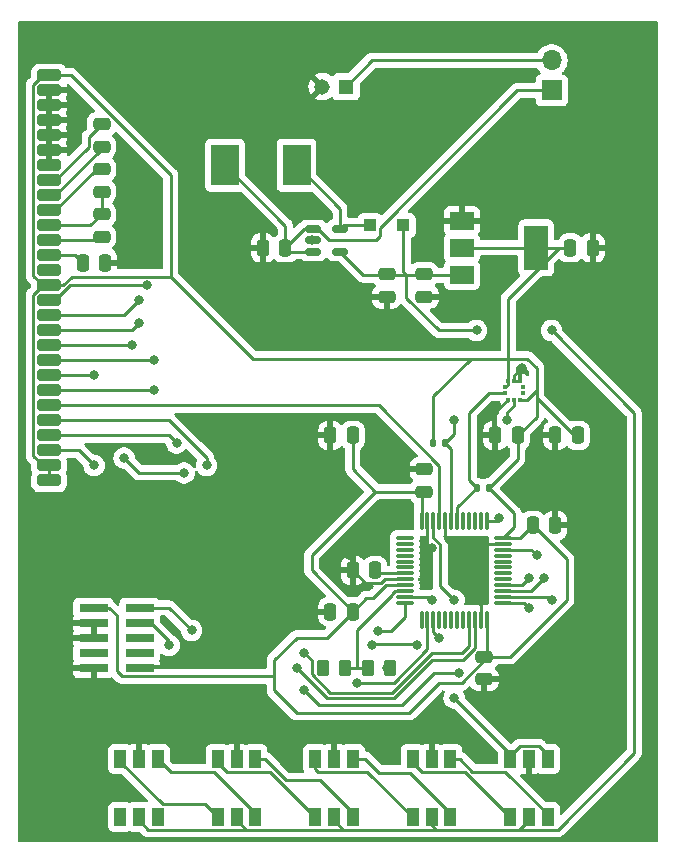
<source format=gtl>
%TF.GenerationSoftware,KiCad,Pcbnew,(6.0.2)*%
%TF.CreationDate,2023-04-06T22:37:41-04:00*%
%TF.ProjectId,skydiving-altimeter,736b7964-6976-4696-9e67-2d616c74696d,rev?*%
%TF.SameCoordinates,Original*%
%TF.FileFunction,Copper,L1,Top*%
%TF.FilePolarity,Positive*%
%FSLAX46Y46*%
G04 Gerber Fmt 4.6, Leading zero omitted, Abs format (unit mm)*
G04 Created by KiCad (PCBNEW (6.0.2)) date 2023-04-06 22:37:41*
%MOMM*%
%LPD*%
G01*
G04 APERTURE LIST*
G04 Aperture macros list*
%AMRoundRect*
0 Rectangle with rounded corners*
0 $1 Rounding radius*
0 $2 $3 $4 $5 $6 $7 $8 $9 X,Y pos of 4 corners*
0 Add a 4 corners polygon primitive as box body*
4,1,4,$2,$3,$4,$5,$6,$7,$8,$9,$2,$3,0*
0 Add four circle primitives for the rounded corners*
1,1,$1+$1,$2,$3*
1,1,$1+$1,$4,$5*
1,1,$1+$1,$6,$7*
1,1,$1+$1,$8,$9*
0 Add four rect primitives between the rounded corners*
20,1,$1+$1,$2,$3,$4,$5,0*
20,1,$1+$1,$4,$5,$6,$7,0*
20,1,$1+$1,$6,$7,$8,$9,0*
20,1,$1+$1,$8,$9,$2,$3,0*%
G04 Aperture macros list end*
%TA.AperFunction,SMDPad,CuDef*%
%ADD10R,2.000000X1.500000*%
%TD*%
%TA.AperFunction,SMDPad,CuDef*%
%ADD11R,2.000000X3.800000*%
%TD*%
%TA.AperFunction,SMDPad,CuDef*%
%ADD12RoundRect,0.150000X-0.512500X-0.150000X0.512500X-0.150000X0.512500X0.150000X-0.512500X0.150000X0*%
%TD*%
%TA.AperFunction,SMDPad,CuDef*%
%ADD13R,2.350000X3.500000*%
%TD*%
%TA.AperFunction,ComponentPad*%
%ADD14R,1.700000X1.700000*%
%TD*%
%TA.AperFunction,ComponentPad*%
%ADD15O,1.700000X1.700000*%
%TD*%
%TA.AperFunction,ComponentPad*%
%ADD16C,1.308000*%
%TD*%
%TA.AperFunction,ComponentPad*%
%ADD17R,1.308000X1.308000*%
%TD*%
%TA.AperFunction,SMDPad,CuDef*%
%ADD18R,1.100000X1.100000*%
%TD*%
%TA.AperFunction,SMDPad,CuDef*%
%ADD19RoundRect,0.250000X0.250000X0.475000X-0.250000X0.475000X-0.250000X-0.475000X0.250000X-0.475000X0*%
%TD*%
%TA.AperFunction,SMDPad,CuDef*%
%ADD20RoundRect,0.250000X-0.475000X0.250000X-0.475000X-0.250000X0.475000X-0.250000X0.475000X0.250000X0*%
%TD*%
%TA.AperFunction,SMDPad,CuDef*%
%ADD21R,1.000000X1.500000*%
%TD*%
%TA.AperFunction,SMDPad,CuDef*%
%ADD22RoundRect,0.250000X-0.250000X-0.475000X0.250000X-0.475000X0.250000X0.475000X-0.250000X0.475000X0*%
%TD*%
%TA.AperFunction,SMDPad,CuDef*%
%ADD23RoundRect,0.135000X-0.135000X-0.185000X0.135000X-0.185000X0.135000X0.185000X-0.135000X0.185000X0*%
%TD*%
%TA.AperFunction,SMDPad,CuDef*%
%ADD24RoundRect,0.135000X0.135000X0.185000X-0.135000X0.185000X-0.135000X-0.185000X0.135000X-0.185000X0*%
%TD*%
%TA.AperFunction,SMDPad,CuDef*%
%ADD25RoundRect,0.250000X0.475000X-0.250000X0.475000X0.250000X-0.475000X0.250000X-0.475000X-0.250000X0*%
%TD*%
%TA.AperFunction,SMDPad,CuDef*%
%ADD26R,0.325000X0.300000*%
%TD*%
%TA.AperFunction,SMDPad,CuDef*%
%ADD27R,0.300000X0.325000*%
%TD*%
%TA.AperFunction,SMDPad,CuDef*%
%ADD28RoundRect,0.250000X-0.262500X-0.450000X0.262500X-0.450000X0.262500X0.450000X-0.262500X0.450000X0*%
%TD*%
%TA.AperFunction,SMDPad,CuDef*%
%ADD29RoundRect,0.075000X-0.662500X-0.075000X0.662500X-0.075000X0.662500X0.075000X-0.662500X0.075000X0*%
%TD*%
%TA.AperFunction,SMDPad,CuDef*%
%ADD30RoundRect,0.075000X-0.075000X-0.662500X0.075000X-0.662500X0.075000X0.662500X-0.075000X0.662500X0*%
%TD*%
%TA.AperFunction,SMDPad,CuDef*%
%ADD31RoundRect,0.250000X0.750000X-0.250000X0.750000X0.250000X-0.750000X0.250000X-0.750000X-0.250000X0*%
%TD*%
%TA.AperFunction,SMDPad,CuDef*%
%ADD32R,2.400000X0.740000*%
%TD*%
%TA.AperFunction,ViaPad*%
%ADD33C,0.800000*%
%TD*%
%TA.AperFunction,Conductor*%
%ADD34C,0.250000*%
%TD*%
G04 APERTURE END LIST*
D10*
%TO.P,U5,1,GND*%
%TO.N,GND*%
X116865000Y-70090000D03*
%TO.P,U5,2,VOUT*%
%TO.N,+3V3*%
X116865000Y-72390000D03*
%TO.P,U5,3,VIN*%
%TO.N,+5V*%
X116865000Y-74690000D03*
D11*
%TO.P,U5,4,VOUT*%
%TO.N,+3V3*%
X123165000Y-72390000D03*
%TD*%
D12*
%TO.P,U4,1,CE*%
%TO.N,/Power/VIN*%
X104272500Y-70805000D03*
%TO.P,U4,2,GND*%
%TO.N,GND*%
X104272500Y-71755000D03*
%TO.P,U4,3,VIN*%
%TO.N,/Power/VIN*%
X104272500Y-72705000D03*
%TO.P,U4,4,VOUT*%
%TO.N,+5V*%
X106547500Y-72705000D03*
%TO.P,U4,5,LX*%
%TO.N,Net-(D6-Pad2)*%
X106547500Y-70805000D03*
%TD*%
D13*
%TO.P,L1,1,1*%
%TO.N,/Power/VIN*%
X96820000Y-65405000D03*
%TO.P,L1,2,2*%
%TO.N,Net-(D6-Pad2)*%
X102870000Y-65405000D03*
%TD*%
D14*
%TO.P,J3,1,Pin_1*%
%TO.N,/Power/VIN*%
X124460000Y-59055000D03*
D15*
%TO.P,J3,2,Pin_2*%
%TO.N,Net-(J2-Pad1)*%
X124460000Y-56515000D03*
%TD*%
D16*
%TO.P,J2,2,Pin_2*%
%TO.N,GND*%
X105045000Y-58727500D03*
D17*
%TO.P,J2,1,Pin_1*%
%TO.N,Net-(J2-Pad1)*%
X107045000Y-58727500D03*
%TD*%
D18*
%TO.P,D6,1,K*%
%TO.N,+5V*%
X111890000Y-70485000D03*
%TO.P,D6,2,A*%
%TO.N,Net-(D6-Pad2)*%
X109090000Y-70485000D03*
%TD*%
D19*
%TO.P,C16,1*%
%TO.N,GND*%
X127950000Y-72390000D03*
%TO.P,C16,2*%
%TO.N,+3V3*%
X126050000Y-72390000D03*
%TD*%
D20*
%TO.P,C15,1*%
%TO.N,unconnected-(C15-Pad1)*%
X113665000Y-74615000D03*
%TO.P,C15,2*%
%TO.N,GND*%
X113665000Y-76515000D03*
%TD*%
%TO.P,C14,1*%
%TO.N,+5V*%
X110490000Y-74615000D03*
%TO.P,C14,2*%
%TO.N,GND*%
X110490000Y-76515000D03*
%TD*%
D19*
%TO.P,C13,1*%
%TO.N,/Power/VIN*%
X101915000Y-72390000D03*
%TO.P,C13,2*%
%TO.N,GND*%
X100015000Y-72390000D03*
%TD*%
D21*
%TO.P,D1,1,BO*%
%TO.N,Net-(D1-Pad1)*%
X120955000Y-120560000D03*
%TO.P,D1,2,VCC*%
%TO.N,+5V*%
X122555000Y-120560000D03*
%TO.P,D1,3,DO*%
%TO.N,Net-(D1-Pad3)*%
X124155000Y-120560000D03*
%TO.P,D1,4,DI*%
%TO.N,/LED_DI*%
X124155000Y-115660000D03*
%TO.P,D1,5,GND*%
%TO.N,GND*%
X122555000Y-115660000D03*
%TO.P,D1,6,BI*%
%TO.N,/LED_DI*%
X120955000Y-115660000D03*
%TD*%
D19*
%TO.P,C4,1*%
%TO.N,GND*%
X124775000Y-95885000D03*
%TO.P,C4,2*%
%TO.N,+3V3*%
X122875000Y-95885000D03*
%TD*%
D22*
%TO.P,C1,1*%
%TO.N,GND*%
X105730000Y-88265000D03*
%TO.P,C1,2*%
%TO.N,+3V3*%
X107630000Y-88265000D03*
%TD*%
D23*
%TO.P,R1,1*%
%TO.N,/Baro Sensor/SCL*%
X118110000Y-92710000D03*
%TO.P,R1,2*%
%TO.N,+3V3*%
X119130000Y-92710000D03*
%TD*%
D24*
%TO.P,R2,1*%
%TO.N,/Baro Sensor/SDA*%
X115445000Y-88900000D03*
%TO.P,R2,2*%
%TO.N,+3V3*%
X114425000Y-88900000D03*
%TD*%
D25*
%TO.P,C11,1*%
%TO.N,Net-(C10-Pad2)*%
X86360000Y-67625000D03*
%TO.P,C11,2*%
%TO.N,Net-(C11-Pad2)*%
X86360000Y-65725000D03*
%TD*%
%TO.P,C10,1*%
%TO.N,Net-(C10-Pad1)*%
X86360000Y-71435000D03*
%TO.P,C10,2*%
%TO.N,Net-(C10-Pad2)*%
X86360000Y-69535000D03*
%TD*%
%TO.P,C12,1*%
%TO.N,Net-(C12-Pad1)*%
X86360000Y-63815000D03*
%TO.P,C12,2*%
%TO.N,Net-(C12-Pad2)*%
X86360000Y-61915000D03*
%TD*%
D19*
%TO.P,C2,1*%
%TO.N,Net-(C2-Pad1)*%
X109535000Y-99695000D03*
%TO.P,C2,2*%
%TO.N,GND*%
X107635000Y-99695000D03*
%TD*%
D26*
%TO.P,U2,1,VDDIO*%
%TO.N,+3V3*%
X120535000Y-84205000D03*
%TO.P,U2,2,SCK*%
%TO.N,/Baro Sensor/SCL*%
X120535000Y-84705000D03*
D27*
%TO.P,U2,3,VSS*%
%TO.N,GND*%
X120785000Y-85230000D03*
%TO.P,U2,4,SDI*%
%TO.N,/Baro Sensor/SDA*%
X121285000Y-85230000D03*
%TO.P,U2,5,SDO*%
%TO.N,+3V3*%
X121785000Y-85230000D03*
D26*
%TO.P,U2,6,CSB*%
%TO.N,unconnected-(U2-Pad6)*%
X122035000Y-84705000D03*
%TO.P,U2,7,INT*%
%TO.N,unconnected-(U2-Pad7)*%
X122035000Y-84205000D03*
%TO.P,U2,8,VSS*%
%TO.N,GND*%
X121785000Y-83680000D03*
%TO.P,U2,9,VSS*%
X121285000Y-83680000D03*
%TO.P,U2,10,VDD*%
%TO.N,+3V3*%
X120785000Y-83680000D03*
%TD*%
D21*
%TO.P,D4,1,BO*%
%TO.N,Net-(D4-Pad1)*%
X96190000Y-120560000D03*
%TO.P,D4,2,VCC*%
%TO.N,+5V*%
X97790000Y-120560000D03*
%TO.P,D4,3,DO*%
%TO.N,Net-(D4-Pad3)*%
X99390000Y-120560000D03*
%TO.P,D4,4,DI*%
%TO.N,Net-(D3-Pad3)*%
X99390000Y-115660000D03*
%TO.P,D4,5,GND*%
%TO.N,GND*%
X97790000Y-115660000D03*
%TO.P,D4,6,BI*%
%TO.N,Net-(D3-Pad1)*%
X96190000Y-115660000D03*
%TD*%
D28*
%TO.P,R4,1*%
%TO.N,Net-(R3-Pad2)*%
X108942500Y-107950000D03*
%TO.P,R4,2*%
%TO.N,GND*%
X110767500Y-107950000D03*
%TD*%
D21*
%TO.P,D5,1,BO*%
%TO.N,unconnected-(D5-Pad1)*%
X87935000Y-120560000D03*
%TO.P,D5,2,VCC*%
%TO.N,+5V*%
X89535000Y-120560000D03*
%TO.P,D5,3,DO*%
%TO.N,unconnected-(D5-Pad3)*%
X91135000Y-120560000D03*
%TO.P,D5,4,DI*%
%TO.N,Net-(D4-Pad3)*%
X91135000Y-115660000D03*
%TO.P,D5,5,GND*%
%TO.N,GND*%
X89535000Y-115660000D03*
%TO.P,D5,6,BI*%
%TO.N,Net-(D4-Pad1)*%
X87935000Y-115660000D03*
%TD*%
D22*
%TO.P,C6,1*%
%TO.N,GND*%
X105730000Y-103190000D03*
%TO.P,C6,2*%
%TO.N,+3V3*%
X107630000Y-103190000D03*
%TD*%
D21*
%TO.P,D2,1,BO*%
%TO.N,Net-(D2-Pad1)*%
X112700000Y-120560000D03*
%TO.P,D2,2,VCC*%
%TO.N,+5V*%
X114300000Y-120560000D03*
%TO.P,D2,3,DO*%
%TO.N,Net-(D2-Pad3)*%
X115900000Y-120560000D03*
%TO.P,D2,4,DI*%
%TO.N,Net-(D1-Pad3)*%
X115900000Y-115660000D03*
%TO.P,D2,5,GND*%
%TO.N,GND*%
X114300000Y-115660000D03*
%TO.P,D2,6,BI*%
%TO.N,Net-(D1-Pad1)*%
X112700000Y-115660000D03*
%TD*%
D22*
%TO.P,C7,1*%
%TO.N,GND*%
X119700000Y-88265000D03*
%TO.P,C7,2*%
%TO.N,+3V3*%
X121600000Y-88265000D03*
%TD*%
D20*
%TO.P,C5,1*%
%TO.N,GND*%
X113665000Y-91125000D03*
%TO.P,C5,2*%
%TO.N,+3V3*%
X113665000Y-93025000D03*
%TD*%
D29*
%TO.P,U1,1,VBAT*%
%TO.N,unconnected-(U1-Pad1)*%
X112042500Y-96945000D03*
%TO.P,U1,2,PC13*%
%TO.N,unconnected-(U1-Pad2)*%
X112042500Y-97445000D03*
%TO.P,U1,3,PC14*%
%TO.N,unconnected-(U1-Pad3)*%
X112042500Y-97945000D03*
%TO.P,U1,4,PC15*%
%TO.N,unconnected-(U1-Pad4)*%
X112042500Y-98445000D03*
%TO.P,U1,5,PD0*%
%TO.N,unconnected-(U1-Pad5)*%
X112042500Y-98945000D03*
%TO.P,U1,6,PD1*%
%TO.N,unconnected-(U1-Pad6)*%
X112042500Y-99445000D03*
%TO.P,U1,7,NRST*%
%TO.N,Net-(C2-Pad1)*%
X112042500Y-99945000D03*
%TO.P,U1,8,VSSA*%
%TO.N,GND*%
X112042500Y-100445000D03*
%TO.P,U1,9,VDDA*%
%TO.N,+3V3*%
X112042500Y-100945000D03*
%TO.P,U1,10,PA0*%
%TO.N,Net-(R3-Pad2)*%
X112042500Y-101445000D03*
%TO.P,U1,11,PA1*%
%TO.N,/LED_DI*%
X112042500Y-101945000D03*
%TO.P,U1,12,PA2*%
%TO.N,/Display/WR*%
X112042500Y-102445000D03*
D30*
%TO.P,U1,13,PA3*%
%TO.N,/STM_32/PA3*%
X113455000Y-103857500D03*
%TO.P,U1,14,PA4*%
%TO.N,/Display/COMMAND_MODE*%
X113955000Y-103857500D03*
%TO.P,U1,15,PA5*%
%TO.N,/Display/RD*%
X114455000Y-103857500D03*
%TO.P,U1,16,PA6*%
%TO.N,unconnected-(U1-Pad16)*%
X114955000Y-103857500D03*
%TO.P,U1,17,PA7*%
%TO.N,unconnected-(U1-Pad17)*%
X115455000Y-103857500D03*
%TO.P,U1,18,PB0*%
%TO.N,unconnected-(U1-Pad18)*%
X115955000Y-103857500D03*
%TO.P,U1,19,PB1*%
%TO.N,unconnected-(U1-Pad19)*%
X116455000Y-103857500D03*
%TO.P,U1,20,PB2*%
%TO.N,unconnected-(U1-Pad20)*%
X116955000Y-103857500D03*
%TO.P,U1,21,PB10*%
%TO.N,/Display/DB2*%
X117455000Y-103857500D03*
%TO.P,U1,22,PB11*%
%TO.N,/Display/DB3*%
X117955000Y-103857500D03*
%TO.P,U1,23,VSS*%
%TO.N,GND*%
X118455000Y-103857500D03*
%TO.P,U1,24,VDD*%
%TO.N,+3V3*%
X118955000Y-103857500D03*
D29*
%TO.P,U1,25,PB12*%
%TO.N,/Display/DB4*%
X120367500Y-102445000D03*
%TO.P,U1,26,PB13*%
%TO.N,/Display/DB5*%
X120367500Y-101945000D03*
%TO.P,U1,27,PB14*%
%TO.N,/Display/DB6*%
X120367500Y-101445000D03*
%TO.P,U1,28,PB15*%
%TO.N,/Display/DB7*%
X120367500Y-100945000D03*
%TO.P,U1,29,PA8*%
%TO.N,unconnected-(U1-Pad29)*%
X120367500Y-100445000D03*
%TO.P,U1,30,PA9*%
%TO.N,unconnected-(U1-Pad30)*%
X120367500Y-99945000D03*
%TO.P,U1,31,PA10*%
%TO.N,unconnected-(U1-Pad31)*%
X120367500Y-99445000D03*
%TO.P,U1,32,PA11*%
%TO.N,unconnected-(U1-Pad32)*%
X120367500Y-98945000D03*
%TO.P,U1,33,PA12*%
%TO.N,unconnected-(U1-Pad33)*%
X120367500Y-98445000D03*
%TO.P,U1,34,PA13*%
%TO.N,/STM_32/SWDIO*%
X120367500Y-97945000D03*
%TO.P,U1,35,VSS*%
%TO.N,GND*%
X120367500Y-97445000D03*
%TO.P,U1,36,VDD*%
%TO.N,+3V3*%
X120367500Y-96945000D03*
D30*
%TO.P,U1,37,PA14*%
%TO.N,/STM_32/SWCLK*%
X118955000Y-95532500D03*
%TO.P,U1,38,PA15*%
%TO.N,unconnected-(U1-Pad38)*%
X118455000Y-95532500D03*
%TO.P,U1,39,PB3*%
%TO.N,unconnected-(U1-Pad39)*%
X117955000Y-95532500D03*
%TO.P,U1,40,PB4*%
%TO.N,unconnected-(U1-Pad40)*%
X117455000Y-95532500D03*
%TO.P,U1,41,PB5*%
%TO.N,unconnected-(U1-Pad41)*%
X116955000Y-95532500D03*
%TO.P,U1,42,PB6*%
%TO.N,/Baro Sensor/SCL*%
X116455000Y-95532500D03*
%TO.P,U1,43,PB7*%
%TO.N,/Baro Sensor/SDA*%
X115955000Y-95532500D03*
%TO.P,U1,44,BOOT0*%
%TO.N,GND*%
X115455000Y-95532500D03*
%TO.P,U1,45,PB8*%
%TO.N,/Display/DB0*%
X114955000Y-95532500D03*
%TO.P,U1,46,PB9*%
%TO.N,/Display/DB1*%
X114455000Y-95532500D03*
%TO.P,U1,47,VSS*%
%TO.N,GND*%
X113955000Y-95532500D03*
%TO.P,U1,48,VDD*%
%TO.N,+3V3*%
X113455000Y-95532500D03*
%TD*%
D31*
%TO.P,U3,1,CS1*%
%TO.N,+3V3*%
X81915000Y-92075000D03*
%TO.P,U3,2,RST*%
X81915000Y-90805000D03*
%TO.P,U3,3,A0*%
%TO.N,/Display/COMMAND_MODE*%
X81915000Y-89535000D03*
%TO.P,U3,4,WR*%
%TO.N,/Display/WR*%
X81915000Y-88265000D03*
%TO.P,U3,5,RD*%
%TO.N,/Display/RD*%
X81915000Y-86995000D03*
%TO.P,U3,6,DB0*%
%TO.N,/Display/DB0*%
X81915000Y-85725000D03*
%TO.P,U3,7,DB1*%
%TO.N,/Display/DB1*%
X81915000Y-84455000D03*
%TO.P,U3,8,DB2*%
%TO.N,/Display/DB2*%
X81915000Y-83185000D03*
%TO.P,U3,9,DB3*%
%TO.N,/Display/DB3*%
X81915000Y-81915000D03*
%TO.P,U3,10,DB4*%
%TO.N,/Display/DB4*%
X81915000Y-80645000D03*
%TO.P,U3,11,DB5*%
%TO.N,/Display/DB5*%
X81915000Y-79375000D03*
%TO.P,U3,12,DB6*%
%TO.N,/Display/DB6*%
X81915000Y-78105000D03*
%TO.P,U3,13,DB7*%
%TO.N,/Display/DB7*%
X81915000Y-76835000D03*
%TO.P,U3,14,VDD*%
%TO.N,+3V3*%
X81915000Y-75565000D03*
%TO.P,U3,15,VSS*%
%TO.N,GND*%
X81915000Y-74295000D03*
%TO.P,U3,16,VOUT*%
%TO.N,Net-(C9-Pad2)*%
X81915000Y-73025000D03*
%TO.P,U3,17,CAP3P*%
%TO.N,Net-(C10-Pad1)*%
X81915000Y-71755000D03*
%TO.P,U3,18,CAP1N*%
%TO.N,Net-(C10-Pad2)*%
X81915000Y-70485000D03*
%TO.P,U3,19,CAP1P*%
%TO.N,Net-(C11-Pad2)*%
X81915000Y-69215000D03*
%TO.P,U3,20,CAP2P*%
%TO.N,Net-(C12-Pad1)*%
X81915000Y-67945000D03*
%TO.P,U3,21,CAP2N*%
%TO.N,Net-(C12-Pad2)*%
X81915000Y-66675000D03*
%TO.P,U3,22,V4*%
%TO.N,GND*%
X81915000Y-65405000D03*
%TO.P,U3,23,V3*%
X81915000Y-64135000D03*
%TO.P,U3,24,V2*%
X81915000Y-62865000D03*
%TO.P,U3,25,V1*%
X81915000Y-61595000D03*
%TO.P,U3,26,V0*%
X81915000Y-60325000D03*
%TO.P,U3,27,C86*%
X81915000Y-59055000D03*
%TO.P,U3,28,P/S*%
%TO.N,+3V3*%
X81915000Y-57785000D03*
%TD*%
D32*
%TO.P,J1,1,VTref*%
%TO.N,+3V3*%
X85680000Y-102870000D03*
%TO.P,J1,2,SWDIO/TMS*%
%TO.N,/STM_32/SWDIO*%
X89580000Y-102870000D03*
%TO.P,J1,3,GND*%
%TO.N,GND*%
X85680000Y-104140000D03*
%TO.P,J1,4,SWDCLK/TCK*%
%TO.N,/STM_32/SWCLK*%
X89580000Y-104140000D03*
%TO.P,J1,5,GND*%
%TO.N,GND*%
X85680000Y-105410000D03*
%TO.P,J1,6,SWO/TDO*%
%TO.N,unconnected-(J1-Pad6)*%
X89580000Y-105410000D03*
%TO.P,J1,7,KEY*%
%TO.N,unconnected-(J1-Pad7)*%
X85680000Y-106680000D03*
%TO.P,J1,8,NC/TDI*%
%TO.N,unconnected-(J1-Pad8)*%
X89580000Y-106680000D03*
%TO.P,J1,9,GNDDetect*%
%TO.N,GND*%
X85680000Y-107950000D03*
%TO.P,J1,10,~{RESET}*%
X89580000Y-107950000D03*
%TD*%
D28*
%TO.P,R3,1*%
%TO.N,/STM_32/VBAT*%
X105132500Y-107950000D03*
%TO.P,R3,2*%
%TO.N,Net-(R3-Pad2)*%
X106957500Y-107950000D03*
%TD*%
D19*
%TO.P,C9,1*%
%TO.N,GND*%
X86675000Y-73660000D03*
%TO.P,C9,2*%
%TO.N,Net-(C9-Pad2)*%
X84775000Y-73660000D03*
%TD*%
D25*
%TO.P,C3,1*%
%TO.N,GND*%
X118745000Y-108900000D03*
%TO.P,C3,2*%
%TO.N,+3V3*%
X118745000Y-107000000D03*
%TD*%
D21*
%TO.P,D3,1,BO*%
%TO.N,Net-(D3-Pad1)*%
X104445000Y-120560000D03*
%TO.P,D3,2,VCC*%
%TO.N,+5V*%
X106045000Y-120560000D03*
%TO.P,D3,3,DO*%
%TO.N,Net-(D3-Pad3)*%
X107645000Y-120560000D03*
%TO.P,D3,4,DI*%
%TO.N,Net-(D2-Pad3)*%
X107645000Y-115660000D03*
%TO.P,D3,5,GND*%
%TO.N,GND*%
X106045000Y-115660000D03*
%TO.P,D3,6,BI*%
%TO.N,Net-(D2-Pad1)*%
X104445000Y-115660000D03*
%TD*%
D22*
%TO.P,C8,1*%
%TO.N,GND*%
X124780000Y-88265000D03*
%TO.P,C8,2*%
%TO.N,+3V3*%
X126680000Y-88265000D03*
%TD*%
D33*
%TO.N,GND*%
X107315000Y-98425000D03*
X105410000Y-99695000D03*
%TO.N,/STM_32/SWCLK*%
X92075000Y-106045000D03*
X120015000Y-95250000D03*
%TO.N,GND*%
X84455000Y-60960000D03*
X88900000Y-64770000D03*
%TO.N,/Display/RD*%
X95250000Y-90805000D03*
X109220000Y-106045000D03*
X113030000Y-106045000D03*
%TO.N,/Display/COMMAND_MODE*%
X85725000Y-90805000D03*
%TO.N,/Display/RD*%
X114935000Y-105410000D03*
%TO.N,/Display/COMMAND_MODE*%
X107950000Y-109220000D03*
%TO.N,GND*%
X81915000Y-74295000D03*
%TO.N,/Display/DB2*%
X85725000Y-83185000D03*
X88265000Y-90170000D03*
X93345000Y-91440000D03*
X103505359Y-106680359D03*
%TO.N,/Display/DB3*%
X90805000Y-81915000D03*
X102870000Y-107950000D03*
%TO.N,GND*%
X119700000Y-88265000D03*
X125095000Y-82550000D03*
%TO.N,+5V*%
X118110000Y-79375000D03*
X124460000Y-79375000D03*
%TO.N,GND*%
X110490000Y-107950000D03*
%TO.N,/Display/WR*%
X92710000Y-88900000D03*
X109783245Y-104846755D03*
%TO.N,/Display/DB1*%
X90805000Y-84455000D03*
X103505000Y-109855000D03*
X116645201Y-108390201D03*
X116205000Y-102235000D03*
%TO.N,GND*%
X114300000Y-97790000D03*
X116205000Y-97790000D03*
%TO.N,/Display/DB4*%
X88900000Y-80645000D03*
%TO.N,/Display/DB5*%
X89535000Y-78740000D03*
%TO.N,/Display/DB6*%
X89535000Y-76835000D03*
%TO.N,/Display/DB7*%
X90170000Y-75565000D03*
%TO.N,/STM_32/SWDIO*%
X93980000Y-104775000D03*
X123190000Y-98425000D03*
%TO.N,/Display/DB6*%
X123825000Y-100330000D03*
%TO.N,/Display/DB7*%
X122555000Y-100330000D03*
%TO.N,/Display/DB4*%
X122555000Y-102870000D03*
%TO.N,/Display/DB5*%
X124460000Y-102235000D03*
%TO.N,/LED_DI*%
X114300000Y-102235000D03*
X116205000Y-110490000D03*
%TO.N,GND*%
X118110000Y-97790000D03*
X121920000Y-82550000D03*
X104140000Y-71755000D03*
X118110000Y-101600000D03*
%TO.N,/Baro Sensor/SDA*%
X116205000Y-86995000D03*
X120650000Y-86995000D03*
%TD*%
D34*
%TO.N,Net-(J2-Pad1)*%
X109257500Y-56515000D02*
X107045000Y-58727500D01*
X124460000Y-56515000D02*
X109257500Y-56515000D01*
%TO.N,+3V3*%
X114425000Y-84965000D02*
X114425000Y-88900000D01*
X117610000Y-81780000D02*
X99166547Y-81780000D01*
X117610000Y-81780000D02*
X114425000Y-84965000D01*
X120785000Y-81780000D02*
X117610000Y-81780000D01*
%TO.N,GND*%
X110322493Y-100445000D02*
X112042500Y-100445000D01*
X110022973Y-100744520D02*
X110322493Y-100445000D01*
X108684520Y-100744520D02*
X110022973Y-100744520D01*
X107635000Y-99695000D02*
X108684520Y-100744520D01*
%TO.N,/STM_32/SWCLK*%
X90529022Y-104140000D02*
X89580000Y-104140000D01*
X92075000Y-105685978D02*
X90529022Y-104140000D01*
X92075000Y-106045000D02*
X92075000Y-105685978D01*
X119732500Y-95532500D02*
X120015000Y-95250000D01*
X118955000Y-95532500D02*
X119732500Y-95532500D01*
%TO.N,+3V3*%
X121285000Y-96027500D02*
X121285000Y-94865000D01*
X120367500Y-96945000D02*
X121285000Y-96027500D01*
X121285000Y-94865000D02*
X119130000Y-92710000D01*
X83767493Y-57785000D02*
X81915000Y-57785000D01*
X92227036Y-66244543D02*
X83767493Y-57785000D01*
X92227036Y-74840489D02*
X92227036Y-66244543D01*
X83091775Y-75565000D02*
X81915000Y-75565000D01*
X83816286Y-74840489D02*
X83091775Y-75565000D01*
X99166547Y-81780000D02*
X92227036Y-74840489D01*
X92227036Y-74840489D02*
X83816286Y-74840489D01*
%TO.N,/Display/RD*%
X92075000Y-86995000D02*
X81915000Y-86995000D01*
X95250000Y-90170000D02*
X92075000Y-86995000D01*
X95250000Y-90805000D02*
X95250000Y-90170000D01*
X112940489Y-105955489D02*
X109309511Y-105955489D01*
X109309511Y-105955489D02*
X109220000Y-106045000D01*
X113030000Y-106045000D02*
X112940489Y-105955489D01*
%TO.N,/Display/WR*%
X112042500Y-103678478D02*
X112042500Y-102445000D01*
X110856467Y-104864511D02*
X112042500Y-103678478D01*
X109783245Y-104846755D02*
X110172141Y-104846755D01*
X110172141Y-104846755D02*
X110189897Y-104864511D01*
X110189897Y-104864511D02*
X110856467Y-104864511D01*
%TO.N,/Display/COMMAND_MODE*%
X84455000Y-89535000D02*
X85725000Y-90805000D01*
X81915000Y-89535000D02*
X84455000Y-89535000D01*
%TO.N,/STM_32/SWDIO*%
X92075000Y-102870000D02*
X89580000Y-102870000D01*
X93980000Y-104775000D02*
X92075000Y-102870000D01*
%TO.N,/Display/RD*%
X114455000Y-104930000D02*
X114935000Y-105410000D01*
X114455000Y-103857500D02*
X114455000Y-104930000D01*
%TO.N,/Display/COMMAND_MODE*%
X113955000Y-106388565D02*
X111123565Y-109220000D01*
X111123565Y-109220000D02*
X107950000Y-109220000D01*
X113955000Y-103857500D02*
X113955000Y-106388565D01*
%TO.N,+3V3*%
X81372507Y-75565000D02*
X81915000Y-75565000D01*
X80590480Y-58567027D02*
X80590480Y-74782973D01*
X81372507Y-57785000D02*
X80590480Y-58567027D01*
X81915000Y-57785000D02*
X81372507Y-57785000D01*
X80590480Y-74782973D02*
X81372507Y-75565000D01*
X81372507Y-90805000D02*
X81915000Y-90805000D01*
X80590480Y-76347027D02*
X80590480Y-90022973D01*
X80590480Y-90022973D02*
X81372507Y-90805000D01*
X81372507Y-75565000D02*
X80590480Y-76347027D01*
X81915000Y-92075000D02*
X81915000Y-90805000D01*
%TO.N,/Display/DB2*%
X85725000Y-83185000D02*
X81915000Y-83185000D01*
X89535000Y-91440000D02*
X88265000Y-90170000D01*
X93345000Y-91440000D02*
X89535000Y-91440000D01*
%TO.N,+3V3*%
X105410000Y-105410000D02*
X107630000Y-103190000D01*
X102870000Y-105410000D02*
X105410000Y-105410000D01*
X100965000Y-107315000D02*
X102870000Y-105410000D01*
X100965000Y-108585000D02*
X100965000Y-107315000D01*
%TO.N,/Display/DB2*%
X104140000Y-107315000D02*
X103505359Y-106680359D01*
X104140000Y-108482493D02*
X104140000Y-107315000D01*
X105697987Y-110040480D02*
X104140000Y-108482493D01*
X110938803Y-110040480D02*
X106045000Y-110040480D01*
X113903277Y-107076006D02*
X110938803Y-110040480D01*
X114299282Y-106680000D02*
X113903277Y-107076006D01*
X116840000Y-106680000D02*
X114299282Y-106680000D01*
X117455000Y-106065000D02*
X116840000Y-106680000D01*
X106045000Y-110040480D02*
X105697987Y-110040480D01*
X117455000Y-103857500D02*
X117455000Y-106065000D01*
%TO.N,/Display/DB3*%
X90805000Y-81915000D02*
X81915000Y-81915000D01*
X105410000Y-110490000D02*
X102870000Y-107950000D01*
X114352797Y-107262203D02*
X111125000Y-110490000D01*
X117955000Y-106252507D02*
X116945304Y-107262203D01*
X116945304Y-107262203D02*
X114352797Y-107262203D01*
X111125000Y-110490000D02*
X105410000Y-110490000D01*
X117955000Y-103857500D02*
X117955000Y-106252507D01*
%TO.N,/Display/DB1*%
X104775000Y-111125000D02*
X103505000Y-109855000D01*
X114494799Y-108390201D02*
X111760000Y-111125000D01*
X116645201Y-108390201D02*
X114494799Y-108390201D01*
X111760000Y-111125000D02*
X104775000Y-111125000D01*
%TO.N,+3V3*%
X118745000Y-107315000D02*
X116840000Y-109220000D01*
X118745000Y-107000000D02*
X118745000Y-107315000D01*
X102870000Y-111760000D02*
X100965000Y-109855000D01*
X100965000Y-109855000D02*
X100965000Y-108585000D01*
X112395000Y-111760000D02*
X102870000Y-111760000D01*
X114935000Y-109220000D02*
X112395000Y-111760000D01*
X116840000Y-109220000D02*
X114935000Y-109220000D01*
%TO.N,GND*%
X119700000Y-86315000D02*
X119700000Y-88265000D01*
X120785000Y-85230000D02*
X119700000Y-86315000D01*
%TO.N,+5V*%
X112155000Y-76595000D02*
X112155000Y-74690000D01*
X114935000Y-79375000D02*
X112155000Y-76595000D01*
X118110000Y-79375000D02*
X114935000Y-79375000D01*
X131445000Y-86360000D02*
X124460000Y-79375000D01*
X131445000Y-103505000D02*
X131445000Y-86360000D01*
X124979511Y-121634511D02*
X131445000Y-115169022D01*
X121730489Y-121634511D02*
X124979511Y-121634511D01*
X131445000Y-115169022D02*
X131445000Y-103505000D01*
%TO.N,/Display/WR*%
X92075000Y-88265000D02*
X81915000Y-88265000D01*
X92710000Y-88900000D02*
X92075000Y-88265000D01*
%TO.N,+3V3*%
X88055489Y-108644511D02*
X87630000Y-108219022D01*
X87630000Y-108219022D02*
X87630000Y-103505000D01*
X86995000Y-102870000D02*
X85680000Y-102870000D01*
X100905489Y-108644511D02*
X88055489Y-108644511D01*
X100965000Y-108585000D02*
X100905489Y-108644511D01*
X87630000Y-103505000D02*
X86995000Y-102870000D01*
%TO.N,/Display/DB1*%
X90805000Y-84455000D02*
X81915000Y-84455000D01*
X114455000Y-96920386D02*
X114455000Y-95532500D01*
X115024511Y-97489897D02*
X114455000Y-96920386D01*
X116205000Y-102235000D02*
X115024511Y-101054511D01*
X115024511Y-101054511D02*
X115024511Y-97489897D01*
%TO.N,/Display/DB0*%
X109855000Y-85725000D02*
X81915000Y-85725000D01*
X114955000Y-90825000D02*
X109855000Y-85725000D01*
X114955000Y-95532500D02*
X114955000Y-90825000D01*
%TO.N,GND*%
X115455000Y-97040000D02*
X115455000Y-95532500D01*
X116205000Y-97790000D02*
X115455000Y-97040000D01*
X113955000Y-97445000D02*
X114300000Y-97790000D01*
X113955000Y-95532500D02*
X113955000Y-97445000D01*
%TO.N,/Display/DB4*%
X88900000Y-80645000D02*
X81915000Y-80645000D01*
%TO.N,/Display/DB5*%
X88900000Y-79375000D02*
X81915000Y-79375000D01*
X89535000Y-78740000D02*
X88900000Y-79375000D01*
%TO.N,/Display/DB6*%
X88265000Y-78105000D02*
X81915000Y-78105000D01*
X89535000Y-76835000D02*
X88265000Y-78105000D01*
%TO.N,/Display/DB7*%
X83727493Y-75565000D02*
X82457493Y-76835000D01*
X90170000Y-75565000D02*
X83727493Y-75565000D01*
X82457493Y-76835000D02*
X81915000Y-76835000D01*
%TO.N,/Display/DB6*%
X120367500Y-101445000D02*
X122710000Y-101445000D01*
X122710000Y-101445000D02*
X123825000Y-100330000D01*
%TO.N,/Display/DB7*%
X121940000Y-100945000D02*
X122555000Y-100330000D01*
X120367500Y-100945000D02*
X121940000Y-100945000D01*
%TO.N,/Display/DB4*%
X122130000Y-102445000D02*
X122555000Y-102870000D01*
X120367500Y-102445000D02*
X122130000Y-102445000D01*
%TO.N,/Display/DB5*%
X124170000Y-101945000D02*
X124460000Y-102235000D01*
X120367500Y-101945000D02*
X124170000Y-101945000D01*
%TO.N,+3V3*%
X120965000Y-107000000D02*
X118745000Y-107000000D01*
X125730000Y-102235000D02*
X120965000Y-107000000D01*
X125730000Y-98740000D02*
X125730000Y-102235000D01*
X122875000Y-95885000D02*
X125730000Y-98740000D01*
%TO.N,/STM_32/SWDIO*%
X122710000Y-97945000D02*
X123190000Y-98425000D01*
X120367500Y-97945000D02*
X122710000Y-97945000D01*
%TO.N,/LED_DI*%
X120955000Y-115410000D02*
X120955000Y-115660000D01*
X121779511Y-114585489D02*
X120955000Y-115410000D01*
X123379511Y-114585489D02*
X121779511Y-114585489D01*
X124155000Y-115360978D02*
X123379511Y-114585489D01*
X124155000Y-115660000D02*
X124155000Y-115360978D01*
X114010000Y-101945000D02*
X114300000Y-102235000D01*
X112042500Y-101945000D02*
X114010000Y-101945000D01*
%TO.N,Net-(R3-Pad2)*%
X110980480Y-101704514D02*
X111239994Y-101445000D01*
X111239994Y-101445000D02*
X112042500Y-101445000D01*
X110980480Y-101744520D02*
X110980480Y-101704514D01*
X107950000Y-104775000D02*
X110980480Y-101744520D01*
X107950000Y-107950000D02*
X107950000Y-104775000D01*
%TO.N,/LED_DI*%
X120955000Y-115240000D02*
X116205000Y-110490000D01*
X120955000Y-115660000D02*
X120955000Y-115240000D01*
%TO.N,GND*%
X118455000Y-97445000D02*
X118110000Y-97790000D01*
X120367500Y-97445000D02*
X118455000Y-97445000D01*
%TO.N,+3V3*%
X121600000Y-88265000D02*
X121600000Y-90240000D01*
X121600000Y-90240000D02*
X119130000Y-92710000D01*
X123190000Y-85090000D02*
X126365000Y-88265000D01*
X126365000Y-88265000D02*
X126680000Y-88265000D01*
X123190000Y-85090000D02*
X123190000Y-86675000D01*
X123190000Y-84455000D02*
X123190000Y-85090000D01*
X123190000Y-86675000D02*
X121600000Y-88265000D01*
%TO.N,GND*%
X121285000Y-83185000D02*
X121920000Y-82550000D01*
X121285000Y-83680000D02*
X121285000Y-83185000D01*
%TO.N,+3V3*%
X122415000Y-85230000D02*
X121785000Y-85230000D01*
X123190000Y-84455000D02*
X122415000Y-85230000D01*
X123190000Y-82550000D02*
X123190000Y-84455000D01*
X122420000Y-81780000D02*
X123190000Y-82550000D01*
X120785000Y-81780000D02*
X122420000Y-81780000D01*
%TO.N,GND*%
X121285000Y-83680000D02*
X121785000Y-83680000D01*
%TO.N,+3V3*%
X120785000Y-81780000D02*
X120785000Y-83680000D01*
X120785000Y-76700000D02*
X120785000Y-81780000D01*
X120785000Y-83955000D02*
X120535000Y-84205000D01*
X120785000Y-83680000D02*
X120785000Y-83955000D01*
X125095000Y-72390000D02*
X120785000Y-76700000D01*
X125095000Y-72390000D02*
X126050000Y-72390000D01*
X123165000Y-72390000D02*
X125095000Y-72390000D01*
%TO.N,/Power/VIN*%
X105606072Y-71755000D02*
X104656072Y-70805000D01*
X104656072Y-70805000D02*
X104272500Y-70805000D01*
X109569022Y-71755000D02*
X105606072Y-71755000D01*
X109964511Y-71359511D02*
X109569022Y-71755000D01*
X121570978Y-59055000D02*
X109964511Y-70661467D01*
X124460000Y-59055000D02*
X121570978Y-59055000D01*
X109964511Y-70661467D02*
X109964511Y-71359511D01*
X103500000Y-70805000D02*
X104272500Y-70805000D01*
X101915000Y-72390000D02*
X103500000Y-70805000D01*
X101915000Y-70500000D02*
X96820000Y-65405000D01*
X101915000Y-72390000D02*
X101915000Y-70500000D01*
%TO.N,Net-(D6-Pad2)*%
X106547500Y-69082500D02*
X102870000Y-65405000D01*
X106547500Y-70805000D02*
X106547500Y-69082500D01*
%TO.N,Net-(C12-Pad2)*%
X85310480Y-62964520D02*
X86360000Y-61915000D01*
X85310480Y-63822013D02*
X85310480Y-62964520D01*
X82457493Y-66675000D02*
X85310480Y-63822013D01*
X81915000Y-66675000D02*
X82457493Y-66675000D01*
%TO.N,Net-(C12-Pad1)*%
X86360000Y-64042493D02*
X86360000Y-63815000D01*
X82457493Y-67945000D02*
X86360000Y-64042493D01*
X81915000Y-67945000D02*
X82457493Y-67945000D01*
%TO.N,Net-(C10-Pad2)*%
X86360000Y-69535000D02*
X86360000Y-67625000D01*
%TO.N,Net-(C11-Pad2)*%
X82457493Y-69215000D02*
X85947493Y-65725000D01*
X85947493Y-65725000D02*
X86360000Y-65725000D01*
X81915000Y-69215000D02*
X82457493Y-69215000D01*
%TO.N,Net-(C10-Pad2)*%
X85410000Y-70485000D02*
X86360000Y-69535000D01*
X81915000Y-70485000D02*
X85410000Y-70485000D01*
%TO.N,Net-(C10-Pad1)*%
X86040000Y-71755000D02*
X86360000Y-71435000D01*
X81915000Y-71755000D02*
X86040000Y-71755000D01*
%TO.N,Net-(C9-Pad2)*%
X84140000Y-73025000D02*
X84775000Y-73660000D01*
X81915000Y-73025000D02*
X84140000Y-73025000D01*
%TO.N,+3V3*%
X107630000Y-91115000D02*
X107630000Y-88265000D01*
X109540000Y-93025000D02*
X107630000Y-91115000D01*
X109540000Y-93025000D02*
X113665000Y-93025000D01*
X104140000Y-98425000D02*
X109540000Y-93025000D01*
X104140000Y-99700000D02*
X104140000Y-98425000D01*
X107630000Y-103190000D02*
X104140000Y-99700000D01*
X123165000Y-72390000D02*
X116865000Y-72390000D01*
%TO.N,+5V*%
X112155000Y-74690000D02*
X116865000Y-74690000D01*
X111890000Y-74425000D02*
X112155000Y-74690000D01*
X111890000Y-70485000D02*
X111890000Y-74425000D01*
X108532500Y-74690000D02*
X112155000Y-74690000D01*
%TO.N,Net-(D6-Pad2)*%
X106867500Y-70485000D02*
X109090000Y-70485000D01*
X106547500Y-70805000D02*
X106867500Y-70485000D01*
%TO.N,+5V*%
X106547500Y-72705000D02*
X108532500Y-74690000D01*
%TO.N,/Power/VIN*%
X102230000Y-72705000D02*
X101915000Y-72390000D01*
X104272500Y-72705000D02*
X102230000Y-72705000D01*
%TO.N,Net-(D4-Pad3)*%
X92209511Y-116734511D02*
X91135000Y-115660000D01*
X99390000Y-120260978D02*
X95863533Y-116734511D01*
X99390000Y-120560000D02*
X99390000Y-120260978D01*
X95863533Y-116734511D02*
X92209511Y-116734511D01*
%TO.N,Net-(D4-Pad1)*%
X87935000Y-115875000D02*
X87935000Y-115660000D01*
X91545489Y-119485489D02*
X87935000Y-115875000D01*
X95115489Y-119485489D02*
X91545489Y-119485489D01*
X96190000Y-120560000D02*
X95115489Y-119485489D01*
%TO.N,Net-(D3-Pad3)*%
X100180718Y-115660000D02*
X99390000Y-115660000D01*
X101995718Y-117475000D02*
X100180718Y-115660000D01*
X104859022Y-117475000D02*
X101995718Y-117475000D01*
X107645000Y-120260978D02*
X104859022Y-117475000D01*
X107645000Y-120560000D02*
X107645000Y-120260978D01*
%TO.N,Net-(D3-Pad1)*%
X96190000Y-115959022D02*
X96190000Y-115660000D01*
X100619511Y-116734511D02*
X96965489Y-116734511D01*
X104445000Y-120560000D02*
X100619511Y-116734511D01*
X96965489Y-116734511D02*
X96190000Y-115959022D01*
%TO.N,Net-(D1-Pad3)*%
X116690718Y-115660000D02*
X115900000Y-115660000D01*
X124155000Y-120345000D02*
X120544511Y-116734511D01*
X117765229Y-116734511D02*
X116690718Y-115660000D01*
X124155000Y-120560000D02*
X124155000Y-120345000D01*
X120544511Y-116734511D02*
X117765229Y-116734511D01*
%TO.N,Net-(D1-Pad1)*%
X112700000Y-115959022D02*
X112700000Y-115660000D01*
X113475489Y-116734511D02*
X112700000Y-115959022D01*
X117129511Y-116734511D02*
X113475489Y-116734511D01*
X120955000Y-120560000D02*
X117129511Y-116734511D01*
%TO.N,Net-(D2-Pad3)*%
X108675000Y-115660000D02*
X107645000Y-115660000D01*
X109855000Y-116840000D02*
X108675000Y-115660000D01*
X112479022Y-116840000D02*
X109855000Y-116840000D01*
X115900000Y-120260978D02*
X112479022Y-116840000D01*
X115900000Y-120560000D02*
X115900000Y-120260978D01*
%TO.N,Net-(D2-Pad1)*%
X104445000Y-116510000D02*
X104445000Y-115660000D01*
X108874511Y-116734511D02*
X104669511Y-116734511D01*
X112700000Y-120560000D02*
X108874511Y-116734511D01*
X104669511Y-116734511D02*
X104445000Y-116510000D01*
%TO.N,+5V*%
X89535000Y-120859022D02*
X89535000Y-120560000D01*
X90310489Y-121634511D02*
X89535000Y-120859022D01*
X98565489Y-121634511D02*
X90310489Y-121634511D01*
X97790000Y-120859022D02*
X97790000Y-120560000D01*
X98565489Y-121634511D02*
X97790000Y-120859022D01*
X106820489Y-121634511D02*
X98565489Y-121634511D01*
X106045000Y-120859022D02*
X106045000Y-120560000D01*
X106820489Y-121634511D02*
X106045000Y-120859022D01*
X114649511Y-121634511D02*
X106820489Y-121634511D01*
X121730489Y-121634511D02*
X114649511Y-121634511D01*
X114649511Y-121634511D02*
X114300000Y-121285000D01*
X122555000Y-120810000D02*
X121730489Y-121634511D01*
X114300000Y-121285000D02*
X114300000Y-120560000D01*
X122555000Y-120560000D02*
X122555000Y-120810000D01*
%TO.N,GND*%
X118455000Y-101945000D02*
X118110000Y-101600000D01*
X118455000Y-103857500D02*
X118455000Y-101945000D01*
%TO.N,+3V3*%
X113455000Y-95532500D02*
X113455000Y-93235000D01*
X112042500Y-100945000D02*
X110458211Y-100945000D01*
X118955000Y-106790000D02*
X118745000Y-107000000D01*
X108770480Y-102049520D02*
X107630000Y-103190000D01*
X120367500Y-96945000D02*
X121815000Y-96945000D01*
X121815000Y-96945000D02*
X122875000Y-95885000D01*
X113455000Y-93235000D02*
X113665000Y-93025000D01*
X118955000Y-103857500D02*
X118955000Y-106790000D01*
X109353690Y-102049520D02*
X108770480Y-102049520D01*
X110458211Y-100945000D02*
X109353690Y-102049520D01*
%TO.N,Net-(C2-Pad1)*%
X109785000Y-99945000D02*
X109535000Y-99695000D01*
X112042500Y-99945000D02*
X109785000Y-99945000D01*
%TO.N,Net-(R3-Pad2)*%
X108942500Y-107950000D02*
X107950000Y-107950000D01*
X107950000Y-107950000D02*
X106957500Y-107950000D01*
%TO.N,/Baro Sensor/SCL*%
X117475000Y-86360000D02*
X117475000Y-92075000D01*
X116455000Y-94365000D02*
X118110000Y-92710000D01*
X116455000Y-95532500D02*
X116455000Y-94365000D01*
X120535000Y-84705000D02*
X119130000Y-84705000D01*
X117475000Y-92075000D02*
X118110000Y-92710000D01*
X119130000Y-84705000D02*
X117475000Y-86360000D01*
%TO.N,/Baro Sensor/SDA*%
X116205000Y-88140000D02*
X115445000Y-88900000D01*
X115955000Y-89410000D02*
X115445000Y-88900000D01*
X121285000Y-85691522D02*
X120650000Y-86326522D01*
X115955000Y-95532500D02*
X115955000Y-89410000D01*
X116205000Y-86995000D02*
X116205000Y-88140000D01*
X121285000Y-85230000D02*
X121285000Y-85691522D01*
X120650000Y-86326522D02*
X120650000Y-86995000D01*
%TD*%
%TA.AperFunction,Conductor*%
%TO.N,GND*%
G36*
X133419121Y-53233002D02*
G01*
X133465614Y-53286658D01*
X133477000Y-53339000D01*
X133477000Y-122556000D01*
X133456998Y-122624121D01*
X133403342Y-122670614D01*
X133351000Y-122682000D01*
X79374000Y-122682000D01*
X79305879Y-122661998D01*
X79259386Y-122608342D01*
X79248000Y-122556000D01*
X79248000Y-108364669D01*
X83972001Y-108364669D01*
X83972371Y-108371490D01*
X83977895Y-108422352D01*
X83981521Y-108437604D01*
X84026676Y-108558054D01*
X84035214Y-108573649D01*
X84111715Y-108675724D01*
X84124276Y-108688285D01*
X84226351Y-108764786D01*
X84241946Y-108773324D01*
X84362394Y-108818478D01*
X84377649Y-108822105D01*
X84428514Y-108827631D01*
X84435328Y-108828000D01*
X85407885Y-108828000D01*
X85423124Y-108823525D01*
X85424329Y-108822135D01*
X85426000Y-108814452D01*
X85426000Y-108222115D01*
X85421525Y-108206876D01*
X85420135Y-108205671D01*
X85412452Y-108204000D01*
X83990116Y-108204000D01*
X83974877Y-108208475D01*
X83973672Y-108209865D01*
X83972001Y-108217548D01*
X83972001Y-108364669D01*
X79248000Y-108364669D01*
X79248000Y-105137885D01*
X83972000Y-105137885D01*
X83976475Y-105153124D01*
X83977865Y-105154329D01*
X83985548Y-105156000D01*
X85407885Y-105156000D01*
X85423124Y-105151525D01*
X85424329Y-105150135D01*
X85426000Y-105142452D01*
X85426000Y-104412115D01*
X85421525Y-104396876D01*
X85420135Y-104395671D01*
X85412452Y-104394000D01*
X83990116Y-104394000D01*
X83974877Y-104398475D01*
X83973672Y-104399865D01*
X83972001Y-104407548D01*
X83972001Y-104554669D01*
X83972371Y-104561490D01*
X83977895Y-104612352D01*
X83981522Y-104627606D01*
X84020196Y-104730771D01*
X84025379Y-104801578D01*
X84020196Y-104819229D01*
X83981522Y-104922391D01*
X83977895Y-104937649D01*
X83972369Y-104988514D01*
X83972000Y-104995328D01*
X83972000Y-105137885D01*
X79248000Y-105137885D01*
X79248000Y-76326970D01*
X79952260Y-76326970D01*
X79953006Y-76334862D01*
X79956421Y-76370988D01*
X79956980Y-76382846D01*
X79956980Y-89944206D01*
X79956453Y-89955389D01*
X79954778Y-89962882D01*
X79955027Y-89970808D01*
X79955027Y-89970809D01*
X79956918Y-90030959D01*
X79956980Y-90034918D01*
X79956980Y-90062829D01*
X79957477Y-90066763D01*
X79957477Y-90066764D01*
X79957485Y-90066829D01*
X79958418Y-90078666D01*
X79959807Y-90122862D01*
X79965458Y-90142312D01*
X79969467Y-90161673D01*
X79970330Y-90168500D01*
X79972006Y-90181770D01*
X79974925Y-90189141D01*
X79974925Y-90189143D01*
X79988284Y-90222885D01*
X79992129Y-90234115D01*
X80000645Y-90263427D01*
X80004462Y-90276566D01*
X80008495Y-90283385D01*
X80008497Y-90283390D01*
X80014773Y-90294001D01*
X80023468Y-90311749D01*
X80030928Y-90330590D01*
X80035590Y-90337006D01*
X80035590Y-90337007D01*
X80056916Y-90366360D01*
X80063432Y-90376280D01*
X80076771Y-90398834D01*
X80085938Y-90414335D01*
X80100259Y-90428656D01*
X80113099Y-90443689D01*
X80125008Y-90460080D01*
X80131114Y-90465131D01*
X80159085Y-90488271D01*
X80167864Y-90496261D01*
X80369595Y-90697992D01*
X80403621Y-90760304D01*
X80406500Y-90787087D01*
X80406500Y-91105400D01*
X80406837Y-91108646D01*
X80406837Y-91108650D01*
X80414477Y-91182279D01*
X80417474Y-91211166D01*
X80419655Y-91217702D01*
X80419655Y-91217704D01*
X80471133Y-91372003D01*
X80471135Y-91372008D01*
X80473450Y-91378946D01*
X80477301Y-91385169D01*
X80477939Y-91386531D01*
X80488722Y-91456704D01*
X80478033Y-91493228D01*
X80476726Y-91496031D01*
X80472885Y-91502262D01*
X80470581Y-91509210D01*
X80470579Y-91509213D01*
X80440864Y-91598803D01*
X80417203Y-91670139D01*
X80406500Y-91774600D01*
X80406500Y-92375400D01*
X80406837Y-92378646D01*
X80406837Y-92378650D01*
X80415230Y-92459535D01*
X80417474Y-92481166D01*
X80419653Y-92487697D01*
X80419655Y-92487704D01*
X80425657Y-92505694D01*
X80473450Y-92648946D01*
X80566522Y-92799348D01*
X80691697Y-92924305D01*
X80697927Y-92928145D01*
X80697928Y-92928146D01*
X80835090Y-93012694D01*
X80842262Y-93017115D01*
X80912443Y-93040393D01*
X81003611Y-93070632D01*
X81003613Y-93070632D01*
X81010139Y-93072797D01*
X81016975Y-93073497D01*
X81016978Y-93073498D01*
X81060031Y-93077909D01*
X81114600Y-93083500D01*
X82715400Y-93083500D01*
X82718646Y-93083163D01*
X82718650Y-93083163D01*
X82814308Y-93073238D01*
X82814312Y-93073237D01*
X82821166Y-93072526D01*
X82827702Y-93070345D01*
X82827704Y-93070345D01*
X82963618Y-93025000D01*
X82988946Y-93016550D01*
X83139348Y-92923478D01*
X83264305Y-92798303D01*
X83357115Y-92647738D01*
X83412797Y-92479861D01*
X83423500Y-92375400D01*
X83423500Y-91774600D01*
X83421518Y-91755500D01*
X83413238Y-91675692D01*
X83413237Y-91675688D01*
X83412526Y-91668834D01*
X83410345Y-91662296D01*
X83358867Y-91507997D01*
X83358865Y-91507992D01*
X83356550Y-91501054D01*
X83352699Y-91494831D01*
X83352061Y-91493469D01*
X83341278Y-91423296D01*
X83351967Y-91386772D01*
X83353274Y-91383969D01*
X83357115Y-91377738D01*
X83360149Y-91368593D01*
X83410632Y-91216389D01*
X83410632Y-91216387D01*
X83412797Y-91209861D01*
X83416210Y-91176556D01*
X83418839Y-91150892D01*
X83423500Y-91105400D01*
X83423500Y-90504600D01*
X83418881Y-90460080D01*
X83413238Y-90405692D01*
X83413237Y-90405688D01*
X83412526Y-90398834D01*
X83405002Y-90376280D01*
X83391021Y-90334376D01*
X83388437Y-90263427D01*
X83424620Y-90202343D01*
X83488084Y-90170518D01*
X83510545Y-90168500D01*
X84140406Y-90168500D01*
X84208527Y-90188502D01*
X84229501Y-90205405D01*
X84777878Y-90753782D01*
X84811904Y-90816094D01*
X84814092Y-90829703D01*
X84816515Y-90852749D01*
X84830565Y-90986427D01*
X84831458Y-90994928D01*
X84890473Y-91176556D01*
X84893776Y-91182278D01*
X84893777Y-91182279D01*
X84909702Y-91209861D01*
X84985960Y-91341944D01*
X84990378Y-91346851D01*
X84990379Y-91346852D01*
X85074250Y-91440000D01*
X85113747Y-91483866D01*
X85268248Y-91596118D01*
X85274276Y-91598802D01*
X85274278Y-91598803D01*
X85436681Y-91671109D01*
X85442712Y-91673794D01*
X85527348Y-91691784D01*
X85623056Y-91712128D01*
X85623061Y-91712128D01*
X85629513Y-91713500D01*
X85820487Y-91713500D01*
X85826939Y-91712128D01*
X85826944Y-91712128D01*
X85922652Y-91691784D01*
X86007288Y-91673794D01*
X86013319Y-91671109D01*
X86175722Y-91598803D01*
X86175724Y-91598802D01*
X86181752Y-91596118D01*
X86336253Y-91483866D01*
X86375750Y-91440000D01*
X86459621Y-91346852D01*
X86459622Y-91346851D01*
X86464040Y-91341944D01*
X86540298Y-91209861D01*
X86556223Y-91182279D01*
X86556224Y-91182278D01*
X86559527Y-91176556D01*
X86618542Y-90994928D01*
X86619436Y-90986427D01*
X86637814Y-90811565D01*
X86638504Y-90805000D01*
X86634783Y-90769595D01*
X86619232Y-90621635D01*
X86619232Y-90621633D01*
X86618542Y-90615072D01*
X86559527Y-90433444D01*
X86548495Y-90414335D01*
X86489469Y-90312101D01*
X86464040Y-90268056D01*
X86433480Y-90234115D01*
X86340675Y-90131045D01*
X86340674Y-90131044D01*
X86336253Y-90126134D01*
X86219268Y-90041139D01*
X86187094Y-90017763D01*
X86187093Y-90017762D01*
X86181752Y-90013882D01*
X86175724Y-90011198D01*
X86175722Y-90011197D01*
X86013319Y-89938891D01*
X86013318Y-89938891D01*
X86007288Y-89936206D01*
X85913888Y-89916353D01*
X85826944Y-89897872D01*
X85826939Y-89897872D01*
X85820487Y-89896500D01*
X85764595Y-89896500D01*
X85696474Y-89876498D01*
X85675500Y-89859595D01*
X84958652Y-89142747D01*
X84951112Y-89134461D01*
X84947000Y-89127982D01*
X84934614Y-89116351D01*
X84898648Y-89055138D01*
X84901485Y-88984198D01*
X84942225Y-88926054D01*
X85007933Y-88899165D01*
X85020866Y-88898500D01*
X91682887Y-88898500D01*
X91751008Y-88918502D01*
X91797501Y-88972158D01*
X91808197Y-89011329D01*
X91814360Y-89069962D01*
X91816458Y-89089928D01*
X91875473Y-89271556D01*
X91970960Y-89436944D01*
X91975378Y-89441851D01*
X91975379Y-89441852D01*
X92025631Y-89497662D01*
X92098747Y-89578866D01*
X92142751Y-89610837D01*
X92238316Y-89680269D01*
X92253248Y-89691118D01*
X92259276Y-89693802D01*
X92259278Y-89693803D01*
X92404890Y-89758633D01*
X92427712Y-89768794D01*
X92521112Y-89788647D01*
X92608056Y-89807128D01*
X92608061Y-89807128D01*
X92614513Y-89808500D01*
X92805487Y-89808500D01*
X92811939Y-89807128D01*
X92811944Y-89807128D01*
X92898888Y-89788647D01*
X92992288Y-89768794D01*
X93015110Y-89758633D01*
X93160722Y-89693803D01*
X93160724Y-89693802D01*
X93166752Y-89691118D01*
X93181685Y-89680269D01*
X93277249Y-89610837D01*
X93321253Y-89578866D01*
X93441688Y-89445109D01*
X93502134Y-89407869D01*
X93573117Y-89409221D01*
X93624419Y-89440324D01*
X94421069Y-90236974D01*
X94455095Y-90299286D01*
X94450030Y-90370101D01*
X94441093Y-90389069D01*
X94426506Y-90414335D01*
X94415473Y-90433444D01*
X94356458Y-90615072D01*
X94355768Y-90621633D01*
X94355768Y-90621635D01*
X94340217Y-90769595D01*
X94336496Y-90805000D01*
X94337186Y-90811565D01*
X94343320Y-90869930D01*
X94330547Y-90939768D01*
X94282045Y-90991615D01*
X94213212Y-91009009D01*
X94145903Y-90986427D01*
X94108893Y-90946102D01*
X94084040Y-90903056D01*
X94038744Y-90852749D01*
X93960675Y-90766045D01*
X93960674Y-90766044D01*
X93956253Y-90761134D01*
X93801752Y-90648882D01*
X93795724Y-90646198D01*
X93795722Y-90646197D01*
X93633319Y-90573891D01*
X93633318Y-90573891D01*
X93627288Y-90571206D01*
X93514721Y-90547279D01*
X93446944Y-90532872D01*
X93446939Y-90532872D01*
X93440487Y-90531500D01*
X93249513Y-90531500D01*
X93243061Y-90532872D01*
X93243056Y-90532872D01*
X93175279Y-90547279D01*
X93062712Y-90571206D01*
X93056682Y-90573891D01*
X93056681Y-90573891D01*
X92894278Y-90646197D01*
X92894276Y-90646198D01*
X92888248Y-90648882D01*
X92882907Y-90652762D01*
X92882906Y-90652763D01*
X92799020Y-90713710D01*
X92733747Y-90761134D01*
X92729332Y-90766037D01*
X92724420Y-90770460D01*
X92723295Y-90769211D01*
X92669986Y-90802051D01*
X92636800Y-90806500D01*
X89849595Y-90806500D01*
X89781474Y-90786498D01*
X89760500Y-90769595D01*
X89212122Y-90221217D01*
X89178096Y-90158905D01*
X89175907Y-90145292D01*
X89174316Y-90130149D01*
X89164960Y-90041139D01*
X89159232Y-89986635D01*
X89159232Y-89986633D01*
X89158542Y-89980072D01*
X89099527Y-89798444D01*
X89084853Y-89773027D01*
X89031298Y-89680269D01*
X89004040Y-89633056D01*
X88958744Y-89582749D01*
X88880675Y-89496045D01*
X88880674Y-89496044D01*
X88876253Y-89491134D01*
X88761649Y-89407869D01*
X88727094Y-89382763D01*
X88727093Y-89382762D01*
X88721752Y-89378882D01*
X88715724Y-89376198D01*
X88715722Y-89376197D01*
X88553319Y-89303891D01*
X88553318Y-89303891D01*
X88547288Y-89301206D01*
X88434721Y-89277279D01*
X88366944Y-89262872D01*
X88366939Y-89262872D01*
X88360487Y-89261500D01*
X88169513Y-89261500D01*
X88163061Y-89262872D01*
X88163056Y-89262872D01*
X88095279Y-89277279D01*
X87982712Y-89301206D01*
X87976682Y-89303891D01*
X87976681Y-89303891D01*
X87814278Y-89376197D01*
X87814276Y-89376198D01*
X87808248Y-89378882D01*
X87802907Y-89382762D01*
X87802906Y-89382763D01*
X87768351Y-89407869D01*
X87653747Y-89491134D01*
X87649326Y-89496044D01*
X87649325Y-89496045D01*
X87571257Y-89582749D01*
X87525960Y-89633056D01*
X87498702Y-89680269D01*
X87445148Y-89773027D01*
X87430473Y-89798444D01*
X87371458Y-89980072D01*
X87370768Y-89986633D01*
X87370768Y-89986635D01*
X87356515Y-90122251D01*
X87351496Y-90170000D01*
X87352186Y-90176565D01*
X87367265Y-90320030D01*
X87371458Y-90359928D01*
X87430473Y-90541556D01*
X87525960Y-90706944D01*
X87530378Y-90711851D01*
X87530379Y-90711852D01*
X87620161Y-90811565D01*
X87653747Y-90848866D01*
X87808248Y-90961118D01*
X87814276Y-90963802D01*
X87814278Y-90963803D01*
X87915813Y-91009009D01*
X87982712Y-91038794D01*
X88058527Y-91054909D01*
X88163056Y-91077128D01*
X88163061Y-91077128D01*
X88169513Y-91078500D01*
X88225406Y-91078500D01*
X88293527Y-91098502D01*
X88314501Y-91115405D01*
X89031343Y-91832247D01*
X89038887Y-91840537D01*
X89043000Y-91847018D01*
X89048777Y-91852443D01*
X89092667Y-91893658D01*
X89095509Y-91896413D01*
X89115230Y-91916134D01*
X89118425Y-91918612D01*
X89127447Y-91926318D01*
X89159679Y-91956586D01*
X89170858Y-91962732D01*
X89177432Y-91966346D01*
X89193956Y-91977199D01*
X89209959Y-91989613D01*
X89250543Y-92007176D01*
X89261173Y-92012383D01*
X89299940Y-92033695D01*
X89307617Y-92035666D01*
X89307622Y-92035668D01*
X89319558Y-92038732D01*
X89338266Y-92045137D01*
X89356855Y-92053181D01*
X89364683Y-92054421D01*
X89364690Y-92054423D01*
X89400524Y-92060099D01*
X89412144Y-92062505D01*
X89447289Y-92071528D01*
X89454970Y-92073500D01*
X89475224Y-92073500D01*
X89494934Y-92075051D01*
X89514943Y-92078220D01*
X89522835Y-92077474D01*
X89558961Y-92074059D01*
X89570819Y-92073500D01*
X92636800Y-92073500D01*
X92704921Y-92093502D01*
X92724147Y-92109843D01*
X92724420Y-92109540D01*
X92729332Y-92113963D01*
X92733747Y-92118866D01*
X92888248Y-92231118D01*
X92894276Y-92233802D01*
X92894278Y-92233803D01*
X93056681Y-92306109D01*
X93062712Y-92308794D01*
X93155858Y-92328593D01*
X93243056Y-92347128D01*
X93243061Y-92347128D01*
X93249513Y-92348500D01*
X93440487Y-92348500D01*
X93446939Y-92347128D01*
X93446944Y-92347128D01*
X93534142Y-92328593D01*
X93627288Y-92308794D01*
X93633319Y-92306109D01*
X93795722Y-92233803D01*
X93795724Y-92233802D01*
X93801752Y-92231118D01*
X93956253Y-92118866D01*
X93988142Y-92083450D01*
X94079621Y-91981852D01*
X94079622Y-91981851D01*
X94084040Y-91976944D01*
X94161484Y-91842807D01*
X94176223Y-91817279D01*
X94176224Y-91817278D01*
X94179527Y-91811556D01*
X94238542Y-91629928D01*
X94241814Y-91598803D01*
X94257814Y-91446565D01*
X94258504Y-91440000D01*
X94254698Y-91403787D01*
X94251680Y-91375070D01*
X94264453Y-91305232D01*
X94312955Y-91253385D01*
X94381788Y-91235991D01*
X94449097Y-91258573D01*
X94486107Y-91298898D01*
X94510960Y-91341944D01*
X94515378Y-91346851D01*
X94515379Y-91346852D01*
X94599250Y-91440000D01*
X94638747Y-91483866D01*
X94793248Y-91596118D01*
X94799276Y-91598802D01*
X94799278Y-91598803D01*
X94961681Y-91671109D01*
X94967712Y-91673794D01*
X95052348Y-91691784D01*
X95148056Y-91712128D01*
X95148061Y-91712128D01*
X95154513Y-91713500D01*
X95345487Y-91713500D01*
X95351939Y-91712128D01*
X95351944Y-91712128D01*
X95447652Y-91691784D01*
X95532288Y-91673794D01*
X95538319Y-91671109D01*
X95700722Y-91598803D01*
X95700724Y-91598802D01*
X95706752Y-91596118D01*
X95861253Y-91483866D01*
X95900750Y-91440000D01*
X95984621Y-91346852D01*
X95984622Y-91346851D01*
X95989040Y-91341944D01*
X96065298Y-91209861D01*
X96081223Y-91182279D01*
X96081224Y-91182278D01*
X96084527Y-91176556D01*
X96143542Y-90994928D01*
X96144436Y-90986427D01*
X96162814Y-90811565D01*
X96163504Y-90805000D01*
X96159783Y-90769595D01*
X96144232Y-90621635D01*
X96144232Y-90621633D01*
X96143542Y-90615072D01*
X96084527Y-90433444D01*
X96073495Y-90414335D01*
X96014469Y-90312101D01*
X95989040Y-90268056D01*
X95914053Y-90184774D01*
X95883336Y-90120767D01*
X95881752Y-90104425D01*
X95880922Y-90078030D01*
X95880673Y-90070111D01*
X95875021Y-90050657D01*
X95871013Y-90031300D01*
X95869468Y-90019070D01*
X95869468Y-90019069D01*
X95868474Y-90011203D01*
X95861475Y-89993526D01*
X95852196Y-89970088D01*
X95848351Y-89958858D01*
X95838229Y-89924017D01*
X95838229Y-89924016D01*
X95836018Y-89916407D01*
X95831985Y-89909588D01*
X95831983Y-89909583D01*
X95825707Y-89898972D01*
X95817012Y-89881224D01*
X95809552Y-89862383D01*
X95783564Y-89826613D01*
X95777048Y-89816693D01*
X95758580Y-89785465D01*
X95758578Y-89785462D01*
X95754542Y-89778638D01*
X95740221Y-89764317D01*
X95727380Y-89749283D01*
X95720131Y-89739306D01*
X95715472Y-89732893D01*
X95681395Y-89704702D01*
X95672616Y-89696712D01*
X94763000Y-88787095D01*
X104722001Y-88787095D01*
X104722338Y-88793614D01*
X104732257Y-88889206D01*
X104735149Y-88902600D01*
X104786588Y-89056784D01*
X104792761Y-89069962D01*
X104878063Y-89207807D01*
X104887099Y-89219208D01*
X105001829Y-89333739D01*
X105013240Y-89342751D01*
X105151243Y-89427816D01*
X105164424Y-89433963D01*
X105318710Y-89485138D01*
X105332086Y-89488005D01*
X105426438Y-89497672D01*
X105432854Y-89498000D01*
X105457885Y-89498000D01*
X105473124Y-89493525D01*
X105474329Y-89492135D01*
X105476000Y-89484452D01*
X105476000Y-88537115D01*
X105471525Y-88521876D01*
X105470135Y-88520671D01*
X105462452Y-88519000D01*
X104740116Y-88519000D01*
X104724877Y-88523475D01*
X104723672Y-88524865D01*
X104722001Y-88532548D01*
X104722001Y-88787095D01*
X94763000Y-88787095D01*
X93968790Y-87992885D01*
X104722000Y-87992885D01*
X104726475Y-88008124D01*
X104727865Y-88009329D01*
X104735548Y-88011000D01*
X105457885Y-88011000D01*
X105473124Y-88006525D01*
X105474329Y-88005135D01*
X105476000Y-87997452D01*
X105476000Y-87050116D01*
X105471525Y-87034877D01*
X105470135Y-87033672D01*
X105462452Y-87032001D01*
X105432905Y-87032001D01*
X105426386Y-87032338D01*
X105330794Y-87042257D01*
X105317400Y-87045149D01*
X105163216Y-87096588D01*
X105150038Y-87102761D01*
X105012193Y-87188063D01*
X105000792Y-87197099D01*
X104886261Y-87311829D01*
X104877249Y-87323240D01*
X104792184Y-87461243D01*
X104786037Y-87474424D01*
X104734862Y-87628710D01*
X104731995Y-87642086D01*
X104722328Y-87736438D01*
X104722000Y-87742855D01*
X104722000Y-87992885D01*
X93968790Y-87992885D01*
X92578652Y-86602747D01*
X92571112Y-86594461D01*
X92567000Y-86587982D01*
X92554614Y-86576351D01*
X92518648Y-86515138D01*
X92521485Y-86444198D01*
X92562225Y-86386054D01*
X92627933Y-86359165D01*
X92640866Y-86358500D01*
X109540406Y-86358500D01*
X109608527Y-86378502D01*
X109629501Y-86395405D01*
X113144106Y-89910010D01*
X113178132Y-89972322D01*
X113173067Y-90043137D01*
X113130520Y-90099973D01*
X113068016Y-90124432D01*
X113040793Y-90127257D01*
X113027400Y-90130149D01*
X112873216Y-90181588D01*
X112860038Y-90187761D01*
X112722193Y-90273063D01*
X112710792Y-90282099D01*
X112596261Y-90396829D01*
X112587249Y-90408240D01*
X112502184Y-90546243D01*
X112496037Y-90559424D01*
X112444862Y-90713710D01*
X112441995Y-90727086D01*
X112432328Y-90821438D01*
X112432000Y-90827855D01*
X112432000Y-90852885D01*
X112436475Y-90868124D01*
X112437865Y-90869329D01*
X112445548Y-90871000D01*
X113793000Y-90871000D01*
X113861121Y-90891002D01*
X113907614Y-90944658D01*
X113919000Y-90997000D01*
X113919000Y-91253000D01*
X113898998Y-91321121D01*
X113845342Y-91367614D01*
X113793000Y-91379000D01*
X112450116Y-91379000D01*
X112434877Y-91383475D01*
X112433672Y-91384865D01*
X112432001Y-91392548D01*
X112432001Y-91422095D01*
X112432338Y-91428614D01*
X112442257Y-91524206D01*
X112445149Y-91537600D01*
X112496588Y-91691784D01*
X112502761Y-91704962D01*
X112588063Y-91842807D01*
X112597099Y-91854208D01*
X112711828Y-91968738D01*
X112720762Y-91975794D01*
X112761823Y-92033712D01*
X112765053Y-92104635D01*
X112729426Y-92166046D01*
X112721593Y-92172846D01*
X112715652Y-92176522D01*
X112590695Y-92301697D01*
X112585475Y-92310166D01*
X112572251Y-92331618D01*
X112519478Y-92379110D01*
X112464992Y-92391500D01*
X109854594Y-92391500D01*
X109786473Y-92371498D01*
X109765499Y-92354595D01*
X108300405Y-90889500D01*
X108266379Y-90827188D01*
X108263500Y-90800405D01*
X108263500Y-89464899D01*
X108283502Y-89396778D01*
X108323197Y-89357755D01*
X108348120Y-89342332D01*
X108354348Y-89338478D01*
X108479305Y-89213303D01*
X108509112Y-89164947D01*
X108568275Y-89068968D01*
X108568276Y-89068966D01*
X108572115Y-89062738D01*
X108617451Y-88926054D01*
X108625632Y-88901389D01*
X108625632Y-88901387D01*
X108627797Y-88894861D01*
X108638500Y-88790400D01*
X108638500Y-87739600D01*
X108638163Y-87736350D01*
X108628238Y-87640692D01*
X108628237Y-87640688D01*
X108627526Y-87633834D01*
X108618844Y-87607809D01*
X108573868Y-87473002D01*
X108571550Y-87466054D01*
X108478478Y-87315652D01*
X108353303Y-87190695D01*
X108343947Y-87184928D01*
X108208968Y-87101725D01*
X108208966Y-87101724D01*
X108202738Y-87097885D01*
X108112046Y-87067804D01*
X108041389Y-87044368D01*
X108041387Y-87044368D01*
X108034861Y-87042203D01*
X108028025Y-87041503D01*
X108028022Y-87041502D01*
X107984969Y-87037091D01*
X107930400Y-87031500D01*
X107329600Y-87031500D01*
X107326354Y-87031837D01*
X107326350Y-87031837D01*
X107230692Y-87041762D01*
X107230688Y-87041763D01*
X107223834Y-87042474D01*
X107217298Y-87044655D01*
X107217296Y-87044655D01*
X107113426Y-87079309D01*
X107056054Y-87098450D01*
X106905652Y-87191522D01*
X106780695Y-87316697D01*
X106777898Y-87321235D01*
X106720647Y-87361824D01*
X106649724Y-87365054D01*
X106588313Y-87329428D01*
X106580938Y-87320932D01*
X106572902Y-87310793D01*
X106458171Y-87196261D01*
X106446760Y-87187249D01*
X106308757Y-87102184D01*
X106295576Y-87096037D01*
X106141290Y-87044862D01*
X106127914Y-87041995D01*
X106033562Y-87032328D01*
X106027145Y-87032000D01*
X106002115Y-87032000D01*
X105986876Y-87036475D01*
X105985671Y-87037865D01*
X105984000Y-87045548D01*
X105984000Y-89479884D01*
X105988475Y-89495123D01*
X105989865Y-89496328D01*
X105997548Y-89497999D01*
X106027095Y-89497999D01*
X106033614Y-89497662D01*
X106129206Y-89487743D01*
X106142600Y-89484851D01*
X106296784Y-89433412D01*
X106309962Y-89427239D01*
X106447807Y-89341937D01*
X106459208Y-89332901D01*
X106573738Y-89218172D01*
X106580794Y-89209238D01*
X106638712Y-89168177D01*
X106709635Y-89164947D01*
X106771046Y-89200574D01*
X106777846Y-89208407D01*
X106781522Y-89214348D01*
X106906697Y-89339305D01*
X106926038Y-89351227D01*
X106936618Y-89357749D01*
X106984110Y-89410522D01*
X106996500Y-89465008D01*
X106996500Y-91036233D01*
X106995973Y-91047416D01*
X106994298Y-91054909D01*
X106994547Y-91062835D01*
X106994547Y-91062836D01*
X106996438Y-91122986D01*
X106996500Y-91126945D01*
X106996500Y-91154856D01*
X106996997Y-91158790D01*
X106996997Y-91158791D01*
X106997005Y-91158856D01*
X106997938Y-91170693D01*
X106999327Y-91214889D01*
X107004978Y-91234339D01*
X107008987Y-91253700D01*
X107011526Y-91273797D01*
X107014445Y-91281168D01*
X107014445Y-91281170D01*
X107027804Y-91314912D01*
X107031649Y-91326142D01*
X107036240Y-91341944D01*
X107043982Y-91368593D01*
X107048015Y-91375412D01*
X107048017Y-91375417D01*
X107054293Y-91386028D01*
X107062988Y-91403776D01*
X107070448Y-91422617D01*
X107075110Y-91429033D01*
X107075110Y-91429034D01*
X107096436Y-91458387D01*
X107102952Y-91468307D01*
X107112154Y-91483866D01*
X107125458Y-91506362D01*
X107139779Y-91520683D01*
X107152619Y-91535716D01*
X107164528Y-91552107D01*
X107170634Y-91557158D01*
X107198605Y-91580298D01*
X107207384Y-91588288D01*
X108555000Y-92935905D01*
X108589026Y-92998217D01*
X108583961Y-93069033D01*
X108555000Y-93114095D01*
X103747747Y-97921348D01*
X103739461Y-97928888D01*
X103732982Y-97933000D01*
X103727557Y-97938777D01*
X103686357Y-97982651D01*
X103683602Y-97985493D01*
X103663865Y-98005230D01*
X103661385Y-98008427D01*
X103653682Y-98017447D01*
X103623414Y-98049679D01*
X103619595Y-98056625D01*
X103619593Y-98056628D01*
X103613652Y-98067434D01*
X103602801Y-98083953D01*
X103590386Y-98099959D01*
X103587241Y-98107228D01*
X103587238Y-98107232D01*
X103572826Y-98140537D01*
X103567609Y-98151187D01*
X103546305Y-98189940D01*
X103544334Y-98197615D01*
X103544334Y-98197616D01*
X103541267Y-98209562D01*
X103534863Y-98228266D01*
X103526819Y-98246855D01*
X103525580Y-98254678D01*
X103525577Y-98254688D01*
X103519901Y-98290524D01*
X103517495Y-98302144D01*
X103514333Y-98314461D01*
X103506500Y-98344970D01*
X103506500Y-98365224D01*
X103504949Y-98384934D01*
X103501780Y-98404943D01*
X103502526Y-98412835D01*
X103505941Y-98448961D01*
X103506500Y-98460819D01*
X103506500Y-99621233D01*
X103505973Y-99632416D01*
X103504298Y-99639909D01*
X103504547Y-99647835D01*
X103504547Y-99647836D01*
X103506438Y-99707986D01*
X103506500Y-99711945D01*
X103506500Y-99739856D01*
X103506997Y-99743790D01*
X103506997Y-99743791D01*
X103507005Y-99743856D01*
X103507938Y-99755693D01*
X103509327Y-99799889D01*
X103514978Y-99819339D01*
X103518987Y-99838700D01*
X103521526Y-99858797D01*
X103524445Y-99866168D01*
X103524445Y-99866170D01*
X103537804Y-99899912D01*
X103541649Y-99911142D01*
X103553982Y-99953593D01*
X103558015Y-99960412D01*
X103558017Y-99960417D01*
X103564293Y-99971028D01*
X103572988Y-99988776D01*
X103580448Y-100007617D01*
X103585110Y-100014033D01*
X103585110Y-100014034D01*
X103606436Y-100043387D01*
X103612952Y-100053307D01*
X103635458Y-100091362D01*
X103649779Y-100105683D01*
X103662619Y-100120716D01*
X103674528Y-100137107D01*
X103708605Y-100165298D01*
X103717384Y-100173288D01*
X105320884Y-101776788D01*
X105354910Y-101839100D01*
X105349845Y-101909915D01*
X105307298Y-101966751D01*
X105271665Y-101985407D01*
X105163216Y-102021588D01*
X105150038Y-102027761D01*
X105012193Y-102113063D01*
X105000792Y-102122099D01*
X104886261Y-102236829D01*
X104877249Y-102248240D01*
X104792184Y-102386243D01*
X104786037Y-102399424D01*
X104734862Y-102553710D01*
X104731995Y-102567086D01*
X104722328Y-102661438D01*
X104722000Y-102667855D01*
X104722000Y-102917885D01*
X104726475Y-102933124D01*
X104727865Y-102934329D01*
X104735548Y-102936000D01*
X105858000Y-102936000D01*
X105926121Y-102956002D01*
X105972614Y-103009658D01*
X105984000Y-103062000D01*
X105984000Y-103318000D01*
X105963998Y-103386121D01*
X105910342Y-103432614D01*
X105858000Y-103444000D01*
X104740116Y-103444000D01*
X104724877Y-103448475D01*
X104723672Y-103449865D01*
X104722001Y-103457548D01*
X104722001Y-103712095D01*
X104722338Y-103718614D01*
X104732257Y-103814206D01*
X104735149Y-103827600D01*
X104786588Y-103981784D01*
X104792761Y-103994962D01*
X104878063Y-104132807D01*
X104887099Y-104144208D01*
X105001829Y-104258739D01*
X105013240Y-104267751D01*
X105151243Y-104352816D01*
X105164424Y-104358963D01*
X105271501Y-104394479D01*
X105329860Y-104434910D01*
X105357097Y-104500474D01*
X105344563Y-104570356D01*
X105320928Y-104603167D01*
X105184500Y-104739595D01*
X105122188Y-104773621D01*
X105095405Y-104776500D01*
X102948767Y-104776500D01*
X102937584Y-104775973D01*
X102930091Y-104774298D01*
X102922165Y-104774547D01*
X102922164Y-104774547D01*
X102862001Y-104776438D01*
X102858043Y-104776500D01*
X102830144Y-104776500D01*
X102826154Y-104777004D01*
X102814320Y-104777936D01*
X102770111Y-104779326D01*
X102762497Y-104781538D01*
X102762492Y-104781539D01*
X102750659Y-104784977D01*
X102731296Y-104788988D01*
X102711203Y-104791526D01*
X102703836Y-104794443D01*
X102703831Y-104794444D01*
X102670092Y-104807802D01*
X102658865Y-104811646D01*
X102616407Y-104823982D01*
X102609581Y-104828019D01*
X102598972Y-104834293D01*
X102581224Y-104842988D01*
X102562383Y-104850448D01*
X102555967Y-104855110D01*
X102555966Y-104855110D01*
X102526613Y-104876436D01*
X102516693Y-104882952D01*
X102485465Y-104901420D01*
X102485462Y-104901422D01*
X102478638Y-104905458D01*
X102464317Y-104919779D01*
X102449284Y-104932619D01*
X102432893Y-104944528D01*
X102427842Y-104950634D01*
X102404702Y-104978605D01*
X102396712Y-104987384D01*
X100572747Y-106811348D01*
X100564461Y-106818888D01*
X100557982Y-106823000D01*
X100552557Y-106828777D01*
X100511357Y-106872651D01*
X100508602Y-106875493D01*
X100488865Y-106895230D01*
X100486385Y-106898427D01*
X100478682Y-106907447D01*
X100448414Y-106939679D01*
X100444595Y-106946625D01*
X100444593Y-106946628D01*
X100438652Y-106957434D01*
X100427801Y-106973953D01*
X100415386Y-106989959D01*
X100412241Y-106997228D01*
X100412238Y-106997232D01*
X100397826Y-107030537D01*
X100392609Y-107041187D01*
X100371305Y-107079940D01*
X100369334Y-107087615D01*
X100369334Y-107087616D01*
X100366267Y-107099562D01*
X100359863Y-107118266D01*
X100351819Y-107136855D01*
X100350580Y-107144678D01*
X100350577Y-107144688D01*
X100344901Y-107180524D01*
X100342495Y-107192144D01*
X100331500Y-107234970D01*
X100331500Y-107255224D01*
X100329949Y-107274934D01*
X100326780Y-107294943D01*
X100327526Y-107302835D01*
X100330941Y-107338961D01*
X100331500Y-107350819D01*
X100331500Y-107885011D01*
X100311498Y-107953132D01*
X100257842Y-107999625D01*
X100205500Y-108011011D01*
X89452000Y-108011011D01*
X89383879Y-107991009D01*
X89337386Y-107937353D01*
X89326000Y-107885011D01*
X89326000Y-107822000D01*
X89346002Y-107753879D01*
X89399658Y-107707386D01*
X89452000Y-107696000D01*
X91269884Y-107696000D01*
X91285123Y-107691525D01*
X91286328Y-107690135D01*
X91287999Y-107682452D01*
X91287999Y-107535331D01*
X91287629Y-107528510D01*
X91282105Y-107477648D01*
X91278478Y-107462393D01*
X91240071Y-107359941D01*
X91234888Y-107289134D01*
X91240071Y-107271483D01*
X91278971Y-107167718D01*
X91278973Y-107167712D01*
X91281745Y-107160316D01*
X91288500Y-107098134D01*
X91288500Y-106843830D01*
X91308502Y-106775709D01*
X91362158Y-106729216D01*
X91432432Y-106719112D01*
X91488559Y-106741893D01*
X91618248Y-106836118D01*
X91624276Y-106838802D01*
X91624278Y-106838803D01*
X91786681Y-106911109D01*
X91792712Y-106913794D01*
X91886113Y-106933647D01*
X91973056Y-106952128D01*
X91973061Y-106952128D01*
X91979513Y-106953500D01*
X92170487Y-106953500D01*
X92176939Y-106952128D01*
X92176944Y-106952128D01*
X92263888Y-106933647D01*
X92357288Y-106913794D01*
X92363319Y-106911109D01*
X92525722Y-106838803D01*
X92525724Y-106838802D01*
X92531752Y-106836118D01*
X92549808Y-106823000D01*
X92594457Y-106790560D01*
X92686253Y-106723866D01*
X92814040Y-106581944D01*
X92909527Y-106416556D01*
X92968542Y-106234928D01*
X92980306Y-106123005D01*
X92987814Y-106051565D01*
X92988504Y-106045000D01*
X92978198Y-105946944D01*
X92969232Y-105861635D01*
X92969232Y-105861633D01*
X92968542Y-105855072D01*
X92909527Y-105673444D01*
X92904075Y-105664000D01*
X92817341Y-105513774D01*
X92814040Y-105508056D01*
X92768744Y-105457749D01*
X92690675Y-105371045D01*
X92690674Y-105371044D01*
X92686253Y-105366134D01*
X92574075Y-105284631D01*
X92546205Y-105256761D01*
X92545131Y-105255283D01*
X92545130Y-105255282D01*
X92540472Y-105248871D01*
X92506395Y-105220680D01*
X92497616Y-105212690D01*
X91325405Y-104040478D01*
X91291379Y-103978166D01*
X91288500Y-103951383D01*
X91288500Y-103721866D01*
X91281745Y-103659684D01*
X91280591Y-103656605D01*
X91284187Y-103587745D01*
X91325633Y-103530102D01*
X91391665Y-103504017D01*
X91403067Y-103503500D01*
X91760406Y-103503500D01*
X91828527Y-103523502D01*
X91849501Y-103540405D01*
X93032878Y-104723783D01*
X93066904Y-104786095D01*
X93069093Y-104799706D01*
X93072728Y-104834293D01*
X93084956Y-104950634D01*
X93086458Y-104964928D01*
X93145473Y-105146556D01*
X93148776Y-105152278D01*
X93148777Y-105152279D01*
X93160643Y-105172832D01*
X93240960Y-105311944D01*
X93245378Y-105316851D01*
X93245379Y-105316852D01*
X93286260Y-105362255D01*
X93368747Y-105453866D01*
X93523248Y-105566118D01*
X93529276Y-105568802D01*
X93529278Y-105568803D01*
X93691681Y-105641109D01*
X93697712Y-105643794D01*
X93791113Y-105663647D01*
X93878056Y-105682128D01*
X93878061Y-105682128D01*
X93884513Y-105683500D01*
X94075487Y-105683500D01*
X94081939Y-105682128D01*
X94081944Y-105682128D01*
X94168887Y-105663647D01*
X94262288Y-105643794D01*
X94268319Y-105641109D01*
X94430722Y-105568803D01*
X94430724Y-105568802D01*
X94436752Y-105566118D01*
X94591253Y-105453866D01*
X94673740Y-105362255D01*
X94714621Y-105316852D01*
X94714622Y-105316851D01*
X94719040Y-105311944D01*
X94799357Y-105172832D01*
X94811223Y-105152279D01*
X94811224Y-105152278D01*
X94814527Y-105146556D01*
X94873542Y-104964928D01*
X94875045Y-104950634D01*
X94892814Y-104781565D01*
X94893504Y-104775000D01*
X94883514Y-104679954D01*
X94874232Y-104591635D01*
X94874232Y-104591633D01*
X94873542Y-104585072D01*
X94814527Y-104403444D01*
X94809075Y-104394000D01*
X94722341Y-104243774D01*
X94719040Y-104238056D01*
X94710105Y-104228132D01*
X94595675Y-104101045D01*
X94595674Y-104101044D01*
X94591253Y-104096134D01*
X94436752Y-103983882D01*
X94430724Y-103981198D01*
X94430722Y-103981197D01*
X94268319Y-103908891D01*
X94268318Y-103908891D01*
X94262288Y-103906206D01*
X94167227Y-103886000D01*
X94081944Y-103867872D01*
X94081939Y-103867872D01*
X94075487Y-103866500D01*
X94019594Y-103866500D01*
X93951473Y-103846498D01*
X93930499Y-103829595D01*
X93266468Y-103165563D01*
X92578647Y-102477742D01*
X92571112Y-102469461D01*
X92567000Y-102462982D01*
X92517348Y-102416356D01*
X92514507Y-102413602D01*
X92494770Y-102393865D01*
X92491573Y-102391385D01*
X92482551Y-102383680D01*
X92482550Y-102383679D01*
X92450321Y-102353414D01*
X92443375Y-102349595D01*
X92443372Y-102349593D01*
X92432566Y-102343652D01*
X92416047Y-102332801D01*
X92414700Y-102331756D01*
X92400041Y-102320386D01*
X92392772Y-102317241D01*
X92392768Y-102317238D01*
X92359463Y-102302826D01*
X92348813Y-102297609D01*
X92310060Y-102276305D01*
X92290437Y-102271267D01*
X92271734Y-102264863D01*
X92260420Y-102259967D01*
X92260419Y-102259967D01*
X92253145Y-102256819D01*
X92245322Y-102255580D01*
X92245312Y-102255577D01*
X92209476Y-102249901D01*
X92197856Y-102247495D01*
X92162711Y-102238472D01*
X92162710Y-102238472D01*
X92155030Y-102236500D01*
X92134776Y-102236500D01*
X92115065Y-102234949D01*
X92102886Y-102233020D01*
X92095057Y-102231780D01*
X92087165Y-102232526D01*
X92051039Y-102235941D01*
X92039181Y-102236500D01*
X91281055Y-102236500D01*
X91212934Y-102216498D01*
X91180229Y-102186065D01*
X91148643Y-102143920D01*
X91148642Y-102143919D01*
X91143261Y-102136739D01*
X91026705Y-102049385D01*
X90890316Y-101998255D01*
X90828134Y-101991500D01*
X88331866Y-101991500D01*
X88269684Y-101998255D01*
X88133295Y-102049385D01*
X88016739Y-102136739D01*
X87929385Y-102253295D01*
X87878255Y-102389684D01*
X87871500Y-102451866D01*
X87871500Y-102546404D01*
X87851498Y-102614525D01*
X87797842Y-102661018D01*
X87727568Y-102671122D01*
X87662988Y-102641628D01*
X87656405Y-102635499D01*
X87498648Y-102477742D01*
X87491113Y-102469462D01*
X87487000Y-102462982D01*
X87437348Y-102416356D01*
X87434507Y-102413602D01*
X87414770Y-102393865D01*
X87411573Y-102391385D01*
X87402550Y-102383679D01*
X87388383Y-102370375D01*
X87356655Y-102322756D01*
X87334952Y-102264863D01*
X87330615Y-102253295D01*
X87243261Y-102136739D01*
X87126705Y-102049385D01*
X86990316Y-101998255D01*
X86928134Y-101991500D01*
X84431866Y-101991500D01*
X84369684Y-101998255D01*
X84233295Y-102049385D01*
X84116739Y-102136739D01*
X84029385Y-102253295D01*
X83978255Y-102389684D01*
X83971500Y-102451866D01*
X83971500Y-103288134D01*
X83978255Y-103350316D01*
X83981027Y-103357712D01*
X83981029Y-103357718D01*
X84019929Y-103461483D01*
X84025112Y-103532290D01*
X84019929Y-103549941D01*
X83981522Y-103652391D01*
X83977895Y-103667649D01*
X83972369Y-103718514D01*
X83972000Y-103725328D01*
X83972000Y-103867885D01*
X83976475Y-103883124D01*
X83977865Y-103884329D01*
X83985548Y-103886000D01*
X85808000Y-103886000D01*
X85876121Y-103906002D01*
X85922614Y-103959658D01*
X85934000Y-104012000D01*
X85934000Y-105538000D01*
X85913998Y-105606121D01*
X85860342Y-105652614D01*
X85808000Y-105664000D01*
X83990116Y-105664000D01*
X83974877Y-105668475D01*
X83973672Y-105669865D01*
X83972001Y-105677548D01*
X83972001Y-105824669D01*
X83972371Y-105831490D01*
X83977895Y-105882352D01*
X83981522Y-105897607D01*
X84019929Y-106000059D01*
X84025112Y-106070866D01*
X84019929Y-106088517D01*
X83981029Y-106192282D01*
X83981027Y-106192288D01*
X83978255Y-106199684D01*
X83971500Y-106261866D01*
X83971500Y-107098134D01*
X83978255Y-107160316D01*
X83981027Y-107167712D01*
X83981029Y-107167718D01*
X84019929Y-107271483D01*
X84025112Y-107342290D01*
X84019929Y-107359941D01*
X83981522Y-107462391D01*
X83977895Y-107477649D01*
X83972369Y-107528514D01*
X83972000Y-107535328D01*
X83972000Y-107677885D01*
X83976475Y-107693124D01*
X83977865Y-107694329D01*
X83985548Y-107696000D01*
X85808000Y-107696000D01*
X85876121Y-107716002D01*
X85922614Y-107769658D01*
X85934000Y-107822000D01*
X85934000Y-108809884D01*
X85938475Y-108825123D01*
X85939865Y-108826328D01*
X85947548Y-108827999D01*
X86924669Y-108827999D01*
X86931490Y-108827629D01*
X86982352Y-108822105D01*
X86997604Y-108818479D01*
X87118054Y-108773324D01*
X87141517Y-108760478D01*
X87142794Y-108762810D01*
X87196326Y-108742815D01*
X87265707Y-108757874D01*
X87294469Y-108779395D01*
X87551832Y-109036758D01*
X87559376Y-109045048D01*
X87563489Y-109051529D01*
X87569266Y-109056954D01*
X87613156Y-109098169D01*
X87615998Y-109100924D01*
X87635719Y-109120645D01*
X87638914Y-109123123D01*
X87647936Y-109130829D01*
X87680168Y-109161097D01*
X87687117Y-109164917D01*
X87697921Y-109170857D01*
X87714445Y-109181710D01*
X87730448Y-109194124D01*
X87771032Y-109211687D01*
X87781662Y-109216894D01*
X87820429Y-109238206D01*
X87828106Y-109240177D01*
X87828111Y-109240179D01*
X87840047Y-109243243D01*
X87858755Y-109249648D01*
X87877344Y-109257692D01*
X87885172Y-109258932D01*
X87885179Y-109258934D01*
X87921013Y-109264610D01*
X87932633Y-109267016D01*
X87967778Y-109276039D01*
X87975459Y-109278011D01*
X87995713Y-109278011D01*
X88015423Y-109279562D01*
X88035432Y-109282731D01*
X88043324Y-109281985D01*
X88079450Y-109278570D01*
X88091308Y-109278011D01*
X100205500Y-109278011D01*
X100273621Y-109298013D01*
X100320114Y-109351669D01*
X100331500Y-109404011D01*
X100331500Y-109776233D01*
X100330973Y-109787416D01*
X100329298Y-109794909D01*
X100329547Y-109802835D01*
X100329547Y-109802836D01*
X100331438Y-109862986D01*
X100331500Y-109866945D01*
X100331500Y-109894856D01*
X100331997Y-109898790D01*
X100331997Y-109898791D01*
X100332005Y-109898856D01*
X100332938Y-109910693D01*
X100334327Y-109954889D01*
X100339978Y-109974339D01*
X100343987Y-109993700D01*
X100344459Y-109997432D01*
X100346526Y-110013797D01*
X100349445Y-110021168D01*
X100349445Y-110021170D01*
X100362804Y-110054912D01*
X100366649Y-110066142D01*
X100378982Y-110108593D01*
X100383015Y-110115412D01*
X100383017Y-110115417D01*
X100389293Y-110126028D01*
X100397988Y-110143776D01*
X100405448Y-110162617D01*
X100410110Y-110169033D01*
X100410110Y-110169034D01*
X100431436Y-110198387D01*
X100437952Y-110208307D01*
X100448745Y-110226556D01*
X100460458Y-110246362D01*
X100474779Y-110260683D01*
X100487619Y-110275716D01*
X100499528Y-110292107D01*
X100533605Y-110320298D01*
X100542384Y-110328288D01*
X102366348Y-112152253D01*
X102373888Y-112160539D01*
X102378000Y-112167018D01*
X102383777Y-112172443D01*
X102427651Y-112213643D01*
X102430493Y-112216398D01*
X102450230Y-112236135D01*
X102453427Y-112238615D01*
X102462447Y-112246318D01*
X102494679Y-112276586D01*
X102501625Y-112280405D01*
X102501628Y-112280407D01*
X102512434Y-112286348D01*
X102528953Y-112297199D01*
X102544959Y-112309614D01*
X102552228Y-112312759D01*
X102552232Y-112312762D01*
X102585537Y-112327174D01*
X102596187Y-112332391D01*
X102634940Y-112353695D01*
X102642615Y-112355666D01*
X102642616Y-112355666D01*
X102654562Y-112358733D01*
X102673267Y-112365137D01*
X102691855Y-112373181D01*
X102699678Y-112374420D01*
X102699688Y-112374423D01*
X102735524Y-112380099D01*
X102747144Y-112382505D01*
X102778959Y-112390673D01*
X102789970Y-112393500D01*
X102810224Y-112393500D01*
X102829934Y-112395051D01*
X102849943Y-112398220D01*
X102857835Y-112397474D01*
X102876580Y-112395702D01*
X102893962Y-112394059D01*
X102905819Y-112393500D01*
X112316233Y-112393500D01*
X112327416Y-112394027D01*
X112334909Y-112395702D01*
X112342835Y-112395453D01*
X112342836Y-112395453D01*
X112402986Y-112393562D01*
X112406945Y-112393500D01*
X112434856Y-112393500D01*
X112438791Y-112393003D01*
X112438856Y-112392995D01*
X112450693Y-112392062D01*
X112482951Y-112391048D01*
X112486970Y-112390922D01*
X112494889Y-112390673D01*
X112514343Y-112385021D01*
X112533700Y-112381013D01*
X112545930Y-112379468D01*
X112545931Y-112379468D01*
X112553797Y-112378474D01*
X112561168Y-112375555D01*
X112561170Y-112375555D01*
X112594912Y-112362196D01*
X112606142Y-112358351D01*
X112640983Y-112348229D01*
X112640984Y-112348229D01*
X112648593Y-112346018D01*
X112655412Y-112341985D01*
X112655417Y-112341983D01*
X112666028Y-112335707D01*
X112683776Y-112327012D01*
X112702617Y-112319552D01*
X112738387Y-112293564D01*
X112748307Y-112287048D01*
X112779535Y-112268580D01*
X112779538Y-112268578D01*
X112786362Y-112264542D01*
X112800683Y-112250221D01*
X112815717Y-112237380D01*
X112825694Y-112230131D01*
X112832107Y-112225472D01*
X112860298Y-112191395D01*
X112868288Y-112182616D01*
X115160499Y-109890405D01*
X115222811Y-109856379D01*
X115249594Y-109853500D01*
X115305200Y-109853500D01*
X115373321Y-109873502D01*
X115419814Y-109927158D01*
X115429918Y-109997432D01*
X115414319Y-110042500D01*
X115380554Y-110100983D01*
X115370473Y-110118444D01*
X115311458Y-110300072D01*
X115291496Y-110490000D01*
X115292186Y-110496565D01*
X115308187Y-110648803D01*
X115311458Y-110679928D01*
X115370473Y-110861556D01*
X115465960Y-111026944D01*
X115470378Y-111031851D01*
X115470379Y-111031852D01*
X115589325Y-111163955D01*
X115593747Y-111168866D01*
X115748248Y-111281118D01*
X115754276Y-111283802D01*
X115754278Y-111283803D01*
X115916681Y-111356109D01*
X115922712Y-111358794D01*
X116016112Y-111378647D01*
X116103056Y-111397128D01*
X116103061Y-111397128D01*
X116109513Y-111398500D01*
X116165406Y-111398500D01*
X116233527Y-111418502D01*
X116254501Y-111435405D01*
X119909595Y-115090499D01*
X119943621Y-115152811D01*
X119946500Y-115179594D01*
X119946500Y-115975011D01*
X119926498Y-116043132D01*
X119872842Y-116089625D01*
X119820500Y-116101011D01*
X118079824Y-116101011D01*
X118011703Y-116081009D01*
X117990728Y-116064106D01*
X117599302Y-115672679D01*
X117194365Y-115267742D01*
X117186831Y-115259463D01*
X117182718Y-115252982D01*
X117133066Y-115206356D01*
X117130225Y-115203602D01*
X117110488Y-115183865D01*
X117107291Y-115181385D01*
X117098269Y-115173680D01*
X117071818Y-115148841D01*
X117066039Y-115143414D01*
X117059093Y-115139595D01*
X117059090Y-115139593D01*
X117048284Y-115133652D01*
X117031765Y-115122801D01*
X117031301Y-115122441D01*
X117015759Y-115110386D01*
X116984458Y-115096841D01*
X116929884Y-115051429D01*
X116908500Y-114981204D01*
X116908500Y-114861866D01*
X116901745Y-114799684D01*
X116850615Y-114663295D01*
X116763261Y-114546739D01*
X116646705Y-114459385D01*
X116510316Y-114408255D01*
X116448134Y-114401500D01*
X115351866Y-114401500D01*
X115289684Y-114408255D01*
X115270230Y-114415548D01*
X115161699Y-114456234D01*
X115161696Y-114456236D01*
X115153295Y-114459385D01*
X115153036Y-114458693D01*
X115090626Y-114472343D01*
X115046615Y-114459420D01*
X115046462Y-114459828D01*
X115040888Y-114457738D01*
X115038966Y-114457174D01*
X115038061Y-114456679D01*
X114917606Y-114411522D01*
X114902351Y-114407895D01*
X114851486Y-114402369D01*
X114844672Y-114402000D01*
X114572115Y-114402000D01*
X114556876Y-114406475D01*
X114555671Y-114407865D01*
X114554000Y-114415548D01*
X114554000Y-115788000D01*
X114533998Y-115856121D01*
X114480342Y-115902614D01*
X114428000Y-115914000D01*
X114172000Y-115914000D01*
X114103879Y-115893998D01*
X114057386Y-115840342D01*
X114046000Y-115788000D01*
X114046000Y-114420116D01*
X114041525Y-114404877D01*
X114040135Y-114403672D01*
X114032452Y-114402001D01*
X113755331Y-114402001D01*
X113748510Y-114402371D01*
X113697648Y-114407895D01*
X113682396Y-114411521D01*
X113561939Y-114456679D01*
X113561034Y-114457174D01*
X113560034Y-114457393D01*
X113553538Y-114459828D01*
X113553186Y-114458890D01*
X113491677Y-114472343D01*
X113446788Y-114459162D01*
X113446705Y-114459385D01*
X113443663Y-114458244D01*
X113443656Y-114458242D01*
X113438304Y-114456236D01*
X113438301Y-114456234D01*
X113329770Y-114415548D01*
X113310316Y-114408255D01*
X113248134Y-114401500D01*
X112151866Y-114401500D01*
X112089684Y-114408255D01*
X111953295Y-114459385D01*
X111836739Y-114546739D01*
X111749385Y-114663295D01*
X111698255Y-114799684D01*
X111691500Y-114861866D01*
X111691500Y-116080500D01*
X111671498Y-116148621D01*
X111617842Y-116195114D01*
X111565500Y-116206500D01*
X110169595Y-116206500D01*
X110101474Y-116186498D01*
X110080499Y-116169595D01*
X109631311Y-115720406D01*
X109178647Y-115267742D01*
X109171113Y-115259463D01*
X109167000Y-115252982D01*
X109117348Y-115206356D01*
X109114507Y-115203602D01*
X109094770Y-115183865D01*
X109091573Y-115181385D01*
X109082551Y-115173680D01*
X109056100Y-115148841D01*
X109050321Y-115143414D01*
X109043375Y-115139595D01*
X109043372Y-115139593D01*
X109032566Y-115133652D01*
X109016047Y-115122801D01*
X109015583Y-115122441D01*
X109000041Y-115110386D01*
X108992772Y-115107241D01*
X108992768Y-115107238D01*
X108959463Y-115092826D01*
X108948813Y-115087609D01*
X108910060Y-115066305D01*
X108890437Y-115061267D01*
X108871734Y-115054863D01*
X108860420Y-115049967D01*
X108860419Y-115049967D01*
X108853145Y-115046819D01*
X108845322Y-115045580D01*
X108845312Y-115045577D01*
X108809476Y-115039901D01*
X108797856Y-115037495D01*
X108755031Y-115026500D01*
X108755421Y-115024983D01*
X108698633Y-115000217D01*
X108659231Y-114941158D01*
X108653500Y-114903591D01*
X108653500Y-114861866D01*
X108646745Y-114799684D01*
X108595615Y-114663295D01*
X108508261Y-114546739D01*
X108391705Y-114459385D01*
X108255316Y-114408255D01*
X108193134Y-114401500D01*
X107096866Y-114401500D01*
X107034684Y-114408255D01*
X107015230Y-114415548D01*
X106906699Y-114456234D01*
X106906696Y-114456236D01*
X106898295Y-114459385D01*
X106898036Y-114458693D01*
X106835626Y-114472343D01*
X106791615Y-114459420D01*
X106791462Y-114459828D01*
X106785888Y-114457738D01*
X106783966Y-114457174D01*
X106783061Y-114456679D01*
X106662606Y-114411522D01*
X106647351Y-114407895D01*
X106596486Y-114402369D01*
X106589672Y-114402000D01*
X106317115Y-114402000D01*
X106301876Y-114406475D01*
X106300671Y-114407865D01*
X106299000Y-114415548D01*
X106299000Y-115788000D01*
X106278998Y-115856121D01*
X106225342Y-115902614D01*
X106173000Y-115914000D01*
X105917000Y-115914000D01*
X105848879Y-115893998D01*
X105802386Y-115840342D01*
X105791000Y-115788000D01*
X105791000Y-114420116D01*
X105786525Y-114404877D01*
X105785135Y-114403672D01*
X105777452Y-114402001D01*
X105500331Y-114402001D01*
X105493510Y-114402371D01*
X105442648Y-114407895D01*
X105427396Y-114411521D01*
X105306939Y-114456679D01*
X105306034Y-114457174D01*
X105305034Y-114457393D01*
X105298538Y-114459828D01*
X105298186Y-114458890D01*
X105236677Y-114472343D01*
X105191788Y-114459162D01*
X105191705Y-114459385D01*
X105188663Y-114458244D01*
X105188656Y-114458242D01*
X105183304Y-114456236D01*
X105183301Y-114456234D01*
X105074770Y-114415548D01*
X105055316Y-114408255D01*
X104993134Y-114401500D01*
X103896866Y-114401500D01*
X103834684Y-114408255D01*
X103698295Y-114459385D01*
X103581739Y-114546739D01*
X103494385Y-114663295D01*
X103443255Y-114799684D01*
X103436500Y-114861866D01*
X103436500Y-116458134D01*
X103443255Y-116520316D01*
X103494385Y-116656705D01*
X103495638Y-116658377D01*
X103510066Y-116724350D01*
X103485329Y-116790897D01*
X103428540Y-116833507D01*
X103384377Y-116841500D01*
X102310312Y-116841500D01*
X102242191Y-116821498D01*
X102221217Y-116804595D01*
X101459755Y-116043132D01*
X100684365Y-115267742D01*
X100676830Y-115259461D01*
X100672718Y-115252982D01*
X100623066Y-115206356D01*
X100620225Y-115203602D01*
X100600488Y-115183865D01*
X100597291Y-115181385D01*
X100588269Y-115173680D01*
X100561818Y-115148841D01*
X100556039Y-115143414D01*
X100549093Y-115139595D01*
X100549090Y-115139593D01*
X100538284Y-115133652D01*
X100521765Y-115122801D01*
X100521301Y-115122441D01*
X100505759Y-115110386D01*
X100474458Y-115096841D01*
X100419884Y-115051429D01*
X100398500Y-114981204D01*
X100398500Y-114861866D01*
X100391745Y-114799684D01*
X100340615Y-114663295D01*
X100253261Y-114546739D01*
X100136705Y-114459385D01*
X100000316Y-114408255D01*
X99938134Y-114401500D01*
X98841866Y-114401500D01*
X98779684Y-114408255D01*
X98760230Y-114415548D01*
X98651699Y-114456234D01*
X98651696Y-114456236D01*
X98643295Y-114459385D01*
X98643036Y-114458693D01*
X98580626Y-114472343D01*
X98536615Y-114459420D01*
X98536462Y-114459828D01*
X98530888Y-114457738D01*
X98528966Y-114457174D01*
X98528061Y-114456679D01*
X98407606Y-114411522D01*
X98392351Y-114407895D01*
X98341486Y-114402369D01*
X98334672Y-114402000D01*
X98062115Y-114402000D01*
X98046876Y-114406475D01*
X98045671Y-114407865D01*
X98044000Y-114415548D01*
X98044000Y-115788000D01*
X98023998Y-115856121D01*
X97970342Y-115902614D01*
X97918000Y-115914000D01*
X97662000Y-115914000D01*
X97593879Y-115893998D01*
X97547386Y-115840342D01*
X97536000Y-115788000D01*
X97536000Y-114420116D01*
X97531525Y-114404877D01*
X97530135Y-114403672D01*
X97522452Y-114402001D01*
X97245331Y-114402001D01*
X97238510Y-114402371D01*
X97187648Y-114407895D01*
X97172396Y-114411521D01*
X97051939Y-114456679D01*
X97051034Y-114457174D01*
X97050034Y-114457393D01*
X97043538Y-114459828D01*
X97043186Y-114458890D01*
X96981677Y-114472343D01*
X96936788Y-114459162D01*
X96936705Y-114459385D01*
X96933663Y-114458244D01*
X96933656Y-114458242D01*
X96928304Y-114456236D01*
X96928301Y-114456234D01*
X96819770Y-114415548D01*
X96800316Y-114408255D01*
X96738134Y-114401500D01*
X95641866Y-114401500D01*
X95579684Y-114408255D01*
X95443295Y-114459385D01*
X95326739Y-114546739D01*
X95239385Y-114663295D01*
X95188255Y-114799684D01*
X95181500Y-114861866D01*
X95181500Y-115975011D01*
X95161498Y-116043132D01*
X95107842Y-116089625D01*
X95055500Y-116101011D01*
X92524105Y-116101011D01*
X92455984Y-116081009D01*
X92435010Y-116064106D01*
X92180405Y-115809501D01*
X92146379Y-115747189D01*
X92143500Y-115720406D01*
X92143500Y-114861866D01*
X92136745Y-114799684D01*
X92085615Y-114663295D01*
X91998261Y-114546739D01*
X91881705Y-114459385D01*
X91745316Y-114408255D01*
X91683134Y-114401500D01*
X90586866Y-114401500D01*
X90524684Y-114408255D01*
X90505230Y-114415548D01*
X90396699Y-114456234D01*
X90396696Y-114456236D01*
X90388295Y-114459385D01*
X90388036Y-114458693D01*
X90325626Y-114472343D01*
X90281615Y-114459420D01*
X90281462Y-114459828D01*
X90275888Y-114457738D01*
X90273966Y-114457174D01*
X90273061Y-114456679D01*
X90152606Y-114411522D01*
X90137351Y-114407895D01*
X90086486Y-114402369D01*
X90079672Y-114402000D01*
X89807115Y-114402000D01*
X89791876Y-114406475D01*
X89790671Y-114407865D01*
X89789000Y-114415548D01*
X89789000Y-115788000D01*
X89768998Y-115856121D01*
X89715342Y-115902614D01*
X89663000Y-115914000D01*
X89407000Y-115914000D01*
X89338879Y-115893998D01*
X89292386Y-115840342D01*
X89281000Y-115788000D01*
X89281000Y-114420116D01*
X89276525Y-114404877D01*
X89275135Y-114403672D01*
X89267452Y-114402001D01*
X88990331Y-114402001D01*
X88983510Y-114402371D01*
X88932648Y-114407895D01*
X88917396Y-114411521D01*
X88796939Y-114456679D01*
X88796034Y-114457174D01*
X88795034Y-114457393D01*
X88788538Y-114459828D01*
X88788186Y-114458890D01*
X88726677Y-114472343D01*
X88681788Y-114459162D01*
X88681705Y-114459385D01*
X88678663Y-114458244D01*
X88678656Y-114458242D01*
X88673304Y-114456236D01*
X88673301Y-114456234D01*
X88564770Y-114415548D01*
X88545316Y-114408255D01*
X88483134Y-114401500D01*
X87386866Y-114401500D01*
X87324684Y-114408255D01*
X87188295Y-114459385D01*
X87071739Y-114546739D01*
X86984385Y-114663295D01*
X86933255Y-114799684D01*
X86926500Y-114861866D01*
X86926500Y-116458134D01*
X86933255Y-116520316D01*
X86984385Y-116656705D01*
X87071739Y-116773261D01*
X87188295Y-116860615D01*
X87324684Y-116911745D01*
X87386866Y-116918500D01*
X88030406Y-116918500D01*
X88098527Y-116938502D01*
X88119501Y-116955405D01*
X90261104Y-119097008D01*
X90295130Y-119159320D01*
X90290065Y-119230135D01*
X90247518Y-119286971D01*
X90180998Y-119311782D01*
X90147461Y-119309059D01*
X90145316Y-119308255D01*
X90083134Y-119301500D01*
X88986866Y-119301500D01*
X88924684Y-119308255D01*
X88915276Y-119311782D01*
X88796699Y-119356234D01*
X88796696Y-119356236D01*
X88788295Y-119359385D01*
X88787976Y-119358534D01*
X88726151Y-119372055D01*
X88681834Y-119359042D01*
X88681705Y-119359385D01*
X88677019Y-119357628D01*
X88677015Y-119357627D01*
X88673304Y-119356236D01*
X88673301Y-119356234D01*
X88554724Y-119311782D01*
X88545316Y-119308255D01*
X88483134Y-119301500D01*
X87386866Y-119301500D01*
X87324684Y-119308255D01*
X87188295Y-119359385D01*
X87071739Y-119446739D01*
X86984385Y-119563295D01*
X86933255Y-119699684D01*
X86926500Y-119761866D01*
X86926500Y-121358134D01*
X86933255Y-121420316D01*
X86984385Y-121556705D01*
X87071739Y-121673261D01*
X87188295Y-121760615D01*
X87324684Y-121811745D01*
X87386866Y-121818500D01*
X88483134Y-121818500D01*
X88545316Y-121811745D01*
X88592586Y-121794024D01*
X88673301Y-121763766D01*
X88673304Y-121763764D01*
X88681705Y-121760615D01*
X88682024Y-121761466D01*
X88743849Y-121747945D01*
X88788166Y-121760958D01*
X88788295Y-121760615D01*
X88792981Y-121762372D01*
X88792985Y-121762373D01*
X88796696Y-121763764D01*
X88796699Y-121763766D01*
X88877414Y-121794024D01*
X88924684Y-121811745D01*
X88986866Y-121818500D01*
X89546383Y-121818500D01*
X89614504Y-121838502D01*
X89635478Y-121855405D01*
X89806837Y-122026764D01*
X89814377Y-122035050D01*
X89818489Y-122041529D01*
X89824266Y-122046954D01*
X89868140Y-122088154D01*
X89870982Y-122090909D01*
X89890719Y-122110646D01*
X89893916Y-122113126D01*
X89902936Y-122120829D01*
X89935168Y-122151097D01*
X89942114Y-122154916D01*
X89942117Y-122154918D01*
X89952923Y-122160859D01*
X89969442Y-122171710D01*
X89985448Y-122184125D01*
X89992717Y-122187270D01*
X89992721Y-122187273D01*
X90026026Y-122201685D01*
X90036676Y-122206902D01*
X90075429Y-122228206D01*
X90083104Y-122230177D01*
X90083105Y-122230177D01*
X90095051Y-122233244D01*
X90113756Y-122239648D01*
X90132344Y-122247692D01*
X90140167Y-122248931D01*
X90140177Y-122248934D01*
X90176013Y-122254610D01*
X90187633Y-122257016D01*
X90219448Y-122265184D01*
X90230459Y-122268011D01*
X90250713Y-122268011D01*
X90270423Y-122269562D01*
X90290432Y-122272731D01*
X90298324Y-122271985D01*
X90317069Y-122270213D01*
X90334451Y-122268570D01*
X90346308Y-122268011D01*
X98505713Y-122268011D01*
X98525423Y-122269562D01*
X98545432Y-122272731D01*
X98553324Y-122271985D01*
X98572069Y-122270213D01*
X98589451Y-122268570D01*
X98601308Y-122268011D01*
X106760713Y-122268011D01*
X106780423Y-122269562D01*
X106800432Y-122272731D01*
X106808324Y-122271985D01*
X106827069Y-122270213D01*
X106844451Y-122268570D01*
X106856308Y-122268011D01*
X114589735Y-122268011D01*
X114609445Y-122269562D01*
X114629454Y-122272731D01*
X114637346Y-122271985D01*
X114656091Y-122270213D01*
X114673473Y-122268570D01*
X114685330Y-122268011D01*
X121651722Y-122268011D01*
X121662905Y-122268538D01*
X121670398Y-122270213D01*
X121678324Y-122269964D01*
X121678325Y-122269964D01*
X121738475Y-122268073D01*
X121742434Y-122268011D01*
X124900744Y-122268011D01*
X124911927Y-122268538D01*
X124919420Y-122270213D01*
X124927346Y-122269964D01*
X124927347Y-122269964D01*
X124987497Y-122268073D01*
X124991456Y-122268011D01*
X125019367Y-122268011D01*
X125023302Y-122267514D01*
X125023367Y-122267506D01*
X125035204Y-122266573D01*
X125067462Y-122265559D01*
X125071481Y-122265433D01*
X125079400Y-122265184D01*
X125098854Y-122259532D01*
X125118211Y-122255524D01*
X125130441Y-122253979D01*
X125130442Y-122253979D01*
X125138308Y-122252985D01*
X125145679Y-122250066D01*
X125145681Y-122250066D01*
X125179423Y-122236707D01*
X125190653Y-122232862D01*
X125225494Y-122222740D01*
X125225495Y-122222740D01*
X125233104Y-122220529D01*
X125239923Y-122216496D01*
X125239928Y-122216494D01*
X125250539Y-122210218D01*
X125268287Y-122201523D01*
X125287128Y-122194063D01*
X125322898Y-122168075D01*
X125332818Y-122161559D01*
X125364046Y-122143091D01*
X125364049Y-122143089D01*
X125370873Y-122139053D01*
X125385194Y-122124732D01*
X125400228Y-122111891D01*
X125410205Y-122104642D01*
X125416618Y-122099983D01*
X125444809Y-122065906D01*
X125452799Y-122057127D01*
X131837247Y-115672679D01*
X131845537Y-115665135D01*
X131852018Y-115661022D01*
X131898659Y-115611354D01*
X131901413Y-115608513D01*
X131921134Y-115588792D01*
X131923612Y-115585597D01*
X131931318Y-115576575D01*
X131956158Y-115550123D01*
X131961586Y-115544343D01*
X131971346Y-115526590D01*
X131982199Y-115510067D01*
X131989753Y-115500328D01*
X131994613Y-115494063D01*
X132012176Y-115453479D01*
X132017383Y-115442849D01*
X132038695Y-115404082D01*
X132040666Y-115396405D01*
X132040668Y-115396400D01*
X132043732Y-115384464D01*
X132050138Y-115365752D01*
X132055033Y-115354441D01*
X132058181Y-115347167D01*
X132059421Y-115339339D01*
X132059423Y-115339332D01*
X132065099Y-115303498D01*
X132067505Y-115291878D01*
X132076528Y-115256733D01*
X132076528Y-115256732D01*
X132078500Y-115249052D01*
X132078500Y-115228798D01*
X132080051Y-115209087D01*
X132081980Y-115196908D01*
X132083220Y-115189079D01*
X132079059Y-115145060D01*
X132078500Y-115133203D01*
X132078500Y-86438768D01*
X132079027Y-86427585D01*
X132080702Y-86420092D01*
X132078562Y-86352001D01*
X132078500Y-86348044D01*
X132078500Y-86320144D01*
X132077994Y-86316134D01*
X132077063Y-86304311D01*
X132076976Y-86301523D01*
X132075674Y-86260111D01*
X132073462Y-86252497D01*
X132073461Y-86252492D01*
X132070023Y-86240659D01*
X132066012Y-86221295D01*
X132064467Y-86209064D01*
X132063474Y-86201203D01*
X132060557Y-86193836D01*
X132060556Y-86193831D01*
X132047198Y-86160092D01*
X132043354Y-86148865D01*
X132037811Y-86129788D01*
X132031018Y-86106407D01*
X132026683Y-86099077D01*
X132020707Y-86088972D01*
X132012012Y-86071224D01*
X132004552Y-86052383D01*
X131983077Y-86022824D01*
X131978564Y-86016613D01*
X131972048Y-86006693D01*
X131953580Y-85975465D01*
X131953578Y-85975462D01*
X131949542Y-85968638D01*
X131935221Y-85954317D01*
X131922380Y-85939283D01*
X131915131Y-85929306D01*
X131910472Y-85922893D01*
X131876395Y-85894702D01*
X131867616Y-85886712D01*
X125407122Y-79426217D01*
X125373096Y-79363905D01*
X125370907Y-79350292D01*
X125354232Y-79191635D01*
X125354232Y-79191633D01*
X125353542Y-79185072D01*
X125294527Y-79003444D01*
X125199040Y-78838056D01*
X125109400Y-78738500D01*
X125075675Y-78701045D01*
X125075674Y-78701044D01*
X125071253Y-78696134D01*
X124916752Y-78583882D01*
X124910724Y-78581198D01*
X124910722Y-78581197D01*
X124748319Y-78508891D01*
X124748318Y-78508891D01*
X124742288Y-78506206D01*
X124648888Y-78486353D01*
X124561944Y-78467872D01*
X124561939Y-78467872D01*
X124555487Y-78466500D01*
X124364513Y-78466500D01*
X124358061Y-78467872D01*
X124358056Y-78467872D01*
X124271112Y-78486353D01*
X124177712Y-78506206D01*
X124171682Y-78508891D01*
X124171681Y-78508891D01*
X124009278Y-78581197D01*
X124009276Y-78581198D01*
X124003248Y-78583882D01*
X123848747Y-78696134D01*
X123844326Y-78701044D01*
X123844325Y-78701045D01*
X123810601Y-78738500D01*
X123720960Y-78838056D01*
X123625473Y-79003444D01*
X123566458Y-79185072D01*
X123546496Y-79375000D01*
X123547186Y-79381565D01*
X123563187Y-79533803D01*
X123566458Y-79564928D01*
X123625473Y-79746556D01*
X123628776Y-79752278D01*
X123628777Y-79752279D01*
X123645947Y-79782018D01*
X123720960Y-79911944D01*
X123725378Y-79916851D01*
X123725379Y-79916852D01*
X123812149Y-80013220D01*
X123848747Y-80053866D01*
X124003248Y-80166118D01*
X124009276Y-80168802D01*
X124009278Y-80168803D01*
X124171681Y-80241109D01*
X124177712Y-80243794D01*
X124271113Y-80263647D01*
X124358056Y-80282128D01*
X124358061Y-80282128D01*
X124364513Y-80283500D01*
X124420406Y-80283500D01*
X124488527Y-80303502D01*
X124509501Y-80320405D01*
X130774595Y-86585500D01*
X130808621Y-86647812D01*
X130811500Y-86674595D01*
X130811500Y-114854427D01*
X130791498Y-114922548D01*
X130774595Y-114943522D01*
X125378595Y-120339522D01*
X125316283Y-120373548D01*
X125245468Y-120368483D01*
X125188632Y-120325936D01*
X125163821Y-120259416D01*
X125163500Y-120250427D01*
X125163500Y-119761866D01*
X125156745Y-119699684D01*
X125105615Y-119563295D01*
X125018261Y-119446739D01*
X124901705Y-119359385D01*
X124765316Y-119308255D01*
X124703134Y-119301500D01*
X124059594Y-119301500D01*
X123991473Y-119281498D01*
X123970499Y-119264595D01*
X121828216Y-117122311D01*
X121794190Y-117059999D01*
X121799255Y-116989183D01*
X121841802Y-116932348D01*
X121908322Y-116907537D01*
X121946459Y-116910634D01*
X121952645Y-116912105D01*
X122003514Y-116917631D01*
X122010328Y-116918000D01*
X122282885Y-116918000D01*
X122298124Y-116913525D01*
X122299329Y-116912135D01*
X122301000Y-116904452D01*
X122301000Y-115532000D01*
X122321002Y-115463879D01*
X122374658Y-115417386D01*
X122427000Y-115406000D01*
X122683000Y-115406000D01*
X122751121Y-115426002D01*
X122797614Y-115479658D01*
X122809000Y-115532000D01*
X122809000Y-116899884D01*
X122813475Y-116915123D01*
X122814865Y-116916328D01*
X122822548Y-116917999D01*
X123099669Y-116917999D01*
X123106490Y-116917629D01*
X123157352Y-116912105D01*
X123172604Y-116908479D01*
X123293061Y-116863321D01*
X123293966Y-116862826D01*
X123294966Y-116862607D01*
X123301462Y-116860172D01*
X123301814Y-116861110D01*
X123363323Y-116847657D01*
X123408212Y-116860838D01*
X123408295Y-116860615D01*
X123411337Y-116861756D01*
X123411344Y-116861758D01*
X123416696Y-116863764D01*
X123416699Y-116863766D01*
X123497414Y-116894024D01*
X123544684Y-116911745D01*
X123606866Y-116918500D01*
X124703134Y-116918500D01*
X124765316Y-116911745D01*
X124901705Y-116860615D01*
X125018261Y-116773261D01*
X125105615Y-116656705D01*
X125156745Y-116520316D01*
X125163500Y-116458134D01*
X125163500Y-114861866D01*
X125156745Y-114799684D01*
X125105615Y-114663295D01*
X125018261Y-114546739D01*
X124901705Y-114459385D01*
X124765316Y-114408255D01*
X124703134Y-114401500D01*
X124143617Y-114401500D01*
X124075496Y-114381498D01*
X124054522Y-114364595D01*
X123883163Y-114193236D01*
X123875623Y-114184950D01*
X123871511Y-114178471D01*
X123845545Y-114154087D01*
X123821860Y-114131846D01*
X123819018Y-114129091D01*
X123799281Y-114109354D01*
X123796084Y-114106874D01*
X123787062Y-114099169D01*
X123782908Y-114095268D01*
X123754832Y-114068903D01*
X123747886Y-114065084D01*
X123747883Y-114065082D01*
X123737077Y-114059141D01*
X123720558Y-114048290D01*
X123720094Y-114047930D01*
X123704552Y-114035875D01*
X123697283Y-114032730D01*
X123697279Y-114032727D01*
X123663974Y-114018315D01*
X123653324Y-114013098D01*
X123614571Y-113991794D01*
X123594948Y-113986756D01*
X123576245Y-113980352D01*
X123564931Y-113975456D01*
X123564930Y-113975456D01*
X123557656Y-113972308D01*
X123549833Y-113971069D01*
X123549823Y-113971066D01*
X123513987Y-113965390D01*
X123502367Y-113962984D01*
X123467222Y-113953961D01*
X123467221Y-113953961D01*
X123459541Y-113951989D01*
X123439287Y-113951989D01*
X123419576Y-113950438D01*
X123407397Y-113948509D01*
X123399568Y-113947269D01*
X123370297Y-113950036D01*
X123355550Y-113951430D01*
X123343692Y-113951989D01*
X121858279Y-113951989D01*
X121847096Y-113951462D01*
X121839603Y-113949787D01*
X121831677Y-113950036D01*
X121831676Y-113950036D01*
X121771513Y-113951927D01*
X121767555Y-113951989D01*
X121739655Y-113951989D01*
X121735665Y-113952493D01*
X121723831Y-113953425D01*
X121679622Y-113954815D01*
X121672006Y-113957028D01*
X121672004Y-113957028D01*
X121660163Y-113960468D01*
X121640804Y-113964477D01*
X121639494Y-113964643D01*
X121620714Y-113967015D01*
X121613348Y-113969931D01*
X121613342Y-113969933D01*
X121579609Y-113983289D01*
X121568379Y-113987134D01*
X121552339Y-113991794D01*
X121525918Y-113999470D01*
X121519095Y-114003505D01*
X121508477Y-114009784D01*
X121490724Y-114018481D01*
X121483079Y-114021508D01*
X121471894Y-114025937D01*
X121458216Y-114035875D01*
X121436123Y-114051926D01*
X121426206Y-114058440D01*
X121388149Y-114080947D01*
X121373828Y-114095268D01*
X121358795Y-114108108D01*
X121342404Y-114120017D01*
X121337353Y-114126122D01*
X121337348Y-114126127D01*
X121314217Y-114154087D01*
X121306230Y-114162865D01*
X121129096Y-114340000D01*
X121066784Y-114374025D01*
X120995968Y-114368961D01*
X120950905Y-114340000D01*
X117152122Y-110541217D01*
X117118096Y-110478905D01*
X117115907Y-110465292D01*
X117099232Y-110306635D01*
X117099232Y-110306633D01*
X117098542Y-110300072D01*
X117039527Y-110118444D01*
X117009331Y-110066142D01*
X116973369Y-110003855D01*
X116956631Y-109934860D01*
X116979851Y-109867768D01*
X117036112Y-109823700D01*
X117039919Y-109822193D01*
X117051142Y-109818351D01*
X117085983Y-109808229D01*
X117085984Y-109808229D01*
X117093593Y-109806018D01*
X117100412Y-109801985D01*
X117100417Y-109801983D01*
X117111028Y-109795707D01*
X117128776Y-109787012D01*
X117147617Y-109779552D01*
X117183387Y-109753564D01*
X117193307Y-109747048D01*
X117224535Y-109728580D01*
X117224538Y-109728578D01*
X117231362Y-109724542D01*
X117245683Y-109710221D01*
X117260717Y-109697380D01*
X117270694Y-109690131D01*
X117277107Y-109685472D01*
X117305298Y-109651395D01*
X117313288Y-109642616D01*
X117429417Y-109526487D01*
X117491729Y-109492461D01*
X117562544Y-109497526D01*
X117619380Y-109540073D01*
X117625656Y-109549278D01*
X117668066Y-109617810D01*
X117677099Y-109629208D01*
X117791829Y-109743739D01*
X117803240Y-109752751D01*
X117941243Y-109837816D01*
X117954424Y-109843963D01*
X118108710Y-109895138D01*
X118122086Y-109898005D01*
X118216438Y-109907672D01*
X118222854Y-109908000D01*
X118472885Y-109908000D01*
X118488124Y-109903525D01*
X118489329Y-109902135D01*
X118491000Y-109894452D01*
X118491000Y-109889884D01*
X118999000Y-109889884D01*
X119003475Y-109905123D01*
X119004865Y-109906328D01*
X119012548Y-109907999D01*
X119267095Y-109907999D01*
X119273614Y-109907662D01*
X119369206Y-109897743D01*
X119382600Y-109894851D01*
X119536784Y-109843412D01*
X119549962Y-109837239D01*
X119687807Y-109751937D01*
X119699208Y-109742901D01*
X119813739Y-109628171D01*
X119822751Y-109616760D01*
X119907816Y-109478757D01*
X119913963Y-109465576D01*
X119965138Y-109311290D01*
X119968005Y-109297914D01*
X119977672Y-109203562D01*
X119978000Y-109197146D01*
X119978000Y-109172115D01*
X119973525Y-109156876D01*
X119972135Y-109155671D01*
X119964452Y-109154000D01*
X119017115Y-109154000D01*
X119001876Y-109158475D01*
X119000671Y-109159865D01*
X118999000Y-109167548D01*
X118999000Y-109889884D01*
X118491000Y-109889884D01*
X118491000Y-108772000D01*
X118511002Y-108703879D01*
X118564658Y-108657386D01*
X118617000Y-108646000D01*
X119959884Y-108646000D01*
X119975123Y-108641525D01*
X119976328Y-108640135D01*
X119977999Y-108632452D01*
X119977999Y-108602905D01*
X119977662Y-108596386D01*
X119967743Y-108500794D01*
X119964851Y-108487400D01*
X119913412Y-108333216D01*
X119907239Y-108320038D01*
X119821937Y-108182193D01*
X119812901Y-108170792D01*
X119698172Y-108056262D01*
X119689238Y-108049206D01*
X119648177Y-107991288D01*
X119644947Y-107920365D01*
X119680574Y-107858954D01*
X119688407Y-107852154D01*
X119694348Y-107848478D01*
X119819305Y-107723303D01*
X119837749Y-107693382D01*
X119890522Y-107645890D01*
X119945008Y-107633500D01*
X120886233Y-107633500D01*
X120897416Y-107634027D01*
X120904909Y-107635702D01*
X120912835Y-107635453D01*
X120912836Y-107635453D01*
X120972986Y-107633562D01*
X120976945Y-107633500D01*
X121004856Y-107633500D01*
X121008791Y-107633003D01*
X121008856Y-107632995D01*
X121020693Y-107632062D01*
X121052951Y-107631048D01*
X121056970Y-107630922D01*
X121064889Y-107630673D01*
X121084343Y-107625021D01*
X121103700Y-107621013D01*
X121115930Y-107619468D01*
X121115931Y-107619468D01*
X121123797Y-107618474D01*
X121131168Y-107615555D01*
X121131170Y-107615555D01*
X121164912Y-107602196D01*
X121176142Y-107598351D01*
X121210983Y-107588229D01*
X121210984Y-107588229D01*
X121218593Y-107586018D01*
X121225412Y-107581985D01*
X121225417Y-107581983D01*
X121236028Y-107575707D01*
X121253776Y-107567012D01*
X121272617Y-107559552D01*
X121308387Y-107533564D01*
X121318307Y-107527048D01*
X121349535Y-107508580D01*
X121349538Y-107508578D01*
X121356362Y-107504542D01*
X121370683Y-107490221D01*
X121385717Y-107477380D01*
X121395694Y-107470131D01*
X121402107Y-107465472D01*
X121430298Y-107431395D01*
X121438288Y-107422616D01*
X126122247Y-102738657D01*
X126130537Y-102731113D01*
X126137018Y-102727000D01*
X126183659Y-102677332D01*
X126186413Y-102674491D01*
X126206135Y-102654769D01*
X126208612Y-102651576D01*
X126216317Y-102642555D01*
X126246586Y-102610321D01*
X126250407Y-102603371D01*
X126256346Y-102592568D01*
X126267202Y-102576041D01*
X126274757Y-102566302D01*
X126274758Y-102566300D01*
X126279614Y-102560040D01*
X126297174Y-102519460D01*
X126302391Y-102508812D01*
X126319875Y-102477009D01*
X126319876Y-102477007D01*
X126323695Y-102470060D01*
X126328733Y-102450437D01*
X126335137Y-102431734D01*
X126340033Y-102420420D01*
X126340033Y-102420419D01*
X126343181Y-102413145D01*
X126344420Y-102405322D01*
X126344423Y-102405312D01*
X126350099Y-102369476D01*
X126352505Y-102357856D01*
X126361528Y-102322711D01*
X126361528Y-102322710D01*
X126363500Y-102315030D01*
X126363500Y-102294776D01*
X126365051Y-102275065D01*
X126366980Y-102262886D01*
X126368220Y-102255057D01*
X126364059Y-102211038D01*
X126363500Y-102199181D01*
X126363500Y-98818768D01*
X126364027Y-98807585D01*
X126365702Y-98800092D01*
X126364230Y-98753240D01*
X126363562Y-98732002D01*
X126363500Y-98728044D01*
X126363500Y-98700144D01*
X126362996Y-98696153D01*
X126362063Y-98684311D01*
X126361687Y-98672324D01*
X126360674Y-98640111D01*
X126358462Y-98632497D01*
X126358461Y-98632492D01*
X126355023Y-98620659D01*
X126351012Y-98601295D01*
X126349467Y-98589064D01*
X126348474Y-98581203D01*
X126345557Y-98573836D01*
X126345556Y-98573831D01*
X126332198Y-98540092D01*
X126328354Y-98528865D01*
X126318230Y-98494022D01*
X126316018Y-98486407D01*
X126305707Y-98468972D01*
X126297012Y-98451224D01*
X126289552Y-98432383D01*
X126263564Y-98396613D01*
X126257048Y-98386693D01*
X126238580Y-98355465D01*
X126238578Y-98355462D01*
X126234542Y-98348638D01*
X126220221Y-98334317D01*
X126207380Y-98319283D01*
X126195472Y-98302893D01*
X126161395Y-98274702D01*
X126152626Y-98266722D01*
X125184115Y-97298211D01*
X125150091Y-97235900D01*
X125155156Y-97165084D01*
X125197703Y-97108249D01*
X125233336Y-97089593D01*
X125341784Y-97053412D01*
X125354962Y-97047239D01*
X125492807Y-96961937D01*
X125504208Y-96952901D01*
X125618739Y-96838171D01*
X125627751Y-96826760D01*
X125712816Y-96688757D01*
X125718963Y-96675576D01*
X125770138Y-96521290D01*
X125773005Y-96507914D01*
X125782672Y-96413562D01*
X125783000Y-96407146D01*
X125783000Y-96157115D01*
X125778525Y-96141876D01*
X125777135Y-96140671D01*
X125769452Y-96139000D01*
X124647000Y-96139000D01*
X124578879Y-96118998D01*
X124532386Y-96065342D01*
X124521000Y-96013000D01*
X124521000Y-95612885D01*
X125029000Y-95612885D01*
X125033475Y-95628124D01*
X125034865Y-95629329D01*
X125042548Y-95631000D01*
X125764884Y-95631000D01*
X125780123Y-95626525D01*
X125781328Y-95625135D01*
X125782999Y-95617452D01*
X125782999Y-95362905D01*
X125782662Y-95356386D01*
X125772743Y-95260794D01*
X125769851Y-95247400D01*
X125718412Y-95093216D01*
X125712239Y-95080038D01*
X125626937Y-94942193D01*
X125617901Y-94930792D01*
X125503171Y-94816261D01*
X125491760Y-94807249D01*
X125353757Y-94722184D01*
X125340576Y-94716037D01*
X125186290Y-94664862D01*
X125172914Y-94661995D01*
X125078562Y-94652328D01*
X125072145Y-94652000D01*
X125047115Y-94652000D01*
X125031876Y-94656475D01*
X125030671Y-94657865D01*
X125029000Y-94665548D01*
X125029000Y-95612885D01*
X124521000Y-95612885D01*
X124521000Y-94670116D01*
X124516525Y-94654877D01*
X124515135Y-94653672D01*
X124507452Y-94652001D01*
X124477905Y-94652001D01*
X124471386Y-94652338D01*
X124375794Y-94662257D01*
X124362400Y-94665149D01*
X124208216Y-94716588D01*
X124195038Y-94722761D01*
X124057193Y-94808063D01*
X124045792Y-94817099D01*
X123931262Y-94931828D01*
X123924206Y-94940762D01*
X123866288Y-94981823D01*
X123795365Y-94985053D01*
X123733954Y-94949426D01*
X123727154Y-94941593D01*
X123723478Y-94935652D01*
X123598303Y-94810695D01*
X123523660Y-94764684D01*
X123453968Y-94721725D01*
X123453966Y-94721724D01*
X123447738Y-94717885D01*
X123367995Y-94691436D01*
X123286389Y-94664368D01*
X123286387Y-94664368D01*
X123279861Y-94662203D01*
X123273025Y-94661503D01*
X123273022Y-94661502D01*
X123229969Y-94657091D01*
X123175400Y-94651500D01*
X122574600Y-94651500D01*
X122571354Y-94651837D01*
X122571350Y-94651837D01*
X122475692Y-94661762D01*
X122475688Y-94661763D01*
X122468834Y-94662474D01*
X122462298Y-94664655D01*
X122462296Y-94664655D01*
X122445928Y-94670116D01*
X122301054Y-94718450D01*
X122150652Y-94811522D01*
X122145479Y-94816704D01*
X122128221Y-94833992D01*
X122065938Y-94868071D01*
X121995118Y-94863068D01*
X121938245Y-94820571D01*
X121915745Y-94767392D01*
X121915673Y-94765110D01*
X121910022Y-94745658D01*
X121906014Y-94726306D01*
X121904467Y-94714063D01*
X121903474Y-94706203D01*
X121900556Y-94698832D01*
X121887200Y-94665097D01*
X121883355Y-94653870D01*
X121882666Y-94651500D01*
X121871018Y-94611407D01*
X121866984Y-94604585D01*
X121866981Y-94604579D01*
X121860706Y-94593968D01*
X121852010Y-94576218D01*
X121847472Y-94564756D01*
X121847469Y-94564751D01*
X121844552Y-94557383D01*
X121818573Y-94521625D01*
X121812057Y-94511707D01*
X121793575Y-94480457D01*
X121789542Y-94473637D01*
X121775218Y-94459313D01*
X121762376Y-94444278D01*
X121750472Y-94427893D01*
X121716406Y-94399711D01*
X121707627Y-94391722D01*
X120115000Y-92799095D01*
X120080974Y-92736783D01*
X120086039Y-92665968D01*
X120115000Y-92620905D01*
X121992247Y-90743657D01*
X122000537Y-90736113D01*
X122007018Y-90732000D01*
X122053659Y-90682332D01*
X122056413Y-90679491D01*
X122076134Y-90659770D01*
X122078612Y-90656575D01*
X122086318Y-90647553D01*
X122111158Y-90621101D01*
X122116586Y-90615321D01*
X122126346Y-90597568D01*
X122137199Y-90581045D01*
X122144753Y-90571306D01*
X122149613Y-90565041D01*
X122167176Y-90524457D01*
X122172383Y-90513827D01*
X122193695Y-90475060D01*
X122195666Y-90467383D01*
X122195668Y-90467378D01*
X122198732Y-90455442D01*
X122205138Y-90436730D01*
X122210034Y-90425417D01*
X122213181Y-90418145D01*
X122215154Y-90405692D01*
X122220097Y-90374481D01*
X122222504Y-90362860D01*
X122231528Y-90327711D01*
X122231528Y-90327710D01*
X122233500Y-90320030D01*
X122233500Y-90299769D01*
X122235051Y-90280058D01*
X122236810Y-90268956D01*
X122238219Y-90260057D01*
X122234059Y-90216046D01*
X122233500Y-90204189D01*
X122233500Y-89464899D01*
X122253502Y-89396778D01*
X122293197Y-89357755D01*
X122318120Y-89342332D01*
X122324348Y-89338478D01*
X122449305Y-89213303D01*
X122479112Y-89164947D01*
X122538275Y-89068968D01*
X122538276Y-89068966D01*
X122542115Y-89062738D01*
X122587451Y-88926054D01*
X122595632Y-88901389D01*
X122595632Y-88901387D01*
X122597797Y-88894861D01*
X122608500Y-88790400D01*
X122608500Y-88787095D01*
X123772001Y-88787095D01*
X123772338Y-88793614D01*
X123782257Y-88889206D01*
X123785149Y-88902600D01*
X123836588Y-89056784D01*
X123842761Y-89069962D01*
X123928063Y-89207807D01*
X123937099Y-89219208D01*
X124051829Y-89333739D01*
X124063240Y-89342751D01*
X124201243Y-89427816D01*
X124214424Y-89433963D01*
X124368710Y-89485138D01*
X124382086Y-89488005D01*
X124476438Y-89497672D01*
X124482854Y-89498000D01*
X124507885Y-89498000D01*
X124523124Y-89493525D01*
X124524329Y-89492135D01*
X124526000Y-89484452D01*
X124526000Y-88537115D01*
X124521525Y-88521876D01*
X124520135Y-88520671D01*
X124512452Y-88519000D01*
X123790116Y-88519000D01*
X123774877Y-88523475D01*
X123773672Y-88524865D01*
X123772001Y-88532548D01*
X123772001Y-88787095D01*
X122608500Y-88787095D01*
X122608500Y-88204594D01*
X122628502Y-88136473D01*
X122645405Y-88115499D01*
X123582247Y-87178657D01*
X123590537Y-87171113D01*
X123597018Y-87167000D01*
X123643659Y-87117332D01*
X123646413Y-87114491D01*
X123666135Y-87094769D01*
X123668612Y-87091576D01*
X123676317Y-87082555D01*
X123679365Y-87079309D01*
X123706586Y-87050321D01*
X123711163Y-87041995D01*
X123716346Y-87032568D01*
X123727202Y-87016041D01*
X123734757Y-87006302D01*
X123734758Y-87006300D01*
X123739614Y-87000040D01*
X123757174Y-86959460D01*
X123762391Y-86948812D01*
X123779875Y-86917009D01*
X123779876Y-86917007D01*
X123783695Y-86910060D01*
X123788733Y-86890437D01*
X123795137Y-86871734D01*
X123800034Y-86860418D01*
X123800035Y-86860416D01*
X123803181Y-86853145D01*
X123804259Y-86853611D01*
X123838351Y-86800233D01*
X123902849Y-86770558D01*
X123973151Y-86780465D01*
X124010226Y-86806130D01*
X124153513Y-86949417D01*
X124187539Y-87011729D01*
X124182474Y-87082544D01*
X124139927Y-87139380D01*
X124130722Y-87145656D01*
X124062190Y-87188066D01*
X124050792Y-87197099D01*
X123936261Y-87311829D01*
X123927249Y-87323240D01*
X123842184Y-87461243D01*
X123836037Y-87474424D01*
X123784862Y-87628710D01*
X123781995Y-87642086D01*
X123772328Y-87736438D01*
X123772000Y-87742855D01*
X123772000Y-87992885D01*
X123776475Y-88008124D01*
X123777865Y-88009329D01*
X123785548Y-88011000D01*
X124908000Y-88011000D01*
X124976121Y-88031002D01*
X125022614Y-88084658D01*
X125034000Y-88137000D01*
X125034000Y-89479884D01*
X125038475Y-89495123D01*
X125039865Y-89496328D01*
X125047548Y-89497999D01*
X125077095Y-89497999D01*
X125083614Y-89497662D01*
X125179206Y-89487743D01*
X125192600Y-89484851D01*
X125346784Y-89433412D01*
X125359962Y-89427239D01*
X125497807Y-89341937D01*
X125509208Y-89332901D01*
X125623738Y-89218172D01*
X125630794Y-89209238D01*
X125688712Y-89168177D01*
X125759635Y-89164947D01*
X125821046Y-89200574D01*
X125827846Y-89208407D01*
X125831522Y-89214348D01*
X125956697Y-89339305D01*
X125962927Y-89343145D01*
X125962928Y-89343146D01*
X126100288Y-89427816D01*
X126107262Y-89432115D01*
X126146438Y-89445109D01*
X126268611Y-89485632D01*
X126268613Y-89485632D01*
X126275139Y-89487797D01*
X126281975Y-89488497D01*
X126281978Y-89488498D01*
X126325031Y-89492909D01*
X126379600Y-89498500D01*
X126980400Y-89498500D01*
X126983646Y-89498163D01*
X126983650Y-89498163D01*
X127079308Y-89488238D01*
X127079312Y-89488237D01*
X127086166Y-89487526D01*
X127092702Y-89485345D01*
X127092704Y-89485345D01*
X127237778Y-89436944D01*
X127253946Y-89431550D01*
X127404348Y-89338478D01*
X127529305Y-89213303D01*
X127559112Y-89164947D01*
X127618275Y-89068968D01*
X127618276Y-89068966D01*
X127622115Y-89062738D01*
X127667451Y-88926054D01*
X127675632Y-88901389D01*
X127675632Y-88901387D01*
X127677797Y-88894861D01*
X127688500Y-88790400D01*
X127688500Y-87739600D01*
X127688163Y-87736350D01*
X127678238Y-87640692D01*
X127678237Y-87640688D01*
X127677526Y-87633834D01*
X127668844Y-87607809D01*
X127623868Y-87473002D01*
X127621550Y-87466054D01*
X127528478Y-87315652D01*
X127403303Y-87190695D01*
X127393947Y-87184928D01*
X127258968Y-87101725D01*
X127258966Y-87101724D01*
X127252738Y-87097885D01*
X127162046Y-87067804D01*
X127091389Y-87044368D01*
X127091387Y-87044368D01*
X127084861Y-87042203D01*
X127078025Y-87041503D01*
X127078022Y-87041502D01*
X127034969Y-87037091D01*
X126980400Y-87031500D01*
X126379600Y-87031500D01*
X126376354Y-87031837D01*
X126376350Y-87031837D01*
X126280692Y-87041762D01*
X126280688Y-87041763D01*
X126273834Y-87042474D01*
X126267298Y-87044655D01*
X126267287Y-87044657D01*
X126171172Y-87076724D01*
X126100223Y-87079309D01*
X126042201Y-87046296D01*
X123860405Y-84864500D01*
X123826379Y-84802188D01*
X123823500Y-84775405D01*
X123823500Y-84514776D01*
X123825051Y-84495065D01*
X123826980Y-84482886D01*
X123828220Y-84475057D01*
X123824059Y-84431038D01*
X123823500Y-84419181D01*
X123823500Y-82628763D01*
X123824027Y-82617579D01*
X123825701Y-82610091D01*
X123824908Y-82584843D01*
X123823562Y-82542033D01*
X123823500Y-82538075D01*
X123823500Y-82510144D01*
X123822994Y-82506138D01*
X123822061Y-82494292D01*
X123820922Y-82458037D01*
X123820673Y-82450110D01*
X123815022Y-82430658D01*
X123811014Y-82411306D01*
X123809468Y-82399068D01*
X123809467Y-82399066D01*
X123808474Y-82391203D01*
X123792194Y-82350086D01*
X123788359Y-82338885D01*
X123776018Y-82296406D01*
X123771985Y-82289587D01*
X123771983Y-82289582D01*
X123765707Y-82278971D01*
X123757010Y-82261221D01*
X123749552Y-82242383D01*
X123723571Y-82206623D01*
X123717053Y-82196701D01*
X123698578Y-82165460D01*
X123698574Y-82165455D01*
X123694542Y-82158637D01*
X123680218Y-82144313D01*
X123667376Y-82129278D01*
X123655472Y-82112893D01*
X123621406Y-82084711D01*
X123612627Y-82076722D01*
X122923652Y-81387747D01*
X122916112Y-81379461D01*
X122912000Y-81372982D01*
X122862348Y-81326356D01*
X122859507Y-81323602D01*
X122839770Y-81303865D01*
X122836573Y-81301385D01*
X122827551Y-81293680D01*
X122801100Y-81268841D01*
X122795321Y-81263414D01*
X122788375Y-81259595D01*
X122788372Y-81259593D01*
X122777566Y-81253652D01*
X122761047Y-81242801D01*
X122758783Y-81241045D01*
X122745041Y-81230386D01*
X122737772Y-81227241D01*
X122737768Y-81227238D01*
X122704463Y-81212826D01*
X122693813Y-81207609D01*
X122655060Y-81186305D01*
X122635437Y-81181267D01*
X122616734Y-81174863D01*
X122605420Y-81169967D01*
X122605419Y-81169967D01*
X122598145Y-81166819D01*
X122590322Y-81165580D01*
X122590312Y-81165577D01*
X122554476Y-81159901D01*
X122542856Y-81157495D01*
X122507711Y-81148472D01*
X122507710Y-81148472D01*
X122500030Y-81146500D01*
X122479776Y-81146500D01*
X122460065Y-81144949D01*
X122447886Y-81143020D01*
X122440057Y-81141780D01*
X122410786Y-81144547D01*
X122396039Y-81145941D01*
X122384181Y-81146500D01*
X121544500Y-81146500D01*
X121476379Y-81126498D01*
X121429886Y-81072842D01*
X121418500Y-81020500D01*
X121418500Y-77014594D01*
X121438502Y-76946473D01*
X121455405Y-76925499D01*
X123545499Y-74835405D01*
X123607811Y-74801379D01*
X123634594Y-74798500D01*
X124213134Y-74798500D01*
X124275316Y-74791745D01*
X124411705Y-74740615D01*
X124528261Y-74653261D01*
X124615615Y-74536705D01*
X124666745Y-74400316D01*
X124673500Y-74338134D01*
X124673500Y-73759594D01*
X124693502Y-73691473D01*
X124710405Y-73670499D01*
X125032451Y-73348453D01*
X125094763Y-73314427D01*
X125165578Y-73319492D01*
X125210563Y-73348375D01*
X125321512Y-73459130D01*
X125321517Y-73459134D01*
X125326697Y-73464305D01*
X125332927Y-73468145D01*
X125332928Y-73468146D01*
X125470288Y-73552816D01*
X125477262Y-73557115D01*
X125536427Y-73576739D01*
X125638611Y-73610632D01*
X125638613Y-73610632D01*
X125645139Y-73612797D01*
X125651975Y-73613497D01*
X125651978Y-73613498D01*
X125688141Y-73617203D01*
X125749600Y-73623500D01*
X126350400Y-73623500D01*
X126353646Y-73623163D01*
X126353650Y-73623163D01*
X126449308Y-73613238D01*
X126449312Y-73613237D01*
X126456166Y-73612526D01*
X126462702Y-73610345D01*
X126462704Y-73610345D01*
X126614342Y-73559754D01*
X126623946Y-73556550D01*
X126774348Y-73463478D01*
X126899305Y-73338303D01*
X126902102Y-73333765D01*
X126959353Y-73293176D01*
X127030276Y-73289946D01*
X127091687Y-73325572D01*
X127099062Y-73334068D01*
X127107098Y-73344207D01*
X127221829Y-73458739D01*
X127233240Y-73467751D01*
X127371243Y-73552816D01*
X127384424Y-73558963D01*
X127538710Y-73610138D01*
X127552086Y-73613005D01*
X127646438Y-73622672D01*
X127652854Y-73623000D01*
X127677885Y-73623000D01*
X127693124Y-73618525D01*
X127694329Y-73617135D01*
X127696000Y-73609452D01*
X127696000Y-73604884D01*
X128204000Y-73604884D01*
X128208475Y-73620123D01*
X128209865Y-73621328D01*
X128217548Y-73622999D01*
X128247095Y-73622999D01*
X128253614Y-73622662D01*
X128349206Y-73612743D01*
X128362600Y-73609851D01*
X128516784Y-73558412D01*
X128529962Y-73552239D01*
X128667807Y-73466937D01*
X128679208Y-73457901D01*
X128793739Y-73343171D01*
X128802751Y-73331760D01*
X128887816Y-73193757D01*
X128893963Y-73180576D01*
X128945138Y-73026290D01*
X128948005Y-73012914D01*
X128957672Y-72918562D01*
X128958000Y-72912146D01*
X128958000Y-72662115D01*
X128953525Y-72646876D01*
X128952135Y-72645671D01*
X128944452Y-72644000D01*
X128222115Y-72644000D01*
X128206876Y-72648475D01*
X128205671Y-72649865D01*
X128204000Y-72657548D01*
X128204000Y-73604884D01*
X127696000Y-73604884D01*
X127696000Y-72117885D01*
X128204000Y-72117885D01*
X128208475Y-72133124D01*
X128209865Y-72134329D01*
X128217548Y-72136000D01*
X128939884Y-72136000D01*
X128955123Y-72131525D01*
X128956328Y-72130135D01*
X128957999Y-72122452D01*
X128957999Y-71867905D01*
X128957662Y-71861386D01*
X128947743Y-71765794D01*
X128944851Y-71752400D01*
X128893412Y-71598216D01*
X128887239Y-71585038D01*
X128801937Y-71447193D01*
X128792901Y-71435792D01*
X128678171Y-71321261D01*
X128666760Y-71312249D01*
X128528757Y-71227184D01*
X128515576Y-71221037D01*
X128361290Y-71169862D01*
X128347914Y-71166995D01*
X128253562Y-71157328D01*
X128247145Y-71157000D01*
X128222115Y-71157000D01*
X128206876Y-71161475D01*
X128205671Y-71162865D01*
X128204000Y-71170548D01*
X128204000Y-72117885D01*
X127696000Y-72117885D01*
X127696000Y-71175116D01*
X127691525Y-71159877D01*
X127690135Y-71158672D01*
X127682452Y-71157001D01*
X127652905Y-71157001D01*
X127646386Y-71157338D01*
X127550794Y-71167257D01*
X127537400Y-71170149D01*
X127383216Y-71221588D01*
X127370038Y-71227761D01*
X127232193Y-71313063D01*
X127220792Y-71322099D01*
X127106262Y-71436828D01*
X127099206Y-71445762D01*
X127041288Y-71486823D01*
X126970365Y-71490053D01*
X126908954Y-71454426D01*
X126902154Y-71446593D01*
X126898478Y-71440652D01*
X126773303Y-71315695D01*
X126729819Y-71288891D01*
X126628968Y-71226725D01*
X126628966Y-71226724D01*
X126622738Y-71222885D01*
X126491209Y-71179259D01*
X126461389Y-71169368D01*
X126461387Y-71169368D01*
X126454861Y-71167203D01*
X126448025Y-71166503D01*
X126448022Y-71166502D01*
X126404969Y-71162091D01*
X126350400Y-71156500D01*
X125749600Y-71156500D01*
X125746354Y-71156837D01*
X125746350Y-71156837D01*
X125650692Y-71166762D01*
X125650688Y-71166763D01*
X125643834Y-71167474D01*
X125637298Y-71169655D01*
X125637296Y-71169655D01*
X125505194Y-71213728D01*
X125476054Y-71223450D01*
X125325652Y-71316522D01*
X125200695Y-71441697D01*
X125196855Y-71447927D01*
X125196854Y-71447928D01*
X125151020Y-71522285D01*
X125107885Y-71592262D01*
X125092541Y-71638522D01*
X125082045Y-71670167D01*
X125041614Y-71728527D01*
X124976050Y-71755764D01*
X124962452Y-71756500D01*
X124799500Y-71756500D01*
X124731379Y-71736498D01*
X124684886Y-71682842D01*
X124673500Y-71630500D01*
X124673500Y-70441866D01*
X124666745Y-70379684D01*
X124615615Y-70243295D01*
X124528261Y-70126739D01*
X124411705Y-70039385D01*
X124275316Y-69988255D01*
X124213134Y-69981500D01*
X122116866Y-69981500D01*
X122054684Y-69988255D01*
X121918295Y-70039385D01*
X121801739Y-70126739D01*
X121714385Y-70243295D01*
X121663255Y-70379684D01*
X121656500Y-70441866D01*
X121656500Y-71630500D01*
X121636498Y-71698621D01*
X121582842Y-71745114D01*
X121530500Y-71756500D01*
X118499500Y-71756500D01*
X118431379Y-71736498D01*
X118384886Y-71682842D01*
X118373500Y-71630500D01*
X118373500Y-71591866D01*
X118366745Y-71529684D01*
X118315615Y-71393295D01*
X118257047Y-71315148D01*
X118232199Y-71248642D01*
X118247252Y-71179259D01*
X118257047Y-71164018D01*
X118309786Y-71093648D01*
X118318324Y-71078054D01*
X118363478Y-70957606D01*
X118367105Y-70942351D01*
X118372631Y-70891486D01*
X118373000Y-70884672D01*
X118373000Y-70362115D01*
X118368525Y-70346876D01*
X118367135Y-70345671D01*
X118359452Y-70344000D01*
X115375116Y-70344000D01*
X115359877Y-70348475D01*
X115358672Y-70349865D01*
X115357001Y-70357548D01*
X115357001Y-70884669D01*
X115357371Y-70891490D01*
X115362895Y-70942352D01*
X115366521Y-70957604D01*
X115411676Y-71078054D01*
X115420214Y-71093648D01*
X115472953Y-71164018D01*
X115497801Y-71230524D01*
X115482748Y-71299907D01*
X115472953Y-71315148D01*
X115414385Y-71393295D01*
X115363255Y-71529684D01*
X115356500Y-71591866D01*
X115356500Y-73188134D01*
X115363255Y-73250316D01*
X115414385Y-73386705D01*
X115419770Y-73393890D01*
X115419771Y-73393892D01*
X115472640Y-73464435D01*
X115497488Y-73530942D01*
X115482435Y-73600324D01*
X115472640Y-73615565D01*
X115419771Y-73686108D01*
X115414385Y-73693295D01*
X115363255Y-73829684D01*
X115356500Y-73891866D01*
X115356500Y-73930500D01*
X115336498Y-73998621D01*
X115282842Y-74045114D01*
X115230500Y-74056500D01*
X114911311Y-74056500D01*
X114843190Y-74036498D01*
X114804167Y-73996804D01*
X114785445Y-73966550D01*
X114738478Y-73890652D01*
X114613303Y-73765695D01*
X114607072Y-73761854D01*
X114468968Y-73676725D01*
X114468966Y-73676724D01*
X114462738Y-73672885D01*
X114382995Y-73646436D01*
X114301389Y-73619368D01*
X114301387Y-73619368D01*
X114294861Y-73617203D01*
X114288025Y-73616503D01*
X114288022Y-73616502D01*
X114244969Y-73612091D01*
X114190400Y-73606500D01*
X113139600Y-73606500D01*
X113136354Y-73606837D01*
X113136350Y-73606837D01*
X113040692Y-73616762D01*
X113040688Y-73616763D01*
X113033834Y-73617474D01*
X113027298Y-73619655D01*
X113027296Y-73619655D01*
X112904816Y-73660518D01*
X112866054Y-73673450D01*
X112859826Y-73677304D01*
X112859824Y-73677305D01*
X112857890Y-73678502D01*
X112715802Y-73766429D01*
X112647351Y-73785267D01*
X112579582Y-73764106D01*
X112534011Y-73709665D01*
X112523500Y-73659285D01*
X112523500Y-71634126D01*
X112543502Y-71566005D01*
X112597158Y-71519512D01*
X112605270Y-71516144D01*
X112678297Y-71488767D01*
X112686705Y-71485615D01*
X112803261Y-71398261D01*
X112890615Y-71281705D01*
X112941745Y-71145316D01*
X112948500Y-71083134D01*
X112948500Y-69886866D01*
X112941745Y-69824684D01*
X112939196Y-69817885D01*
X115357000Y-69817885D01*
X115361475Y-69833124D01*
X115362865Y-69834329D01*
X115370548Y-69836000D01*
X116592885Y-69836000D01*
X116608124Y-69831525D01*
X116609329Y-69830135D01*
X116611000Y-69822452D01*
X116611000Y-69817885D01*
X117119000Y-69817885D01*
X117123475Y-69833124D01*
X117124865Y-69834329D01*
X117132548Y-69836000D01*
X118354884Y-69836000D01*
X118370123Y-69831525D01*
X118371328Y-69830135D01*
X118372999Y-69822452D01*
X118372999Y-69295331D01*
X118372629Y-69288510D01*
X118367105Y-69237648D01*
X118363479Y-69222396D01*
X118318324Y-69101946D01*
X118309786Y-69086351D01*
X118233285Y-68984276D01*
X118220724Y-68971715D01*
X118118649Y-68895214D01*
X118103054Y-68886676D01*
X117982606Y-68841522D01*
X117967351Y-68837895D01*
X117916486Y-68832369D01*
X117909672Y-68832000D01*
X117137115Y-68832000D01*
X117121876Y-68836475D01*
X117120671Y-68837865D01*
X117119000Y-68845548D01*
X117119000Y-69817885D01*
X116611000Y-69817885D01*
X116611000Y-68850116D01*
X116606525Y-68834877D01*
X116605135Y-68833672D01*
X116597452Y-68832001D01*
X115820331Y-68832001D01*
X115813510Y-68832371D01*
X115762648Y-68837895D01*
X115747396Y-68841521D01*
X115626946Y-68886676D01*
X115611351Y-68895214D01*
X115509276Y-68971715D01*
X115496715Y-68984276D01*
X115420214Y-69086351D01*
X115411676Y-69101946D01*
X115366522Y-69222394D01*
X115362895Y-69237649D01*
X115357369Y-69288514D01*
X115357000Y-69295328D01*
X115357000Y-69817885D01*
X112939196Y-69817885D01*
X112890615Y-69688295D01*
X112803261Y-69571739D01*
X112686705Y-69484385D01*
X112550316Y-69433255D01*
X112488134Y-69426500D01*
X112399572Y-69426500D01*
X112331451Y-69406498D01*
X112284958Y-69352842D01*
X112274854Y-69282568D01*
X112304348Y-69217988D01*
X112310477Y-69211405D01*
X116978400Y-64543483D01*
X121796478Y-59725405D01*
X121858790Y-59691379D01*
X121885573Y-59688500D01*
X122975500Y-59688500D01*
X123043621Y-59708502D01*
X123090114Y-59762158D01*
X123101500Y-59814500D01*
X123101500Y-59953134D01*
X123108255Y-60015316D01*
X123159385Y-60151705D01*
X123246739Y-60268261D01*
X123363295Y-60355615D01*
X123499684Y-60406745D01*
X123561866Y-60413500D01*
X125358134Y-60413500D01*
X125420316Y-60406745D01*
X125556705Y-60355615D01*
X125673261Y-60268261D01*
X125760615Y-60151705D01*
X125811745Y-60015316D01*
X125818500Y-59953134D01*
X125818500Y-58156866D01*
X125811745Y-58094684D01*
X125760615Y-57958295D01*
X125673261Y-57841739D01*
X125556705Y-57754385D01*
X125536411Y-57746777D01*
X125438203Y-57709960D01*
X125381439Y-57667318D01*
X125356739Y-57600756D01*
X125371947Y-57531408D01*
X125393493Y-57502727D01*
X125411251Y-57485031D01*
X125498096Y-57398489D01*
X125506368Y-57386978D01*
X125625435Y-57221277D01*
X125628453Y-57217077D01*
X125632611Y-57208665D01*
X125725136Y-57021453D01*
X125725137Y-57021451D01*
X125727430Y-57016811D01*
X125792370Y-56803069D01*
X125821529Y-56581590D01*
X125823156Y-56515000D01*
X125804852Y-56292361D01*
X125750431Y-56075702D01*
X125661354Y-55870840D01*
X125540014Y-55683277D01*
X125389670Y-55518051D01*
X125385619Y-55514852D01*
X125385615Y-55514848D01*
X125218414Y-55382800D01*
X125218410Y-55382798D01*
X125214359Y-55379598D01*
X125018789Y-55271638D01*
X125013920Y-55269914D01*
X125013916Y-55269912D01*
X124813087Y-55198795D01*
X124813083Y-55198794D01*
X124808212Y-55197069D01*
X124803119Y-55196162D01*
X124803116Y-55196161D01*
X124593373Y-55158800D01*
X124593367Y-55158799D01*
X124588284Y-55157894D01*
X124514452Y-55156992D01*
X124370081Y-55155228D01*
X124370079Y-55155228D01*
X124364911Y-55155165D01*
X124144091Y-55188955D01*
X123931756Y-55258357D01*
X123733607Y-55361507D01*
X123729474Y-55364610D01*
X123729471Y-55364612D01*
X123705247Y-55382800D01*
X123554965Y-55495635D01*
X123400629Y-55657138D01*
X123397715Y-55661410D01*
X123397714Y-55661411D01*
X123285095Y-55826504D01*
X123230184Y-55871507D01*
X123181007Y-55881500D01*
X109336268Y-55881500D01*
X109325085Y-55880973D01*
X109317592Y-55879298D01*
X109309666Y-55879547D01*
X109309665Y-55879547D01*
X109249502Y-55881438D01*
X109245544Y-55881500D01*
X109217644Y-55881500D01*
X109213654Y-55882004D01*
X109201820Y-55882936D01*
X109157611Y-55884326D01*
X109149995Y-55886539D01*
X109149993Y-55886539D01*
X109138152Y-55889979D01*
X109118793Y-55893988D01*
X109117483Y-55894154D01*
X109098703Y-55896526D01*
X109091337Y-55899442D01*
X109091331Y-55899444D01*
X109057598Y-55912800D01*
X109046368Y-55916645D01*
X109011517Y-55926770D01*
X109003907Y-55928981D01*
X108997084Y-55933016D01*
X108986466Y-55939295D01*
X108968713Y-55947992D01*
X108961068Y-55951019D01*
X108949883Y-55955448D01*
X108943468Y-55960109D01*
X108914112Y-55981437D01*
X108904195Y-55987951D01*
X108866138Y-56010458D01*
X108851817Y-56024779D01*
X108836784Y-56037619D01*
X108820393Y-56049528D01*
X108815342Y-56055634D01*
X108792202Y-56083605D01*
X108784212Y-56092384D01*
X107348500Y-57528095D01*
X107286188Y-57562121D01*
X107259405Y-57565000D01*
X106342866Y-57565000D01*
X106280684Y-57571755D01*
X106144295Y-57622885D01*
X106027739Y-57710239D01*
X106000355Y-57746777D01*
X105959581Y-57801182D01*
X105902722Y-57843697D01*
X105831903Y-57848723D01*
X105773226Y-57818142D01*
X105759651Y-57805593D01*
X105750526Y-57798592D01*
X105579680Y-57690796D01*
X105569436Y-57685576D01*
X105381808Y-57610720D01*
X105370770Y-57607450D01*
X105172650Y-57568042D01*
X105161203Y-57566839D01*
X104959222Y-57564195D01*
X104947742Y-57565098D01*
X104748661Y-57599307D01*
X104737541Y-57602287D01*
X104548019Y-57672205D01*
X104537642Y-57677155D01*
X104437987Y-57736444D01*
X104428389Y-57746777D01*
X104431876Y-57755166D01*
X105315115Y-58638405D01*
X105349141Y-58700717D01*
X105344076Y-58771532D01*
X105315115Y-58816595D01*
X104435328Y-59696382D01*
X104429132Y-59707728D01*
X104439014Y-59720217D01*
X104483362Y-59749850D01*
X104493472Y-59755340D01*
X104679077Y-59835082D01*
X104690020Y-59838637D01*
X104887042Y-59883219D01*
X104898452Y-59884721D01*
X105100307Y-59892652D01*
X105111789Y-59892050D01*
X105311712Y-59863063D01*
X105322894Y-59860378D01*
X105514185Y-59795443D01*
X105524688Y-59790767D01*
X105700950Y-59692056D01*
X105710422Y-59685546D01*
X105776652Y-59630463D01*
X105841816Y-59602282D01*
X105911871Y-59613806D01*
X105958047Y-59651772D01*
X105991481Y-59696382D01*
X106027739Y-59744761D01*
X106144295Y-59832115D01*
X106280684Y-59883245D01*
X106342866Y-59890000D01*
X107747134Y-59890000D01*
X107809316Y-59883245D01*
X107945705Y-59832115D01*
X108062261Y-59744761D01*
X108149615Y-59628205D01*
X108200745Y-59491816D01*
X108207500Y-59429634D01*
X108207500Y-58513094D01*
X108227502Y-58444973D01*
X108244405Y-58423999D01*
X109482999Y-57185405D01*
X109545311Y-57151379D01*
X109572094Y-57148500D01*
X123184274Y-57148500D01*
X123252395Y-57168502D01*
X123291707Y-57208665D01*
X123359987Y-57320088D01*
X123506250Y-57488938D01*
X123510230Y-57492242D01*
X123514981Y-57496187D01*
X123554616Y-57555090D01*
X123556113Y-57626071D01*
X123518997Y-57686593D01*
X123478725Y-57711112D01*
X123383589Y-57746777D01*
X123363295Y-57754385D01*
X123246739Y-57841739D01*
X123159385Y-57958295D01*
X123108255Y-58094684D01*
X123101500Y-58156866D01*
X123101500Y-58295500D01*
X123081498Y-58363621D01*
X123027842Y-58410114D01*
X122975500Y-58421500D01*
X121649745Y-58421500D01*
X121638562Y-58420973D01*
X121631069Y-58419298D01*
X121623143Y-58419547D01*
X121623142Y-58419547D01*
X121562992Y-58421438D01*
X121559033Y-58421500D01*
X121531122Y-58421500D01*
X121527188Y-58421997D01*
X121527187Y-58421997D01*
X121527122Y-58422005D01*
X121515285Y-58422938D01*
X121483027Y-58423952D01*
X121479008Y-58424078D01*
X121471089Y-58424327D01*
X121451635Y-58429979D01*
X121432278Y-58433987D01*
X121420048Y-58435532D01*
X121420047Y-58435532D01*
X121412181Y-58436526D01*
X121404810Y-58439445D01*
X121404808Y-58439445D01*
X121371066Y-58452804D01*
X121359836Y-58456649D01*
X121324995Y-58466771D01*
X121324994Y-58466771D01*
X121317385Y-58468982D01*
X121310566Y-58473015D01*
X121310561Y-58473017D01*
X121299950Y-58479293D01*
X121282202Y-58487988D01*
X121263361Y-58495448D01*
X121256945Y-58500110D01*
X121256944Y-58500110D01*
X121227591Y-58521436D01*
X121217671Y-58527952D01*
X121186443Y-58546420D01*
X121186440Y-58546422D01*
X121179616Y-58550458D01*
X121165295Y-58564779D01*
X121150262Y-58577619D01*
X121133871Y-58589528D01*
X121105680Y-58623605D01*
X121097690Y-58632384D01*
X110168992Y-69561082D01*
X110106682Y-69595107D01*
X110035867Y-69590042D01*
X110004603Y-69569949D01*
X110003261Y-69571739D01*
X109886705Y-69484385D01*
X109750316Y-69433255D01*
X109688134Y-69426500D01*
X108491866Y-69426500D01*
X108429684Y-69433255D01*
X108293295Y-69484385D01*
X108176739Y-69571739D01*
X108089385Y-69688295D01*
X108086233Y-69696703D01*
X108058856Y-69769730D01*
X108016214Y-69826494D01*
X107949652Y-69851194D01*
X107940874Y-69851500D01*
X107307000Y-69851500D01*
X107238879Y-69831498D01*
X107192386Y-69777842D01*
X107181000Y-69725500D01*
X107181000Y-69161263D01*
X107181527Y-69150079D01*
X107183201Y-69142591D01*
X107181062Y-69074532D01*
X107181000Y-69070575D01*
X107181000Y-69042644D01*
X107180494Y-69038638D01*
X107179561Y-69026792D01*
X107178422Y-68990537D01*
X107178173Y-68982610D01*
X107172522Y-68963158D01*
X107168514Y-68943806D01*
X107166968Y-68931568D01*
X107166967Y-68931566D01*
X107165974Y-68923703D01*
X107149694Y-68882586D01*
X107145859Y-68871385D01*
X107133518Y-68828906D01*
X107129485Y-68822087D01*
X107129483Y-68822082D01*
X107123207Y-68811471D01*
X107114510Y-68793721D01*
X107107052Y-68774883D01*
X107081071Y-68739123D01*
X107074553Y-68729201D01*
X107056078Y-68697960D01*
X107056074Y-68697955D01*
X107052042Y-68691137D01*
X107037718Y-68676813D01*
X107024876Y-68661778D01*
X107012972Y-68645393D01*
X106978906Y-68617211D01*
X106970127Y-68609222D01*
X104590405Y-66229500D01*
X104556379Y-66167188D01*
X104553500Y-66140405D01*
X104553500Y-63606866D01*
X104546745Y-63544684D01*
X104495615Y-63408295D01*
X104408261Y-63291739D01*
X104291705Y-63204385D01*
X104155316Y-63153255D01*
X104093134Y-63146500D01*
X101646866Y-63146500D01*
X101584684Y-63153255D01*
X101448295Y-63204385D01*
X101331739Y-63291739D01*
X101244385Y-63408295D01*
X101193255Y-63544684D01*
X101186500Y-63606866D01*
X101186500Y-67203134D01*
X101193255Y-67265316D01*
X101244385Y-67401705D01*
X101331739Y-67518261D01*
X101448295Y-67605615D01*
X101584684Y-67656745D01*
X101646866Y-67663500D01*
X104093134Y-67663500D01*
X104103555Y-67662368D01*
X104155316Y-67656745D01*
X104155595Y-67659313D01*
X104213921Y-67662368D01*
X104261243Y-67692147D01*
X105877095Y-69307999D01*
X105911121Y-69370311D01*
X105914000Y-69397094D01*
X105914000Y-69909822D01*
X105893998Y-69977943D01*
X105840342Y-70024436D01*
X105823153Y-70030819D01*
X105779012Y-70043643D01*
X105779010Y-70043644D01*
X105771399Y-70045855D01*
X105764572Y-70049892D01*
X105764573Y-70049892D01*
X105635020Y-70126509D01*
X105635017Y-70126511D01*
X105628193Y-70130547D01*
X105510547Y-70248193D01*
X105508294Y-70252002D01*
X105452004Y-70292655D01*
X105381112Y-70296506D01*
X105319391Y-70261418D01*
X105312724Y-70253724D01*
X105309453Y-70248193D01*
X105191807Y-70130547D01*
X105184983Y-70126511D01*
X105184980Y-70126509D01*
X105055427Y-70049892D01*
X105055428Y-70049892D01*
X105048601Y-70045855D01*
X105040990Y-70043644D01*
X105040988Y-70043643D01*
X104982710Y-70026712D01*
X104888831Y-69999438D01*
X104882426Y-69998934D01*
X104882421Y-69998933D01*
X104853958Y-69996693D01*
X104853950Y-69996693D01*
X104851502Y-69996500D01*
X103693498Y-69996500D01*
X103691050Y-69996693D01*
X103691042Y-69996693D01*
X103662579Y-69998933D01*
X103662574Y-69998934D01*
X103656169Y-69999438D01*
X103562290Y-70026712D01*
X103504012Y-70043643D01*
X103504010Y-70043644D01*
X103496399Y-70045855D01*
X103489572Y-70049892D01*
X103489573Y-70049892D01*
X103360020Y-70126509D01*
X103360017Y-70126511D01*
X103353193Y-70130547D01*
X103293847Y-70189893D01*
X103254795Y-70216434D01*
X103254016Y-70216771D01*
X103246406Y-70218982D01*
X103239583Y-70223017D01*
X103239581Y-70223018D01*
X103228971Y-70229293D01*
X103211221Y-70237990D01*
X103192383Y-70245448D01*
X103185967Y-70250109D01*
X103185966Y-70250110D01*
X103156625Y-70271428D01*
X103146701Y-70277947D01*
X103115460Y-70296422D01*
X103115455Y-70296426D01*
X103108637Y-70300458D01*
X103094313Y-70314782D01*
X103079281Y-70327621D01*
X103062893Y-70339528D01*
X103036744Y-70371137D01*
X103034712Y-70373593D01*
X103026722Y-70382373D01*
X102765678Y-70643417D01*
X102703366Y-70677443D01*
X102632551Y-70672378D01*
X102575715Y-70629831D01*
X102550645Y-70558281D01*
X102548562Y-70492014D01*
X102548500Y-70488055D01*
X102548500Y-70460144D01*
X102547995Y-70456144D01*
X102547062Y-70444301D01*
X102546986Y-70441866D01*
X102545673Y-70400110D01*
X102540022Y-70380658D01*
X102536014Y-70361306D01*
X102534467Y-70349063D01*
X102533474Y-70341203D01*
X102528098Y-70327624D01*
X102517200Y-70300097D01*
X102513355Y-70288870D01*
X102504474Y-70258303D01*
X102501018Y-70246407D01*
X102496043Y-70237994D01*
X102490707Y-70228972D01*
X102482012Y-70211224D01*
X102474552Y-70192383D01*
X102448564Y-70156613D01*
X102442048Y-70146693D01*
X102423580Y-70115465D01*
X102423578Y-70115462D01*
X102419542Y-70108638D01*
X102405221Y-70094317D01*
X102392380Y-70079283D01*
X102385131Y-70069306D01*
X102380472Y-70062893D01*
X102346395Y-70034702D01*
X102337616Y-70026712D01*
X98540405Y-66229500D01*
X98506379Y-66167188D01*
X98503500Y-66140405D01*
X98503500Y-63606866D01*
X98496745Y-63544684D01*
X98445615Y-63408295D01*
X98358261Y-63291739D01*
X98241705Y-63204385D01*
X98105316Y-63153255D01*
X98043134Y-63146500D01*
X95596866Y-63146500D01*
X95534684Y-63153255D01*
X95398295Y-63204385D01*
X95281739Y-63291739D01*
X95194385Y-63408295D01*
X95143255Y-63544684D01*
X95136500Y-63606866D01*
X95136500Y-67203134D01*
X95143255Y-67265316D01*
X95194385Y-67401705D01*
X95281739Y-67518261D01*
X95398295Y-67605615D01*
X95534684Y-67656745D01*
X95596866Y-67663500D01*
X98043134Y-67663500D01*
X98053555Y-67662368D01*
X98105316Y-67656745D01*
X98105595Y-67659313D01*
X98163921Y-67662368D01*
X98211243Y-67692147D01*
X101244595Y-70725500D01*
X101278621Y-70787812D01*
X101281500Y-70814595D01*
X101281500Y-71190101D01*
X101261498Y-71258222D01*
X101221803Y-71297245D01*
X101190652Y-71316522D01*
X101065695Y-71441697D01*
X101062898Y-71446235D01*
X101005647Y-71486824D01*
X100934724Y-71490054D01*
X100873313Y-71454428D01*
X100865938Y-71445932D01*
X100857902Y-71435793D01*
X100743171Y-71321261D01*
X100731760Y-71312249D01*
X100593757Y-71227184D01*
X100580576Y-71221037D01*
X100426290Y-71169862D01*
X100412914Y-71166995D01*
X100318562Y-71157328D01*
X100312145Y-71157000D01*
X100287115Y-71157000D01*
X100271876Y-71161475D01*
X100270671Y-71162865D01*
X100269000Y-71170548D01*
X100269000Y-73604884D01*
X100273475Y-73620123D01*
X100274865Y-73621328D01*
X100282548Y-73622999D01*
X100312095Y-73622999D01*
X100318614Y-73622662D01*
X100414206Y-73612743D01*
X100427600Y-73609851D01*
X100581784Y-73558412D01*
X100594962Y-73552239D01*
X100732807Y-73466937D01*
X100744208Y-73457901D01*
X100858738Y-73343172D01*
X100865794Y-73334238D01*
X100923712Y-73293177D01*
X100994635Y-73289947D01*
X101056046Y-73325574D01*
X101062846Y-73333407D01*
X101066522Y-73339348D01*
X101191697Y-73464305D01*
X101197927Y-73468145D01*
X101197928Y-73468146D01*
X101335288Y-73552816D01*
X101342262Y-73557115D01*
X101401427Y-73576739D01*
X101503611Y-73610632D01*
X101503613Y-73610632D01*
X101510139Y-73612797D01*
X101516975Y-73613497D01*
X101516978Y-73613498D01*
X101553141Y-73617203D01*
X101614600Y-73623500D01*
X102215400Y-73623500D01*
X102218646Y-73623163D01*
X102218650Y-73623163D01*
X102314308Y-73613238D01*
X102314312Y-73613237D01*
X102321166Y-73612526D01*
X102327702Y-73610345D01*
X102327704Y-73610345D01*
X102479342Y-73559754D01*
X102488946Y-73556550D01*
X102639348Y-73463478D01*
X102708813Y-73393892D01*
X102727191Y-73375482D01*
X102789474Y-73341403D01*
X102816364Y-73338500D01*
X103260050Y-73338500D01*
X103328171Y-73358502D01*
X103341271Y-73369059D01*
X103341325Y-73368989D01*
X103347584Y-73373844D01*
X103353193Y-73379453D01*
X103360017Y-73383489D01*
X103360020Y-73383491D01*
X103398081Y-73406000D01*
X103496399Y-73464145D01*
X103504010Y-73466356D01*
X103504012Y-73466357D01*
X103556231Y-73481528D01*
X103656169Y-73510562D01*
X103662574Y-73511066D01*
X103662579Y-73511067D01*
X103691042Y-73513307D01*
X103691050Y-73513307D01*
X103693498Y-73513500D01*
X104851502Y-73513500D01*
X104853950Y-73513307D01*
X104853958Y-73513307D01*
X104882421Y-73511067D01*
X104882426Y-73511066D01*
X104888831Y-73510562D01*
X104988769Y-73481528D01*
X105040988Y-73466357D01*
X105040990Y-73466356D01*
X105048601Y-73464145D01*
X105146919Y-73406000D01*
X105184980Y-73383491D01*
X105184983Y-73383489D01*
X105191807Y-73379453D01*
X105309453Y-73261807D01*
X105311706Y-73257998D01*
X105367996Y-73217345D01*
X105438888Y-73213494D01*
X105500609Y-73248582D01*
X105507276Y-73256276D01*
X105510547Y-73261807D01*
X105628193Y-73379453D01*
X105635017Y-73383489D01*
X105635020Y-73383491D01*
X105673081Y-73406000D01*
X105771399Y-73464145D01*
X105779010Y-73466356D01*
X105779012Y-73466357D01*
X105831231Y-73481528D01*
X105931169Y-73510562D01*
X105937574Y-73511066D01*
X105937579Y-73511067D01*
X105966042Y-73513307D01*
X105966050Y-73513307D01*
X105968498Y-73513500D01*
X106407906Y-73513500D01*
X106476027Y-73533502D01*
X106497001Y-73550405D01*
X107281312Y-74334717D01*
X108028848Y-75082253D01*
X108036388Y-75090539D01*
X108040500Y-75097018D01*
X108046277Y-75102443D01*
X108090151Y-75143643D01*
X108092993Y-75146398D01*
X108112730Y-75166135D01*
X108115927Y-75168615D01*
X108124947Y-75176318D01*
X108157179Y-75206586D01*
X108164125Y-75210405D01*
X108164128Y-75210407D01*
X108174934Y-75216348D01*
X108191453Y-75227199D01*
X108207459Y-75239614D01*
X108214728Y-75242759D01*
X108214732Y-75242762D01*
X108248037Y-75257174D01*
X108258687Y-75262391D01*
X108297440Y-75283695D01*
X108305115Y-75285666D01*
X108305116Y-75285666D01*
X108317062Y-75288733D01*
X108335767Y-75295137D01*
X108354355Y-75303181D01*
X108362178Y-75304420D01*
X108362188Y-75304423D01*
X108398024Y-75310099D01*
X108409644Y-75312505D01*
X108444789Y-75321528D01*
X108452470Y-75323500D01*
X108472724Y-75323500D01*
X108492434Y-75325051D01*
X108512443Y-75328220D01*
X108520335Y-75327474D01*
X108556461Y-75324059D01*
X108568319Y-75323500D01*
X109348520Y-75323500D01*
X109416641Y-75343502D01*
X109437536Y-75360325D01*
X109541697Y-75464305D01*
X109546235Y-75467102D01*
X109586824Y-75524353D01*
X109590054Y-75595276D01*
X109554428Y-75656687D01*
X109545932Y-75664062D01*
X109535793Y-75672098D01*
X109421261Y-75786829D01*
X109412249Y-75798240D01*
X109327184Y-75936243D01*
X109321037Y-75949424D01*
X109269862Y-76103710D01*
X109266995Y-76117086D01*
X109257328Y-76211438D01*
X109257000Y-76217855D01*
X109257000Y-76242885D01*
X109261475Y-76258124D01*
X109262865Y-76259329D01*
X109270548Y-76261000D01*
X110618000Y-76261000D01*
X110686121Y-76281002D01*
X110732614Y-76334658D01*
X110744000Y-76387000D01*
X110744000Y-77504884D01*
X110748475Y-77520123D01*
X110749865Y-77521328D01*
X110757548Y-77522999D01*
X111012095Y-77522999D01*
X111018614Y-77522662D01*
X111114206Y-77512743D01*
X111127600Y-77509851D01*
X111281784Y-77458412D01*
X111294962Y-77452239D01*
X111432807Y-77366937D01*
X111444208Y-77357901D01*
X111558739Y-77243171D01*
X111567751Y-77231760D01*
X111609230Y-77164468D01*
X111662002Y-77116975D01*
X111732074Y-77105551D01*
X111797197Y-77133825D01*
X111805585Y-77141489D01*
X114431343Y-79767247D01*
X114438887Y-79775537D01*
X114443000Y-79782018D01*
X114448777Y-79787443D01*
X114492667Y-79828658D01*
X114495509Y-79831413D01*
X114515231Y-79851135D01*
X114518373Y-79853572D01*
X114518433Y-79853619D01*
X114527445Y-79861317D01*
X114553036Y-79885347D01*
X114559679Y-79891586D01*
X114566622Y-79895403D01*
X114577431Y-79901345D01*
X114593953Y-79912198D01*
X114609959Y-79924614D01*
X114617237Y-79927764D01*
X114617238Y-79927764D01*
X114650537Y-79942174D01*
X114661187Y-79947391D01*
X114699940Y-79968695D01*
X114707615Y-79970666D01*
X114707616Y-79970666D01*
X114719562Y-79973733D01*
X114738267Y-79980137D01*
X114756855Y-79988181D01*
X114764678Y-79989420D01*
X114764688Y-79989423D01*
X114800524Y-79995099D01*
X114812144Y-79997505D01*
X114847289Y-80006528D01*
X114854970Y-80008500D01*
X114875224Y-80008500D01*
X114894934Y-80010051D01*
X114914943Y-80013220D01*
X114922835Y-80012474D01*
X114958961Y-80009059D01*
X114970819Y-80008500D01*
X117401800Y-80008500D01*
X117469921Y-80028502D01*
X117489147Y-80044843D01*
X117489420Y-80044540D01*
X117494332Y-80048963D01*
X117498747Y-80053866D01*
X117520329Y-80069546D01*
X117566578Y-80103148D01*
X117653248Y-80166118D01*
X117659276Y-80168802D01*
X117659278Y-80168803D01*
X117821681Y-80241109D01*
X117827712Y-80243794D01*
X117921113Y-80263647D01*
X118008056Y-80282128D01*
X118008061Y-80282128D01*
X118014513Y-80283500D01*
X118205487Y-80283500D01*
X118211939Y-80282128D01*
X118211944Y-80282128D01*
X118298887Y-80263647D01*
X118392288Y-80243794D01*
X118398319Y-80241109D01*
X118560722Y-80168803D01*
X118560724Y-80168802D01*
X118566752Y-80166118D01*
X118721253Y-80053866D01*
X118757851Y-80013220D01*
X118844621Y-79916852D01*
X118844622Y-79916851D01*
X118849040Y-79911944D01*
X118924053Y-79782018D01*
X118941223Y-79752279D01*
X118941224Y-79752278D01*
X118944527Y-79746556D01*
X119003542Y-79564928D01*
X119006814Y-79533803D01*
X119022814Y-79381565D01*
X119023504Y-79375000D01*
X119003542Y-79185072D01*
X118944527Y-79003444D01*
X118849040Y-78838056D01*
X118759400Y-78738500D01*
X118725675Y-78701045D01*
X118725674Y-78701044D01*
X118721253Y-78696134D01*
X118566752Y-78583882D01*
X118560724Y-78581198D01*
X118560722Y-78581197D01*
X118398319Y-78508891D01*
X118398318Y-78508891D01*
X118392288Y-78506206D01*
X118298888Y-78486353D01*
X118211944Y-78467872D01*
X118211939Y-78467872D01*
X118205487Y-78466500D01*
X118014513Y-78466500D01*
X118008061Y-78467872D01*
X118008056Y-78467872D01*
X117921112Y-78486353D01*
X117827712Y-78506206D01*
X117821682Y-78508891D01*
X117821681Y-78508891D01*
X117659278Y-78581197D01*
X117659276Y-78581198D01*
X117653248Y-78583882D01*
X117498747Y-78696134D01*
X117494332Y-78701037D01*
X117489420Y-78705460D01*
X117488295Y-78704211D01*
X117434986Y-78737051D01*
X117401800Y-78741500D01*
X115249594Y-78741500D01*
X115181473Y-78721498D01*
X115160499Y-78704595D01*
X114185894Y-77729990D01*
X114151868Y-77667678D01*
X114156933Y-77596863D01*
X114199480Y-77540027D01*
X114261984Y-77515568D01*
X114289207Y-77512743D01*
X114302600Y-77509851D01*
X114456784Y-77458412D01*
X114469962Y-77452239D01*
X114607807Y-77366937D01*
X114619208Y-77357901D01*
X114733739Y-77243171D01*
X114742751Y-77231760D01*
X114827816Y-77093757D01*
X114833963Y-77080576D01*
X114885138Y-76926290D01*
X114888005Y-76912914D01*
X114897672Y-76818562D01*
X114898000Y-76812146D01*
X114898000Y-76787115D01*
X114893525Y-76771876D01*
X114892135Y-76770671D01*
X114884452Y-76769000D01*
X113537000Y-76769000D01*
X113468879Y-76748998D01*
X113422386Y-76695342D01*
X113411000Y-76643000D01*
X113411000Y-76387000D01*
X113431002Y-76318879D01*
X113484658Y-76272386D01*
X113537000Y-76261000D01*
X114879884Y-76261000D01*
X114895123Y-76256525D01*
X114896328Y-76255135D01*
X114897999Y-76247452D01*
X114897999Y-76217905D01*
X114897662Y-76211386D01*
X114887743Y-76115794D01*
X114884851Y-76102400D01*
X114833412Y-75948216D01*
X114827239Y-75935038D01*
X114741937Y-75797193D01*
X114732901Y-75785792D01*
X114618172Y-75671262D01*
X114609238Y-75664206D01*
X114568177Y-75606288D01*
X114564947Y-75535365D01*
X114600574Y-75473954D01*
X114608407Y-75467154D01*
X114614348Y-75463478D01*
X114628302Y-75449500D01*
X114717165Y-75360482D01*
X114779448Y-75326403D01*
X114806338Y-75323500D01*
X115230500Y-75323500D01*
X115298621Y-75343502D01*
X115345114Y-75397158D01*
X115356500Y-75449500D01*
X115356500Y-75488134D01*
X115363255Y-75550316D01*
X115414385Y-75686705D01*
X115501739Y-75803261D01*
X115618295Y-75890615D01*
X115754684Y-75941745D01*
X115816866Y-75948500D01*
X117913134Y-75948500D01*
X117975316Y-75941745D01*
X118111705Y-75890615D01*
X118228261Y-75803261D01*
X118315615Y-75686705D01*
X118366745Y-75550316D01*
X118373500Y-75488134D01*
X118373500Y-73891866D01*
X118366745Y-73829684D01*
X118315615Y-73693295D01*
X118310229Y-73686108D01*
X118257360Y-73615565D01*
X118232512Y-73549058D01*
X118247565Y-73479676D01*
X118257360Y-73464435D01*
X118310229Y-73393892D01*
X118310230Y-73393890D01*
X118315615Y-73386705D01*
X118366745Y-73250316D01*
X118373500Y-73188134D01*
X118373500Y-73149500D01*
X118393502Y-73081379D01*
X118447158Y-73034886D01*
X118499500Y-73023500D01*
X121530500Y-73023500D01*
X121598621Y-73043502D01*
X121645114Y-73097158D01*
X121656500Y-73149500D01*
X121656500Y-74338134D01*
X121663255Y-74400316D01*
X121714385Y-74536705D01*
X121793672Y-74642498D01*
X121818519Y-74709001D01*
X121803466Y-74778383D01*
X121781940Y-74807155D01*
X120392747Y-76196348D01*
X120384461Y-76203888D01*
X120377982Y-76208000D01*
X120372557Y-76213777D01*
X120352247Y-76235405D01*
X120340656Y-76247749D01*
X120331357Y-76257651D01*
X120328602Y-76260493D01*
X120308865Y-76280230D01*
X120306385Y-76283427D01*
X120298682Y-76292447D01*
X120268414Y-76324679D01*
X120264595Y-76331625D01*
X120264593Y-76331628D01*
X120258652Y-76342434D01*
X120247801Y-76358953D01*
X120235386Y-76374959D01*
X120232241Y-76382228D01*
X120232238Y-76382232D01*
X120217826Y-76415537D01*
X120212609Y-76426187D01*
X120191305Y-76464940D01*
X120189334Y-76472615D01*
X120189334Y-76472616D01*
X120186267Y-76484562D01*
X120179863Y-76503266D01*
X120178394Y-76506662D01*
X120171819Y-76521855D01*
X120170580Y-76529678D01*
X120170577Y-76529688D01*
X120164901Y-76565524D01*
X120162495Y-76577144D01*
X120155354Y-76604958D01*
X120151500Y-76619970D01*
X120151500Y-76640224D01*
X120149949Y-76659934D01*
X120146780Y-76679943D01*
X120147526Y-76687835D01*
X120150941Y-76723961D01*
X120151500Y-76735819D01*
X120151500Y-81020500D01*
X120131498Y-81088621D01*
X120077842Y-81135114D01*
X120025500Y-81146500D01*
X117688767Y-81146500D01*
X117677584Y-81145973D01*
X117670091Y-81144298D01*
X117662165Y-81144547D01*
X117662164Y-81144547D01*
X117602014Y-81146438D01*
X117598055Y-81146500D01*
X99481141Y-81146500D01*
X99413020Y-81126498D01*
X99392046Y-81109595D01*
X95094547Y-76812095D01*
X109257001Y-76812095D01*
X109257338Y-76818614D01*
X109267257Y-76914206D01*
X109270149Y-76927600D01*
X109321588Y-77081784D01*
X109327761Y-77094962D01*
X109413063Y-77232807D01*
X109422099Y-77244208D01*
X109536829Y-77358739D01*
X109548240Y-77367751D01*
X109686243Y-77452816D01*
X109699424Y-77458963D01*
X109853710Y-77510138D01*
X109867086Y-77513005D01*
X109961438Y-77522672D01*
X109967854Y-77523000D01*
X110217885Y-77523000D01*
X110233124Y-77518525D01*
X110234329Y-77517135D01*
X110236000Y-77509452D01*
X110236000Y-76787115D01*
X110231525Y-76771876D01*
X110230135Y-76770671D01*
X110222452Y-76769000D01*
X109275116Y-76769000D01*
X109259877Y-76773475D01*
X109258672Y-76774865D01*
X109257001Y-76782548D01*
X109257001Y-76812095D01*
X95094547Y-76812095D01*
X92897441Y-74614989D01*
X92863415Y-74552677D01*
X92860536Y-74525894D01*
X92860536Y-72912095D01*
X99007001Y-72912095D01*
X99007338Y-72918614D01*
X99017257Y-73014206D01*
X99020149Y-73027600D01*
X99071588Y-73181784D01*
X99077761Y-73194962D01*
X99163063Y-73332807D01*
X99172099Y-73344208D01*
X99286829Y-73458739D01*
X99298240Y-73467751D01*
X99436243Y-73552816D01*
X99449424Y-73558963D01*
X99603710Y-73610138D01*
X99617086Y-73613005D01*
X99711438Y-73622672D01*
X99717854Y-73623000D01*
X99742885Y-73623000D01*
X99758124Y-73618525D01*
X99759329Y-73617135D01*
X99761000Y-73609452D01*
X99761000Y-72662115D01*
X99756525Y-72646876D01*
X99755135Y-72645671D01*
X99747452Y-72644000D01*
X99025116Y-72644000D01*
X99009877Y-72648475D01*
X99008672Y-72649865D01*
X99007001Y-72657548D01*
X99007001Y-72912095D01*
X92860536Y-72912095D01*
X92860536Y-72117885D01*
X99007000Y-72117885D01*
X99011475Y-72133124D01*
X99012865Y-72134329D01*
X99020548Y-72136000D01*
X99742885Y-72136000D01*
X99758124Y-72131525D01*
X99759329Y-72130135D01*
X99761000Y-72122452D01*
X99761000Y-71175116D01*
X99756525Y-71159877D01*
X99755135Y-71158672D01*
X99747452Y-71157001D01*
X99717905Y-71157001D01*
X99711386Y-71157338D01*
X99615794Y-71167257D01*
X99602400Y-71170149D01*
X99448216Y-71221588D01*
X99435038Y-71227761D01*
X99297193Y-71313063D01*
X99285792Y-71322099D01*
X99171261Y-71436829D01*
X99162249Y-71448240D01*
X99077184Y-71586243D01*
X99071037Y-71599424D01*
X99019862Y-71753710D01*
X99016995Y-71767086D01*
X99007328Y-71861438D01*
X99007000Y-71867855D01*
X99007000Y-72117885D01*
X92860536Y-72117885D01*
X92860536Y-66323306D01*
X92861063Y-66312122D01*
X92862737Y-66304634D01*
X92860598Y-66236575D01*
X92860536Y-66232618D01*
X92860536Y-66204687D01*
X92860030Y-66200681D01*
X92859097Y-66188835D01*
X92857958Y-66152580D01*
X92857709Y-66144653D01*
X92852058Y-66125201D01*
X92848050Y-66105849D01*
X92846504Y-66093611D01*
X92846503Y-66093609D01*
X92845510Y-66085746D01*
X92829230Y-66044629D01*
X92825395Y-66033428D01*
X92813054Y-65990949D01*
X92809021Y-65984130D01*
X92809019Y-65984125D01*
X92802743Y-65973514D01*
X92794046Y-65955764D01*
X92786588Y-65936926D01*
X92760607Y-65901166D01*
X92754089Y-65891244D01*
X92735614Y-65860003D01*
X92735610Y-65859998D01*
X92731578Y-65853180D01*
X92717254Y-65838856D01*
X92704412Y-65823821D01*
X92692508Y-65807436D01*
X92658442Y-65779254D01*
X92649663Y-65771265D01*
X85581116Y-58702718D01*
X103878800Y-58702718D01*
X103892011Y-58904289D01*
X103893811Y-58915656D01*
X103943537Y-59111450D01*
X103947375Y-59122288D01*
X104031950Y-59305746D01*
X104037698Y-59315702D01*
X104052042Y-59335999D01*
X104062630Y-59344387D01*
X104075931Y-59337359D01*
X104672978Y-58740312D01*
X104680592Y-58726368D01*
X104680461Y-58724535D01*
X104676210Y-58717920D01*
X104073558Y-58115268D01*
X104061178Y-58108508D01*
X104055212Y-58112974D01*
X103969546Y-58275798D01*
X103965138Y-58286441D01*
X103905235Y-58479357D01*
X103902845Y-58490601D01*
X103879101Y-58691217D01*
X103878800Y-58702718D01*
X85581116Y-58702718D01*
X84271145Y-57392747D01*
X84263605Y-57384461D01*
X84259493Y-57377982D01*
X84209841Y-57331356D01*
X84207000Y-57328602D01*
X84187263Y-57308865D01*
X84184066Y-57306385D01*
X84175044Y-57298680D01*
X84148593Y-57273841D01*
X84142814Y-57268414D01*
X84135868Y-57264595D01*
X84135865Y-57264593D01*
X84125059Y-57258652D01*
X84108540Y-57247801D01*
X84108076Y-57247441D01*
X84092534Y-57235386D01*
X84085265Y-57232241D01*
X84085261Y-57232238D01*
X84051956Y-57217826D01*
X84041306Y-57212609D01*
X84002553Y-57191305D01*
X83982930Y-57186267D01*
X83964227Y-57179863D01*
X83952913Y-57174967D01*
X83952912Y-57174967D01*
X83945638Y-57171819D01*
X83937815Y-57170580D01*
X83937805Y-57170577D01*
X83901969Y-57164901D01*
X83890349Y-57162495D01*
X83855204Y-57153472D01*
X83855203Y-57153472D01*
X83847523Y-57151500D01*
X83827269Y-57151500D01*
X83807558Y-57149949D01*
X83795379Y-57148020D01*
X83787550Y-57146780D01*
X83779658Y-57147526D01*
X83743532Y-57150941D01*
X83731674Y-57151500D01*
X83389899Y-57151500D01*
X83321778Y-57131498D01*
X83282755Y-57091803D01*
X83267332Y-57066880D01*
X83263478Y-57060652D01*
X83138303Y-56935695D01*
X83132072Y-56931854D01*
X82993968Y-56846725D01*
X82993966Y-56846724D01*
X82987738Y-56842885D01*
X82867696Y-56803069D01*
X82826389Y-56789368D01*
X82826387Y-56789368D01*
X82819861Y-56787203D01*
X82813025Y-56786503D01*
X82813022Y-56786502D01*
X82769969Y-56782091D01*
X82715400Y-56776500D01*
X81114600Y-56776500D01*
X81111354Y-56776837D01*
X81111350Y-56776837D01*
X81015692Y-56786762D01*
X81015688Y-56786763D01*
X81008834Y-56787474D01*
X81002298Y-56789655D01*
X81002296Y-56789655D01*
X80962090Y-56803069D01*
X80841054Y-56843450D01*
X80690652Y-56936522D01*
X80565695Y-57061697D01*
X80561855Y-57067927D01*
X80561854Y-57067928D01*
X80488909Y-57186267D01*
X80472885Y-57212262D01*
X80417203Y-57380139D01*
X80406500Y-57484600D01*
X80406500Y-57802912D01*
X80386498Y-57871033D01*
X80369595Y-57892007D01*
X80198227Y-58063375D01*
X80189941Y-58070915D01*
X80183462Y-58075027D01*
X80178037Y-58080804D01*
X80136837Y-58124678D01*
X80134082Y-58127520D01*
X80114345Y-58147257D01*
X80111865Y-58150454D01*
X80104162Y-58159474D01*
X80073894Y-58191706D01*
X80070075Y-58198652D01*
X80070073Y-58198655D01*
X80064132Y-58209461D01*
X80053281Y-58225980D01*
X80040866Y-58241986D01*
X80037721Y-58249255D01*
X80037718Y-58249259D01*
X80023306Y-58282564D01*
X80018089Y-58293214D01*
X79996785Y-58331967D01*
X79994814Y-58339642D01*
X79994814Y-58339643D01*
X79991747Y-58351589D01*
X79985343Y-58370293D01*
X79977299Y-58388882D01*
X79976060Y-58396705D01*
X79976057Y-58396715D01*
X79970381Y-58432551D01*
X79967975Y-58444171D01*
X79963679Y-58460904D01*
X79956980Y-58486997D01*
X79956980Y-58507251D01*
X79955429Y-58526961D01*
X79952260Y-58546970D01*
X79953006Y-58554862D01*
X79956421Y-58590988D01*
X79956980Y-58602846D01*
X79956980Y-74704206D01*
X79956453Y-74715389D01*
X79954778Y-74722882D01*
X79955027Y-74730808D01*
X79955027Y-74730809D01*
X79956918Y-74790959D01*
X79956980Y-74794918D01*
X79956980Y-74822829D01*
X79957477Y-74826763D01*
X79957477Y-74826764D01*
X79957485Y-74826829D01*
X79958418Y-74838666D01*
X79959807Y-74882862D01*
X79965458Y-74902312D01*
X79969467Y-74921673D01*
X79972006Y-74941770D01*
X79974925Y-74949141D01*
X79974925Y-74949143D01*
X79988284Y-74982885D01*
X79992129Y-74994115D01*
X80004462Y-75036566D01*
X80008495Y-75043385D01*
X80008497Y-75043390D01*
X80014773Y-75054001D01*
X80023468Y-75071749D01*
X80030928Y-75090590D01*
X80035590Y-75097006D01*
X80035590Y-75097007D01*
X80056916Y-75126360D01*
X80063432Y-75136280D01*
X80068580Y-75144984D01*
X80085938Y-75174335D01*
X80100259Y-75188656D01*
X80113099Y-75203689D01*
X80125008Y-75220080D01*
X80152426Y-75242762D01*
X80159085Y-75248271D01*
X80167864Y-75256261D01*
X80369595Y-75457992D01*
X80403621Y-75520304D01*
X80406500Y-75547087D01*
X80406500Y-75582912D01*
X80386498Y-75651033D01*
X80369595Y-75672007D01*
X80198227Y-75843375D01*
X80189941Y-75850915D01*
X80183462Y-75855027D01*
X80178037Y-75860804D01*
X80136837Y-75904678D01*
X80134082Y-75907520D01*
X80114345Y-75927257D01*
X80111865Y-75930454D01*
X80104162Y-75939474D01*
X80073894Y-75971706D01*
X80070075Y-75978652D01*
X80070073Y-75978655D01*
X80064132Y-75989461D01*
X80053281Y-76005980D01*
X80040866Y-76021986D01*
X80037721Y-76029255D01*
X80037718Y-76029259D01*
X80023306Y-76062564D01*
X80018089Y-76073214D01*
X79996785Y-76111967D01*
X79994814Y-76119642D01*
X79994814Y-76119643D01*
X79991747Y-76131589D01*
X79985343Y-76150293D01*
X79977299Y-76168882D01*
X79976060Y-76176705D01*
X79976057Y-76176715D01*
X79970381Y-76212551D01*
X79967975Y-76224171D01*
X79959258Y-76258124D01*
X79956980Y-76266997D01*
X79956980Y-76287251D01*
X79955429Y-76306961D01*
X79952260Y-76326970D01*
X79248000Y-76326970D01*
X79248000Y-53339000D01*
X79268002Y-53270879D01*
X79321658Y-53224386D01*
X79374000Y-53213000D01*
X133351000Y-53213000D01*
X133419121Y-53233002D01*
G37*
%TD.AperFunction*%
%TA.AperFunction,Conductor*%
G36*
X115514065Y-96651892D02*
G01*
X115531705Y-96663229D01*
X115558908Y-96684103D01*
X115600775Y-96741442D01*
X115603099Y-96748567D01*
X115609044Y-96768813D01*
X115622583Y-96770842D01*
X115682194Y-96762994D01*
X115682427Y-96764765D01*
X115727507Y-96764766D01*
X115727676Y-96763481D01*
X115837669Y-96777962D01*
X115837670Y-96777962D01*
X115841756Y-96778500D01*
X116068244Y-96778500D01*
X116072330Y-96777962D01*
X116072331Y-96777962D01*
X116182324Y-96763481D01*
X116182527Y-96765026D01*
X116227473Y-96765026D01*
X116227676Y-96763481D01*
X116337669Y-96777962D01*
X116337670Y-96777962D01*
X116341756Y-96778500D01*
X116568244Y-96778500D01*
X116572330Y-96777962D01*
X116572331Y-96777962D01*
X116682324Y-96763481D01*
X116682527Y-96765026D01*
X116727473Y-96765026D01*
X116727676Y-96763481D01*
X116837669Y-96777962D01*
X116837670Y-96777962D01*
X116841756Y-96778500D01*
X117068244Y-96778500D01*
X117072330Y-96777962D01*
X117072331Y-96777962D01*
X117182324Y-96763481D01*
X117182527Y-96765026D01*
X117227473Y-96765026D01*
X117227676Y-96763481D01*
X117337669Y-96777962D01*
X117337670Y-96777962D01*
X117341756Y-96778500D01*
X117568244Y-96778500D01*
X117572330Y-96777962D01*
X117572331Y-96777962D01*
X117682324Y-96763481D01*
X117682527Y-96765026D01*
X117727473Y-96765026D01*
X117727676Y-96763481D01*
X117837669Y-96777962D01*
X117837670Y-96777962D01*
X117841756Y-96778500D01*
X118068244Y-96778500D01*
X118072330Y-96777962D01*
X118072331Y-96777962D01*
X118182324Y-96763481D01*
X118182527Y-96765026D01*
X118227473Y-96765026D01*
X118227676Y-96763481D01*
X118337669Y-96777962D01*
X118337670Y-96777962D01*
X118341756Y-96778500D01*
X118568244Y-96778500D01*
X118572330Y-96777962D01*
X118572331Y-96777962D01*
X118682324Y-96763481D01*
X118682527Y-96765026D01*
X118727473Y-96765026D01*
X118727676Y-96763481D01*
X118837669Y-96777962D01*
X118837670Y-96777962D01*
X118841756Y-96778500D01*
X118995500Y-96778500D01*
X119063621Y-96798502D01*
X119110114Y-96852158D01*
X119121500Y-96904500D01*
X119121500Y-97058244D01*
X119122038Y-97062330D01*
X119122038Y-97062331D01*
X119136519Y-97172324D01*
X119135234Y-97172493D01*
X119135235Y-97217573D01*
X119137006Y-97217806D01*
X119129208Y-97277040D01*
X119131419Y-97291222D01*
X119150784Y-97296783D01*
X119210737Y-97334811D01*
X119215967Y-97341184D01*
X119236771Y-97368296D01*
X119262372Y-97434516D01*
X119248108Y-97504065D01*
X119236771Y-97521705D01*
X119215897Y-97548908D01*
X119158558Y-97590775D01*
X119151433Y-97593099D01*
X119131187Y-97599044D01*
X119129158Y-97612583D01*
X119137006Y-97672194D01*
X119135235Y-97672427D01*
X119135234Y-97717507D01*
X119136519Y-97717676D01*
X119125090Y-97804491D01*
X119121500Y-97831756D01*
X119121500Y-98058244D01*
X119122038Y-98062330D01*
X119122038Y-98062331D01*
X119136519Y-98172324D01*
X119134974Y-98172527D01*
X119134974Y-98217473D01*
X119136519Y-98217676D01*
X119125399Y-98302144D01*
X119121500Y-98331756D01*
X119121500Y-98558244D01*
X119122038Y-98562330D01*
X119122038Y-98562331D01*
X119136519Y-98672324D01*
X119134974Y-98672527D01*
X119134974Y-98717473D01*
X119136519Y-98717676D01*
X119121500Y-98831756D01*
X119121500Y-99058244D01*
X119122038Y-99062330D01*
X119122038Y-99062331D01*
X119136519Y-99172324D01*
X119134974Y-99172527D01*
X119134974Y-99217473D01*
X119136519Y-99217676D01*
X119121500Y-99331756D01*
X119121500Y-99558244D01*
X119122038Y-99562330D01*
X119122038Y-99562331D01*
X119136519Y-99672324D01*
X119134974Y-99672527D01*
X119134974Y-99717473D01*
X119136519Y-99717676D01*
X119121500Y-99831756D01*
X119121500Y-100058244D01*
X119122038Y-100062330D01*
X119122038Y-100062331D01*
X119136519Y-100172324D01*
X119134974Y-100172527D01*
X119134974Y-100217473D01*
X119136519Y-100217676D01*
X119121500Y-100331756D01*
X119121500Y-100558244D01*
X119122038Y-100562330D01*
X119122038Y-100562331D01*
X119136519Y-100672324D01*
X119134974Y-100672527D01*
X119134974Y-100717473D01*
X119136519Y-100717676D01*
X119121500Y-100831756D01*
X119121500Y-101058244D01*
X119122038Y-101062330D01*
X119122038Y-101062331D01*
X119136519Y-101172324D01*
X119134974Y-101172527D01*
X119134974Y-101217473D01*
X119136519Y-101217676D01*
X119121500Y-101331756D01*
X119121500Y-101558244D01*
X119122038Y-101562330D01*
X119122038Y-101562331D01*
X119136519Y-101672324D01*
X119134974Y-101672527D01*
X119134974Y-101717473D01*
X119136519Y-101717676D01*
X119121500Y-101831756D01*
X119121500Y-102058244D01*
X119122038Y-102062330D01*
X119122038Y-102062331D01*
X119136519Y-102172324D01*
X119134974Y-102172527D01*
X119134974Y-102217473D01*
X119136519Y-102217676D01*
X119126369Y-102294776D01*
X119121500Y-102331756D01*
X119121500Y-102485500D01*
X119101498Y-102553621D01*
X119047842Y-102600114D01*
X118995500Y-102611500D01*
X118841756Y-102611500D01*
X118837670Y-102612038D01*
X118837669Y-102612038D01*
X118727676Y-102626519D01*
X118727507Y-102625234D01*
X118682427Y-102625235D01*
X118682194Y-102627006D01*
X118622960Y-102619208D01*
X118608778Y-102621419D01*
X118603217Y-102640784D01*
X118565189Y-102700737D01*
X118558816Y-102705967D01*
X118531704Y-102726771D01*
X118465484Y-102752372D01*
X118395935Y-102738108D01*
X118378295Y-102726771D01*
X118351092Y-102705897D01*
X118309225Y-102648558D01*
X118306901Y-102641433D01*
X118300956Y-102621187D01*
X118287417Y-102619158D01*
X118227806Y-102627006D01*
X118227573Y-102625235D01*
X118182493Y-102625234D01*
X118182324Y-102626519D01*
X118072331Y-102612038D01*
X118072330Y-102612038D01*
X118068244Y-102611500D01*
X117841756Y-102611500D01*
X117837670Y-102612038D01*
X117837669Y-102612038D01*
X117727676Y-102626519D01*
X117727473Y-102624974D01*
X117682527Y-102624974D01*
X117682324Y-102626519D01*
X117572331Y-102612038D01*
X117572330Y-102612038D01*
X117568244Y-102611500D01*
X117341756Y-102611500D01*
X117337670Y-102612038D01*
X117337669Y-102612038D01*
X117227676Y-102626519D01*
X117227417Y-102624548D01*
X117167255Y-102623113D01*
X117108462Y-102583316D01*
X117080517Y-102518050D01*
X117085794Y-102464162D01*
X117093374Y-102440834D01*
X117098542Y-102424928D01*
X117099733Y-102413602D01*
X117117814Y-102241565D01*
X117118504Y-102235000D01*
X117108931Y-102143919D01*
X117099232Y-102051635D01*
X117099232Y-102051633D01*
X117098542Y-102045072D01*
X117039527Y-101863444D01*
X116944040Y-101698056D01*
X116846888Y-101590157D01*
X116820675Y-101561045D01*
X116820674Y-101561044D01*
X116816253Y-101556134D01*
X116685715Y-101461292D01*
X116667094Y-101447763D01*
X116667093Y-101447762D01*
X116661752Y-101443882D01*
X116655724Y-101441198D01*
X116655722Y-101441197D01*
X116493319Y-101368891D01*
X116493318Y-101368891D01*
X116487288Y-101366206D01*
X116393887Y-101346353D01*
X116306944Y-101327872D01*
X116306939Y-101327872D01*
X116300487Y-101326500D01*
X116244595Y-101326500D01*
X116176474Y-101306498D01*
X116155499Y-101289595D01*
X115694915Y-100829010D01*
X115660890Y-100766698D01*
X115658011Y-100739915D01*
X115658011Y-97568664D01*
X115658538Y-97557481D01*
X115660213Y-97549988D01*
X115659228Y-97518635D01*
X115658073Y-97481911D01*
X115658011Y-97477952D01*
X115658011Y-97450041D01*
X115657506Y-97446041D01*
X115656573Y-97434198D01*
X115656085Y-97418652D01*
X115655184Y-97390007D01*
X115649533Y-97370555D01*
X115645525Y-97351203D01*
X115643978Y-97338960D01*
X115642985Y-97331100D01*
X115636321Y-97314268D01*
X115626711Y-97289994D01*
X115622866Y-97278767D01*
X115619906Y-97268578D01*
X115610529Y-97236304D01*
X115606495Y-97229482D01*
X115606492Y-97229476D01*
X115600217Y-97218865D01*
X115591521Y-97201115D01*
X115586983Y-97189653D01*
X115586980Y-97189648D01*
X115584063Y-97182280D01*
X115571412Y-97164867D01*
X115558084Y-97146522D01*
X115551568Y-97136604D01*
X115533086Y-97105354D01*
X115529053Y-97098534D01*
X115514729Y-97084210D01*
X115501887Y-97069175D01*
X115489983Y-97052790D01*
X115455917Y-97024608D01*
X115447138Y-97016619D01*
X115330943Y-96900424D01*
X115296917Y-96838112D01*
X115298933Y-96776549D01*
X115306783Y-96749215D01*
X115344812Y-96689262D01*
X115351184Y-96684033D01*
X115378296Y-96663229D01*
X115444516Y-96637628D01*
X115514065Y-96651892D01*
G37*
%TD.AperFunction*%
%TA.AperFunction,Conductor*%
G36*
X112533222Y-93678502D02*
G01*
X112572245Y-93718197D01*
X112591522Y-93749348D01*
X112716697Y-93874305D01*
X112722929Y-93878147D01*
X112722931Y-93878148D01*
X112761617Y-93901995D01*
X112809110Y-93954767D01*
X112821500Y-94009254D01*
X112821500Y-94668515D01*
X112814930Y-94701560D01*
X112816817Y-94702066D01*
X112814678Y-94710051D01*
X112811519Y-94717676D01*
X112810442Y-94725860D01*
X112810441Y-94725862D01*
X112797370Y-94825144D01*
X112796500Y-94831756D01*
X112796500Y-96160500D01*
X112776498Y-96228621D01*
X112722842Y-96275114D01*
X112670500Y-96286500D01*
X111341756Y-96286500D01*
X111337670Y-96287038D01*
X111337669Y-96287038D01*
X111298847Y-96292149D01*
X111227676Y-96301519D01*
X111220049Y-96304678D01*
X111220046Y-96304679D01*
X111156704Y-96330917D01*
X111085732Y-96360314D01*
X110963843Y-96453843D01*
X110870314Y-96575733D01*
X110811519Y-96717676D01*
X110796500Y-96831756D01*
X110796500Y-97058244D01*
X110797038Y-97062330D01*
X110797038Y-97062331D01*
X110811519Y-97172324D01*
X110809974Y-97172527D01*
X110809974Y-97217473D01*
X110811519Y-97217676D01*
X110796500Y-97331756D01*
X110796500Y-97558244D01*
X110797038Y-97562330D01*
X110797038Y-97562331D01*
X110811519Y-97672324D01*
X110809974Y-97672527D01*
X110809974Y-97717473D01*
X110811519Y-97717676D01*
X110800090Y-97804491D01*
X110796500Y-97831756D01*
X110796500Y-98058244D01*
X110797038Y-98062330D01*
X110797038Y-98062331D01*
X110811519Y-98172324D01*
X110809974Y-98172527D01*
X110809974Y-98217473D01*
X110811519Y-98217676D01*
X110800399Y-98302144D01*
X110796500Y-98331756D01*
X110796500Y-98558244D01*
X110797038Y-98562330D01*
X110797038Y-98562331D01*
X110811519Y-98672324D01*
X110809974Y-98672527D01*
X110809974Y-98717473D01*
X110811519Y-98717676D01*
X110796500Y-98831756D01*
X110796500Y-99058244D01*
X110797038Y-99062330D01*
X110797038Y-99062331D01*
X110811088Y-99169054D01*
X110800148Y-99239203D01*
X110753020Y-99292301D01*
X110686166Y-99311500D01*
X110669500Y-99311500D01*
X110601379Y-99291498D01*
X110554886Y-99237842D01*
X110543500Y-99185500D01*
X110543500Y-99169600D01*
X110536170Y-99098955D01*
X110533238Y-99070692D01*
X110533237Y-99070688D01*
X110532526Y-99063834D01*
X110476550Y-98896054D01*
X110383478Y-98745652D01*
X110258303Y-98620695D01*
X110226831Y-98601295D01*
X110113968Y-98531725D01*
X110113966Y-98531724D01*
X110107738Y-98527885D01*
X109982685Y-98486407D01*
X109946389Y-98474368D01*
X109946387Y-98474368D01*
X109939861Y-98472203D01*
X109933025Y-98471503D01*
X109933022Y-98471502D01*
X109889969Y-98467091D01*
X109835400Y-98461500D01*
X109234600Y-98461500D01*
X109231354Y-98461837D01*
X109231350Y-98461837D01*
X109135692Y-98471762D01*
X109135688Y-98471763D01*
X109128834Y-98472474D01*
X109122298Y-98474655D01*
X109122296Y-98474655D01*
X109064247Y-98494022D01*
X108961054Y-98528450D01*
X108810652Y-98621522D01*
X108685695Y-98746697D01*
X108682898Y-98751235D01*
X108625647Y-98791824D01*
X108554724Y-98795054D01*
X108493313Y-98759428D01*
X108485938Y-98750932D01*
X108477902Y-98740793D01*
X108363171Y-98626261D01*
X108351760Y-98617249D01*
X108213757Y-98532184D01*
X108200576Y-98526037D01*
X108046290Y-98474862D01*
X108032914Y-98471995D01*
X107938562Y-98462328D01*
X107932145Y-98462000D01*
X107907115Y-98462000D01*
X107891876Y-98466475D01*
X107890671Y-98467865D01*
X107889000Y-98475548D01*
X107889000Y-100909884D01*
X107893475Y-100925123D01*
X107894865Y-100926328D01*
X107902548Y-100927999D01*
X107932095Y-100927999D01*
X107938614Y-100927662D01*
X108034206Y-100917743D01*
X108047600Y-100914851D01*
X108201784Y-100863412D01*
X108214962Y-100857239D01*
X108352807Y-100771937D01*
X108364208Y-100762901D01*
X108478738Y-100648172D01*
X108485794Y-100639238D01*
X108543712Y-100598177D01*
X108614635Y-100594947D01*
X108676046Y-100630574D01*
X108682846Y-100638407D01*
X108686522Y-100644348D01*
X108811697Y-100769305D01*
X108817927Y-100773145D01*
X108817928Y-100773146D01*
X108955288Y-100857816D01*
X108962262Y-100862115D01*
X109042005Y-100888564D01*
X109123611Y-100915632D01*
X109123613Y-100915632D01*
X109130139Y-100917797D01*
X109136975Y-100918497D01*
X109136978Y-100918498D01*
X109180031Y-100922909D01*
X109234600Y-100928500D01*
X109274616Y-100928500D01*
X109342737Y-100948502D01*
X109389230Y-101002158D01*
X109399334Y-101072432D01*
X109369840Y-101137012D01*
X109363717Y-101143590D01*
X109217711Y-101289595D01*
X109128190Y-101379116D01*
X109065878Y-101413141D01*
X109039095Y-101416020D01*
X108849247Y-101416020D01*
X108838064Y-101415493D01*
X108830571Y-101413818D01*
X108822645Y-101414067D01*
X108822644Y-101414067D01*
X108762494Y-101415958D01*
X108758535Y-101416020D01*
X108730624Y-101416020D01*
X108726690Y-101416517D01*
X108726689Y-101416517D01*
X108726624Y-101416525D01*
X108714787Y-101417458D01*
X108682970Y-101418458D01*
X108678509Y-101418598D01*
X108670590Y-101418847D01*
X108652934Y-101423976D01*
X108651138Y-101424498D01*
X108631786Y-101428506D01*
X108624715Y-101429400D01*
X108611683Y-101431046D01*
X108604314Y-101433963D01*
X108604312Y-101433964D01*
X108570577Y-101447320D01*
X108559349Y-101451165D01*
X108516887Y-101463502D01*
X108510065Y-101467536D01*
X108510059Y-101467539D01*
X108499448Y-101473814D01*
X108481698Y-101482510D01*
X108470236Y-101487048D01*
X108470231Y-101487051D01*
X108462863Y-101489968D01*
X108456448Y-101494629D01*
X108427105Y-101515947D01*
X108417187Y-101522463D01*
X108398499Y-101533515D01*
X108379117Y-101544978D01*
X108364793Y-101559302D01*
X108349761Y-101572141D01*
X108333373Y-101584048D01*
X108305192Y-101618113D01*
X108297202Y-101626893D01*
X108004500Y-101919595D01*
X107942188Y-101953621D01*
X107915405Y-101956500D01*
X107344595Y-101956500D01*
X107276474Y-101936498D01*
X107255500Y-101919595D01*
X105553000Y-100217095D01*
X106627001Y-100217095D01*
X106627338Y-100223614D01*
X106637257Y-100319206D01*
X106640149Y-100332600D01*
X106691588Y-100486784D01*
X106697761Y-100499962D01*
X106783063Y-100637807D01*
X106792099Y-100649208D01*
X106906829Y-100763739D01*
X106918240Y-100772751D01*
X107056243Y-100857816D01*
X107069424Y-100863963D01*
X107223710Y-100915138D01*
X107237086Y-100918005D01*
X107331438Y-100927672D01*
X107337854Y-100928000D01*
X107362885Y-100928000D01*
X107378124Y-100923525D01*
X107379329Y-100922135D01*
X107381000Y-100914452D01*
X107381000Y-99967115D01*
X107376525Y-99951876D01*
X107375135Y-99950671D01*
X107367452Y-99949000D01*
X106645116Y-99949000D01*
X106629877Y-99953475D01*
X106628672Y-99954865D01*
X106627001Y-99962548D01*
X106627001Y-100217095D01*
X105553000Y-100217095D01*
X104810405Y-99474500D01*
X104782220Y-99422885D01*
X106627000Y-99422885D01*
X106631475Y-99438124D01*
X106632865Y-99439329D01*
X106640548Y-99441000D01*
X107362885Y-99441000D01*
X107378124Y-99436525D01*
X107379329Y-99435135D01*
X107381000Y-99427452D01*
X107381000Y-98480116D01*
X107376525Y-98464877D01*
X107375135Y-98463672D01*
X107367452Y-98462001D01*
X107337905Y-98462001D01*
X107331386Y-98462338D01*
X107235794Y-98472257D01*
X107222400Y-98475149D01*
X107068216Y-98526588D01*
X107055038Y-98532761D01*
X106917193Y-98618063D01*
X106905792Y-98627099D01*
X106791261Y-98741829D01*
X106782249Y-98753240D01*
X106697184Y-98891243D01*
X106691037Y-98904424D01*
X106639862Y-99058710D01*
X106636995Y-99072086D01*
X106627328Y-99166438D01*
X106627000Y-99172855D01*
X106627000Y-99422885D01*
X104782220Y-99422885D01*
X104776379Y-99412188D01*
X104773500Y-99385405D01*
X104773500Y-98739594D01*
X104793502Y-98671473D01*
X104810405Y-98650499D01*
X109765499Y-93695405D01*
X109827811Y-93661379D01*
X109854594Y-93658500D01*
X112465101Y-93658500D01*
X112533222Y-93678502D01*
G37*
%TD.AperFunction*%
%TA.AperFunction,Conductor*%
G36*
X113747841Y-96775030D02*
G01*
X113800939Y-96822159D01*
X113820076Y-96885053D01*
X113821438Y-96928371D01*
X113821500Y-96932331D01*
X113821500Y-96960242D01*
X113821997Y-96964176D01*
X113821997Y-96964177D01*
X113822005Y-96964242D01*
X113822938Y-96976079D01*
X113824327Y-97020275D01*
X113829978Y-97039725D01*
X113833987Y-97059086D01*
X113836526Y-97079183D01*
X113839445Y-97086554D01*
X113839445Y-97086556D01*
X113852804Y-97120298D01*
X113856649Y-97131528D01*
X113861005Y-97146522D01*
X113868982Y-97173979D01*
X113873015Y-97180798D01*
X113873017Y-97180803D01*
X113879293Y-97191414D01*
X113887988Y-97209162D01*
X113895448Y-97228003D01*
X113900110Y-97234419D01*
X113900110Y-97234420D01*
X113921436Y-97263773D01*
X113927952Y-97273693D01*
X113945794Y-97303861D01*
X113950458Y-97311748D01*
X113964779Y-97326069D01*
X113977619Y-97341102D01*
X113989528Y-97357493D01*
X114002587Y-97368296D01*
X114023605Y-97385684D01*
X114032384Y-97393674D01*
X114354106Y-97715396D01*
X114388132Y-97777708D01*
X114391011Y-97804491D01*
X114391011Y-100975744D01*
X114390484Y-100986927D01*
X114388809Y-100994420D01*
X114389058Y-101002346D01*
X114389058Y-101002347D01*
X114390949Y-101062497D01*
X114391011Y-101066456D01*
X114391011Y-101094367D01*
X114391508Y-101098301D01*
X114391508Y-101098302D01*
X114391516Y-101098367D01*
X114392449Y-101110204D01*
X114393838Y-101154400D01*
X114397018Y-101165346D01*
X114397010Y-101168079D01*
X114397289Y-101169839D01*
X114397005Y-101169884D01*
X114396817Y-101236340D01*
X114358265Y-101295958D01*
X114293601Y-101325268D01*
X114276022Y-101326500D01*
X114204513Y-101326500D01*
X114198052Y-101327873D01*
X114193620Y-101328339D01*
X114160734Y-101327477D01*
X114144474Y-101324901D01*
X114132857Y-101322495D01*
X114097711Y-101313472D01*
X114097710Y-101313472D01*
X114090030Y-101311500D01*
X114069776Y-101311500D01*
X114050065Y-101309949D01*
X114037886Y-101308020D01*
X114030057Y-101306780D01*
X114022165Y-101307526D01*
X113986039Y-101310941D01*
X113974181Y-101311500D01*
X113398834Y-101311500D01*
X113330713Y-101291498D01*
X113284220Y-101237842D01*
X113273912Y-101169054D01*
X113287962Y-101062331D01*
X113287962Y-101062330D01*
X113288500Y-101058244D01*
X113288500Y-100831756D01*
X113273481Y-100717676D01*
X113274766Y-100717507D01*
X113274765Y-100672427D01*
X113272994Y-100672194D01*
X113280792Y-100612960D01*
X113278581Y-100598778D01*
X113259216Y-100593217D01*
X113199263Y-100555189D01*
X113194033Y-100548816D01*
X113173229Y-100521704D01*
X113147628Y-100455484D01*
X113161892Y-100385935D01*
X113173229Y-100368295D01*
X113194103Y-100341092D01*
X113251442Y-100299225D01*
X113258567Y-100296901D01*
X113278813Y-100290956D01*
X113280842Y-100277417D01*
X113272994Y-100217806D01*
X113274765Y-100217573D01*
X113274766Y-100172493D01*
X113273481Y-100172324D01*
X113287962Y-100062331D01*
X113287962Y-100062330D01*
X113288500Y-100058244D01*
X113288500Y-99831756D01*
X113273481Y-99717676D01*
X113275026Y-99717473D01*
X113275026Y-99672527D01*
X113273481Y-99672324D01*
X113287962Y-99562331D01*
X113287962Y-99562330D01*
X113288500Y-99558244D01*
X113288500Y-99331756D01*
X113273481Y-99217676D01*
X113275026Y-99217473D01*
X113275026Y-99172527D01*
X113273481Y-99172324D01*
X113287962Y-99062331D01*
X113287962Y-99062330D01*
X113288500Y-99058244D01*
X113288500Y-98831756D01*
X113273481Y-98717676D01*
X113275026Y-98717473D01*
X113275026Y-98672527D01*
X113273481Y-98672324D01*
X113287962Y-98562331D01*
X113287962Y-98562330D01*
X113288500Y-98558244D01*
X113288500Y-98331756D01*
X113284602Y-98302144D01*
X113273481Y-98217676D01*
X113275026Y-98217473D01*
X113275026Y-98172527D01*
X113273481Y-98172324D01*
X113287962Y-98062331D01*
X113287962Y-98062330D01*
X113288500Y-98058244D01*
X113288500Y-97831756D01*
X113284911Y-97804491D01*
X113273481Y-97717676D01*
X113275026Y-97717473D01*
X113275026Y-97672527D01*
X113273481Y-97672324D01*
X113287962Y-97562331D01*
X113287962Y-97562330D01*
X113288500Y-97558244D01*
X113288500Y-97331756D01*
X113273481Y-97217676D01*
X113275026Y-97217473D01*
X113275026Y-97172527D01*
X113273481Y-97172324D01*
X113287962Y-97062331D01*
X113287962Y-97062330D01*
X113288500Y-97058244D01*
X113288500Y-96904500D01*
X113308502Y-96836379D01*
X113362158Y-96789886D01*
X113414500Y-96778500D01*
X113568244Y-96778500D01*
X113572330Y-96777962D01*
X113572331Y-96777962D01*
X113677692Y-96764091D01*
X113747841Y-96775030D01*
G37*
%TD.AperFunction*%
%TA.AperFunction,Conductor*%
G36*
X120070978Y-85358502D02*
G01*
X120117471Y-85412158D01*
X120128120Y-85450893D01*
X120132895Y-85494853D01*
X120136521Y-85510104D01*
X120181676Y-85630554D01*
X120190214Y-85646148D01*
X120228688Y-85697484D01*
X120253536Y-85763990D01*
X120238483Y-85833373D01*
X120219713Y-85859301D01*
X120196358Y-85884172D01*
X120193602Y-85887015D01*
X120173865Y-85906752D01*
X120171385Y-85909949D01*
X120163682Y-85918969D01*
X120133414Y-85951201D01*
X120129595Y-85958147D01*
X120129593Y-85958150D01*
X120123652Y-85968956D01*
X120112801Y-85985475D01*
X120100386Y-86001481D01*
X120097241Y-86008750D01*
X120097238Y-86008754D01*
X120082826Y-86042059D01*
X120077609Y-86052709D01*
X120056305Y-86091462D01*
X120054334Y-86099137D01*
X120054334Y-86099138D01*
X120051267Y-86111084D01*
X120044863Y-86129788D01*
X120036819Y-86148377D01*
X120035580Y-86156200D01*
X120035577Y-86156210D01*
X120029901Y-86192046D01*
X120027495Y-86203666D01*
X120018472Y-86238811D01*
X120016500Y-86246492D01*
X120016500Y-86266746D01*
X120014949Y-86286456D01*
X120011780Y-86306465D01*
X120010983Y-86306339D01*
X119990835Y-86367747D01*
X119980671Y-86380634D01*
X119910960Y-86458056D01*
X119815473Y-86623444D01*
X119756458Y-86805072D01*
X119755768Y-86811633D01*
X119755768Y-86811635D01*
X119743639Y-86927039D01*
X119736496Y-86995000D01*
X119737186Y-87001565D01*
X119753967Y-87161223D01*
X119756458Y-87184928D01*
X119815473Y-87366556D01*
X119910960Y-87531944D01*
X119921638Y-87543803D01*
X119952354Y-87607809D01*
X119954000Y-87628111D01*
X119954000Y-89479884D01*
X119958475Y-89495123D01*
X119959865Y-89496328D01*
X119967548Y-89497999D01*
X119997095Y-89497999D01*
X120003614Y-89497662D01*
X120099206Y-89487743D01*
X120112600Y-89484851D01*
X120266784Y-89433412D01*
X120279962Y-89427239D01*
X120417807Y-89341937D01*
X120429208Y-89332901D01*
X120543738Y-89218172D01*
X120550794Y-89209238D01*
X120608712Y-89168177D01*
X120679635Y-89164947D01*
X120741046Y-89200574D01*
X120747846Y-89208407D01*
X120751522Y-89214348D01*
X120876697Y-89339305D01*
X120896038Y-89351227D01*
X120906618Y-89357749D01*
X120954110Y-89410522D01*
X120966500Y-89465008D01*
X120966500Y-89925405D01*
X120946498Y-89993526D01*
X120929595Y-90014500D01*
X119099499Y-91844596D01*
X119037187Y-91878622D01*
X119010404Y-91881501D01*
X118930012Y-91881501D01*
X118893534Y-91884371D01*
X118796730Y-91912495D01*
X118745017Y-91927519D01*
X118745015Y-91927520D01*
X118737404Y-91929731D01*
X118730579Y-91933767D01*
X118730575Y-91933769D01*
X118684139Y-91961231D01*
X118615323Y-91978691D01*
X118555861Y-91961231D01*
X118509425Y-91933769D01*
X118509421Y-91933767D01*
X118502596Y-91929731D01*
X118494985Y-91927520D01*
X118494983Y-91927519D01*
X118352644Y-91886166D01*
X118352645Y-91886166D01*
X118346466Y-91884371D01*
X118340059Y-91883867D01*
X118340055Y-91883866D01*
X118312444Y-91881693D01*
X118312438Y-91881693D01*
X118309989Y-91881500D01*
X118234500Y-91881500D01*
X118166379Y-91861498D01*
X118119886Y-91807842D01*
X118108500Y-91755500D01*
X118108500Y-88787095D01*
X118692001Y-88787095D01*
X118692338Y-88793614D01*
X118702257Y-88889206D01*
X118705149Y-88902600D01*
X118756588Y-89056784D01*
X118762761Y-89069962D01*
X118848063Y-89207807D01*
X118857099Y-89219208D01*
X118971829Y-89333739D01*
X118983240Y-89342751D01*
X119121243Y-89427816D01*
X119134424Y-89433963D01*
X119288710Y-89485138D01*
X119302086Y-89488005D01*
X119396438Y-89497672D01*
X119402854Y-89498000D01*
X119427885Y-89498000D01*
X119443124Y-89493525D01*
X119444329Y-89492135D01*
X119446000Y-89484452D01*
X119446000Y-88537115D01*
X119441525Y-88521876D01*
X119440135Y-88520671D01*
X119432452Y-88519000D01*
X118710116Y-88519000D01*
X118694877Y-88523475D01*
X118693672Y-88524865D01*
X118692001Y-88532548D01*
X118692001Y-88787095D01*
X118108500Y-88787095D01*
X118108500Y-87992885D01*
X118692000Y-87992885D01*
X118696475Y-88008124D01*
X118697865Y-88009329D01*
X118705548Y-88011000D01*
X119427885Y-88011000D01*
X119443124Y-88006525D01*
X119444329Y-88005135D01*
X119446000Y-87997452D01*
X119446000Y-87050116D01*
X119441525Y-87034877D01*
X119440135Y-87033672D01*
X119432452Y-87032001D01*
X119402905Y-87032001D01*
X119396386Y-87032338D01*
X119300794Y-87042257D01*
X119287400Y-87045149D01*
X119133216Y-87096588D01*
X119120038Y-87102761D01*
X118982193Y-87188063D01*
X118970792Y-87197099D01*
X118856261Y-87311829D01*
X118847249Y-87323240D01*
X118762184Y-87461243D01*
X118756037Y-87474424D01*
X118704862Y-87628710D01*
X118701995Y-87642086D01*
X118692328Y-87736438D01*
X118692000Y-87742855D01*
X118692000Y-87992885D01*
X118108500Y-87992885D01*
X118108500Y-86674594D01*
X118128502Y-86606473D01*
X118145405Y-86585499D01*
X119355499Y-85375405D01*
X119417811Y-85341379D01*
X119444594Y-85338500D01*
X120002857Y-85338500D01*
X120070978Y-85358502D01*
G37*
%TD.AperFunction*%
%TA.AperFunction,Conductor*%
G36*
X122173527Y-82433502D02*
G01*
X122194501Y-82450405D01*
X122519595Y-82775499D01*
X122553621Y-82837811D01*
X122556500Y-82864594D01*
X122556500Y-83117243D01*
X122536498Y-83185364D01*
X122482842Y-83231857D01*
X122412568Y-83241961D01*
X122347988Y-83212467D01*
X122329674Y-83192808D01*
X122315785Y-83174276D01*
X122303224Y-83161715D01*
X122201149Y-83085214D01*
X122185554Y-83076676D01*
X122065106Y-83031522D01*
X122049851Y-83027895D01*
X121998986Y-83022369D01*
X121992172Y-83022000D01*
X121953115Y-83022000D01*
X121937876Y-83026475D01*
X121936671Y-83027865D01*
X121935000Y-83035548D01*
X121935000Y-83421428D01*
X121914998Y-83489549D01*
X121861342Y-83536042D01*
X121822607Y-83546691D01*
X121774607Y-83551905D01*
X121704724Y-83539376D01*
X121652709Y-83491055D01*
X121635000Y-83426642D01*
X121635000Y-83040116D01*
X121630525Y-83024877D01*
X121629135Y-83023672D01*
X121621452Y-83022001D01*
X121577832Y-83022001D01*
X121571024Y-83022370D01*
X121558103Y-83023773D01*
X121488221Y-83011242D01*
X121436207Y-82962919D01*
X121418500Y-82898509D01*
X121418500Y-82539500D01*
X121438502Y-82471379D01*
X121492158Y-82424886D01*
X121544500Y-82413500D01*
X122105406Y-82413500D01*
X122173527Y-82433502D01*
G37*
%TD.AperFunction*%
%TA.AperFunction,Conductor*%
G36*
X87649445Y-62563579D02*
G01*
X87657832Y-62571243D01*
X91556631Y-66470042D01*
X91590657Y-66532354D01*
X91593536Y-66559137D01*
X91593536Y-74080989D01*
X91573534Y-74149110D01*
X91519878Y-74195603D01*
X91467536Y-74206989D01*
X87809000Y-74206989D01*
X87740879Y-74186987D01*
X87694386Y-74133331D01*
X87683000Y-74080989D01*
X87683000Y-73932115D01*
X87678525Y-73916876D01*
X87677135Y-73915671D01*
X87669452Y-73914000D01*
X86547000Y-73914000D01*
X86478879Y-73893998D01*
X86432386Y-73840342D01*
X86421000Y-73788000D01*
X86421000Y-73532000D01*
X86441002Y-73463879D01*
X86494658Y-73417386D01*
X86547000Y-73406000D01*
X87664884Y-73406000D01*
X87680123Y-73401525D01*
X87681328Y-73400135D01*
X87682999Y-73392452D01*
X87682999Y-73137905D01*
X87682662Y-73131386D01*
X87672743Y-73035794D01*
X87669851Y-73022400D01*
X87618412Y-72868216D01*
X87612239Y-72855038D01*
X87526937Y-72717193D01*
X87517901Y-72705792D01*
X87403171Y-72591261D01*
X87391757Y-72582247D01*
X87282267Y-72514757D01*
X87234773Y-72461985D01*
X87223349Y-72391914D01*
X87251623Y-72326790D01*
X87282078Y-72300353D01*
X87303123Y-72287330D01*
X87309348Y-72283478D01*
X87434305Y-72158303D01*
X87459219Y-72117885D01*
X87523275Y-72013968D01*
X87523276Y-72013966D01*
X87527115Y-72007738D01*
X87573512Y-71867855D01*
X87580632Y-71846389D01*
X87580632Y-71846387D01*
X87582797Y-71839861D01*
X87593500Y-71735400D01*
X87593500Y-71134600D01*
X87592141Y-71121500D01*
X87583238Y-71035692D01*
X87583237Y-71035688D01*
X87582526Y-71028834D01*
X87558763Y-70957606D01*
X87528868Y-70868002D01*
X87526550Y-70861054D01*
X87433478Y-70710652D01*
X87308303Y-70585695D01*
X87304084Y-70583094D01*
X87263583Y-70525970D01*
X87260351Y-70455047D01*
X87295976Y-70393635D01*
X87303530Y-70387078D01*
X87309348Y-70383478D01*
X87434305Y-70258303D01*
X87438373Y-70251703D01*
X87523275Y-70113968D01*
X87523276Y-70113966D01*
X87527115Y-70107738D01*
X87564011Y-69996500D01*
X87580632Y-69946389D01*
X87580632Y-69946387D01*
X87582797Y-69939861D01*
X87593500Y-69835400D01*
X87593500Y-69234600D01*
X87592234Y-69222394D01*
X87583238Y-69135692D01*
X87583237Y-69135688D01*
X87582526Y-69128834D01*
X87573556Y-69101946D01*
X87528868Y-68968002D01*
X87526550Y-68961054D01*
X87433478Y-68810652D01*
X87308303Y-68685695D01*
X87302071Y-68681853D01*
X87298326Y-68678896D01*
X87257263Y-68620980D01*
X87254031Y-68550057D01*
X87289656Y-68488645D01*
X87298155Y-68481267D01*
X87303120Y-68477332D01*
X87309348Y-68473478D01*
X87434305Y-68348303D01*
X87527115Y-68197738D01*
X87582797Y-68029861D01*
X87593500Y-67925400D01*
X87593500Y-67324600D01*
X87582526Y-67218834D01*
X87578422Y-67206531D01*
X87528868Y-67058002D01*
X87526550Y-67051054D01*
X87433478Y-66900652D01*
X87308303Y-66775695D01*
X87304084Y-66773094D01*
X87263583Y-66715970D01*
X87260351Y-66645047D01*
X87295976Y-66583635D01*
X87303530Y-66577078D01*
X87309348Y-66573478D01*
X87434305Y-66448303D01*
X87511355Y-66323306D01*
X87523275Y-66303968D01*
X87523276Y-66303966D01*
X87527115Y-66297738D01*
X87556667Y-66208642D01*
X87580632Y-66136389D01*
X87580632Y-66136387D01*
X87582797Y-66129861D01*
X87593500Y-66025400D01*
X87593500Y-65424600D01*
X87582526Y-65318834D01*
X87526550Y-65151054D01*
X87433478Y-65000652D01*
X87308303Y-64875695D01*
X87302071Y-64871853D01*
X87298326Y-64868896D01*
X87257263Y-64810980D01*
X87254031Y-64740057D01*
X87289656Y-64678645D01*
X87298155Y-64671267D01*
X87303120Y-64667332D01*
X87309348Y-64663478D01*
X87434305Y-64538303D01*
X87441825Y-64526104D01*
X87523275Y-64393968D01*
X87523276Y-64393966D01*
X87527115Y-64387738D01*
X87582797Y-64219861D01*
X87593500Y-64115400D01*
X87593500Y-63514600D01*
X87592755Y-63507419D01*
X87583238Y-63415692D01*
X87583237Y-63415688D01*
X87582526Y-63408834D01*
X87526550Y-63241054D01*
X87433478Y-63090652D01*
X87308303Y-62965695D01*
X87304084Y-62963094D01*
X87263583Y-62905970D01*
X87260351Y-62835047D01*
X87295976Y-62773635D01*
X87303530Y-62767078D01*
X87309348Y-62763478D01*
X87434305Y-62638303D01*
X87461477Y-62594222D01*
X87514249Y-62546729D01*
X87584321Y-62535305D01*
X87649445Y-62563579D01*
G37*
%TD.AperFunction*%
%TA.AperFunction,Conductor*%
G36*
X83595989Y-58516542D02*
G01*
X83624533Y-58537944D01*
X85792355Y-60705766D01*
X85826381Y-60768078D01*
X85821316Y-60838893D01*
X85778769Y-60895729D01*
X85731718Y-60917175D01*
X85728834Y-60917474D01*
X85722301Y-60919654D01*
X85722299Y-60919654D01*
X85651427Y-60943299D01*
X85561054Y-60973450D01*
X85410652Y-61066522D01*
X85285695Y-61191697D01*
X85281855Y-61197927D01*
X85281854Y-61197928D01*
X85224246Y-61291386D01*
X85192885Y-61342262D01*
X85137203Y-61510139D01*
X85126500Y-61614600D01*
X85126500Y-62200405D01*
X85106498Y-62268526D01*
X85089595Y-62289500D01*
X84918227Y-62460868D01*
X84909941Y-62468408D01*
X84903462Y-62472520D01*
X84898037Y-62478297D01*
X84856837Y-62522171D01*
X84854082Y-62525013D01*
X84834345Y-62544750D01*
X84831865Y-62547947D01*
X84824162Y-62556967D01*
X84793894Y-62589199D01*
X84790075Y-62596145D01*
X84790073Y-62596148D01*
X84784132Y-62606954D01*
X84773281Y-62623473D01*
X84760866Y-62639479D01*
X84757721Y-62646748D01*
X84757718Y-62646752D01*
X84743306Y-62680057D01*
X84738089Y-62690707D01*
X84716785Y-62729460D01*
X84714814Y-62737135D01*
X84714814Y-62737136D01*
X84711747Y-62749082D01*
X84705343Y-62767786D01*
X84697299Y-62786375D01*
X84696060Y-62794198D01*
X84696057Y-62794208D01*
X84690381Y-62830044D01*
X84687975Y-62841664D01*
X84678952Y-62876809D01*
X84676980Y-62884490D01*
X84676980Y-62904744D01*
X84675429Y-62924454D01*
X84672260Y-62944463D01*
X84673006Y-62952355D01*
X84676421Y-62988481D01*
X84676980Y-63000339D01*
X84676980Y-63507419D01*
X84656978Y-63575540D01*
X84640075Y-63596514D01*
X83630379Y-64606210D01*
X83568067Y-64640236D01*
X83497252Y-64635171D01*
X83440416Y-64592624D01*
X83415605Y-64526104D01*
X83415940Y-64504273D01*
X83422672Y-64438562D01*
X83423000Y-64432146D01*
X83423000Y-64407115D01*
X83418525Y-64391876D01*
X83417135Y-64390671D01*
X83409452Y-64389000D01*
X82187115Y-64389000D01*
X82171876Y-64393475D01*
X82170671Y-64394865D01*
X82169000Y-64402548D01*
X82169000Y-65533000D01*
X82148998Y-65601121D01*
X82095342Y-65647614D01*
X82043000Y-65659000D01*
X81787000Y-65659000D01*
X81718879Y-65638998D01*
X81672386Y-65585342D01*
X81661000Y-65533000D01*
X81661000Y-63862885D01*
X82169000Y-63862885D01*
X82173475Y-63878124D01*
X82174865Y-63879329D01*
X82182548Y-63881000D01*
X83404884Y-63881000D01*
X83420123Y-63876525D01*
X83421328Y-63875135D01*
X83422999Y-63867452D01*
X83422999Y-63837905D01*
X83422662Y-63831386D01*
X83412743Y-63735794D01*
X83409851Y-63722400D01*
X83358409Y-63568208D01*
X83351506Y-63553472D01*
X83340720Y-63483299D01*
X83351412Y-63446768D01*
X83358963Y-63430576D01*
X83410138Y-63276290D01*
X83413005Y-63262914D01*
X83422672Y-63168562D01*
X83423000Y-63162146D01*
X83423000Y-63137115D01*
X83418525Y-63121876D01*
X83417135Y-63120671D01*
X83409452Y-63119000D01*
X82187115Y-63119000D01*
X82171876Y-63123475D01*
X82170671Y-63124865D01*
X82169000Y-63132548D01*
X82169000Y-63862885D01*
X81661000Y-63862885D01*
X81661000Y-62592885D01*
X82169000Y-62592885D01*
X82173475Y-62608124D01*
X82174865Y-62609329D01*
X82182548Y-62611000D01*
X83404884Y-62611000D01*
X83420123Y-62606525D01*
X83421328Y-62605135D01*
X83422999Y-62597452D01*
X83422999Y-62567905D01*
X83422662Y-62561386D01*
X83412743Y-62465794D01*
X83409851Y-62452400D01*
X83358409Y-62298208D01*
X83351506Y-62283472D01*
X83340720Y-62213299D01*
X83351412Y-62176768D01*
X83358963Y-62160576D01*
X83410138Y-62006290D01*
X83413005Y-61992914D01*
X83422672Y-61898562D01*
X83423000Y-61892146D01*
X83423000Y-61867115D01*
X83418525Y-61851876D01*
X83417135Y-61850671D01*
X83409452Y-61849000D01*
X82187115Y-61849000D01*
X82171876Y-61853475D01*
X82170671Y-61854865D01*
X82169000Y-61862548D01*
X82169000Y-62592885D01*
X81661000Y-62592885D01*
X81661000Y-61322885D01*
X82169000Y-61322885D01*
X82173475Y-61338124D01*
X82174865Y-61339329D01*
X82182548Y-61341000D01*
X83404884Y-61341000D01*
X83420123Y-61336525D01*
X83421328Y-61335135D01*
X83422999Y-61327452D01*
X83422999Y-61297905D01*
X83422662Y-61291386D01*
X83412743Y-61195794D01*
X83409851Y-61182400D01*
X83358409Y-61028208D01*
X83351506Y-61013472D01*
X83340720Y-60943299D01*
X83351412Y-60906768D01*
X83358963Y-60890576D01*
X83410138Y-60736290D01*
X83413005Y-60722914D01*
X83422672Y-60628562D01*
X83423000Y-60622146D01*
X83423000Y-60597115D01*
X83418525Y-60581876D01*
X83417135Y-60580671D01*
X83409452Y-60579000D01*
X82187115Y-60579000D01*
X82171876Y-60583475D01*
X82170671Y-60584865D01*
X82169000Y-60592548D01*
X82169000Y-61322885D01*
X81661000Y-61322885D01*
X81661000Y-60052885D01*
X82169000Y-60052885D01*
X82173475Y-60068124D01*
X82174865Y-60069329D01*
X82182548Y-60071000D01*
X83404884Y-60071000D01*
X83420123Y-60066525D01*
X83421328Y-60065135D01*
X83422999Y-60057452D01*
X83422999Y-60027905D01*
X83422662Y-60021386D01*
X83412743Y-59925794D01*
X83409851Y-59912400D01*
X83358409Y-59758208D01*
X83351506Y-59743472D01*
X83340720Y-59673299D01*
X83351412Y-59636768D01*
X83358963Y-59620576D01*
X83410138Y-59466290D01*
X83413005Y-59452914D01*
X83422672Y-59358562D01*
X83423000Y-59352146D01*
X83423000Y-59327115D01*
X83418525Y-59311876D01*
X83417135Y-59310671D01*
X83409452Y-59309000D01*
X82187115Y-59309000D01*
X82171876Y-59313475D01*
X82170671Y-59314865D01*
X82169000Y-59322548D01*
X82169000Y-60052885D01*
X81661000Y-60052885D01*
X81661000Y-58927000D01*
X81681002Y-58858879D01*
X81734658Y-58812386D01*
X81787000Y-58801000D01*
X83404884Y-58801000D01*
X83420123Y-58796525D01*
X83421328Y-58795135D01*
X83422999Y-58787452D01*
X83422999Y-58757905D01*
X83422662Y-58751386D01*
X83412744Y-58655799D01*
X83412277Y-58653637D01*
X83412377Y-58652265D01*
X83412032Y-58648937D01*
X83412625Y-58648875D01*
X83417449Y-58582829D01*
X83460081Y-58526057D01*
X83526638Y-58501347D01*
X83595989Y-58516542D01*
G37*
%TD.AperFunction*%
%TD*%
M02*

</source>
